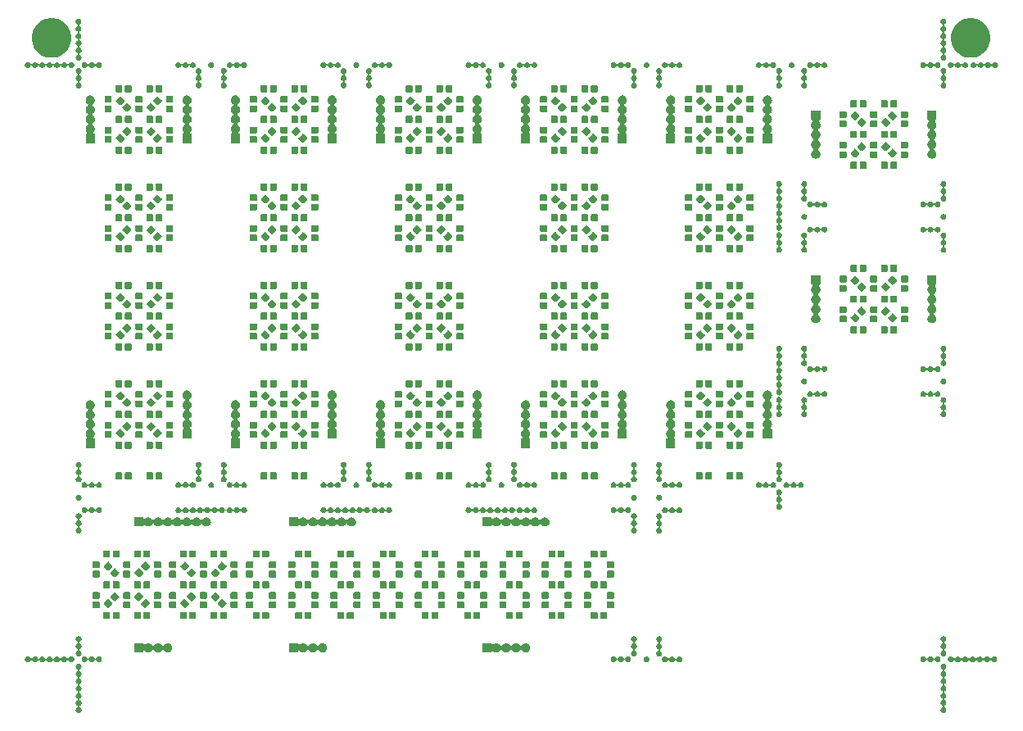
<source format=gbr>
G04 #@! TF.GenerationSoftware,KiCad,Pcbnew,(5.1.4)-1*
G04 #@! TF.CreationDate,2020-11-25T12:07:16-08:00*
G04 #@! TF.ProjectId,ufc_v4_displays_panel,7566635f-7634-45f6-9469-73706c617973,rev?*
G04 #@! TF.SameCoordinates,Original*
G04 #@! TF.FileFunction,Soldermask,Top*
G04 #@! TF.FilePolarity,Negative*
%FSLAX46Y46*%
G04 Gerber Fmt 4.6, Leading zero omitted, Abs format (unit mm)*
G04 Created by KiCad (PCBNEW (5.1.4)-1) date 2020-11-25 12:07:16*
%MOMM*%
%LPD*%
G04 APERTURE LIST*
%ADD10C,0.100000*%
G04 APERTURE END LIST*
D10*
G36*
X58525297Y-97702567D02*
G01*
X58580075Y-97725257D01*
X58580077Y-97725258D01*
X58629376Y-97758198D01*
X58671302Y-97800124D01*
X58704242Y-97849423D01*
X58704243Y-97849425D01*
X58726933Y-97904203D01*
X58738500Y-97962353D01*
X58738500Y-98021647D01*
X58726933Y-98079797D01*
X58704243Y-98134575D01*
X58704242Y-98134577D01*
X58671302Y-98183876D01*
X58629376Y-98225802D01*
X58580077Y-98258742D01*
X58573604Y-98263067D01*
X58554662Y-98278612D01*
X58539117Y-98297554D01*
X58527566Y-98319165D01*
X58520453Y-98342614D01*
X58518051Y-98367000D01*
X58520453Y-98391386D01*
X58527566Y-98414835D01*
X58539117Y-98436446D01*
X58554662Y-98455388D01*
X58573604Y-98470933D01*
X58580077Y-98475258D01*
X58629376Y-98508198D01*
X58671302Y-98550124D01*
X58704242Y-98599423D01*
X58704243Y-98599425D01*
X58726933Y-98654203D01*
X58738500Y-98712353D01*
X58738500Y-98771647D01*
X58726933Y-98829797D01*
X58704243Y-98884575D01*
X58704242Y-98884577D01*
X58671302Y-98933876D01*
X58629376Y-98975802D01*
X58580077Y-99008742D01*
X58573604Y-99013067D01*
X58554662Y-99028612D01*
X58539117Y-99047554D01*
X58527566Y-99069165D01*
X58520453Y-99092614D01*
X58518051Y-99117000D01*
X58520453Y-99141386D01*
X58527566Y-99164835D01*
X58539117Y-99186446D01*
X58554662Y-99205388D01*
X58573604Y-99220933D01*
X58580077Y-99225258D01*
X58629376Y-99258198D01*
X58671302Y-99300124D01*
X58704242Y-99349423D01*
X58704243Y-99349425D01*
X58726933Y-99404203D01*
X58738500Y-99462353D01*
X58738500Y-99521647D01*
X58726933Y-99579797D01*
X58704243Y-99634575D01*
X58704242Y-99634577D01*
X58671302Y-99683876D01*
X58629376Y-99725802D01*
X58580256Y-99758622D01*
X58575237Y-99761976D01*
X58563839Y-99768068D01*
X58544898Y-99783614D01*
X58529353Y-99802556D01*
X58517802Y-99824167D01*
X58510689Y-99847616D01*
X58508288Y-99872002D01*
X58510690Y-99896388D01*
X58517804Y-99919837D01*
X58529355Y-99941448D01*
X58544901Y-99960389D01*
X58563843Y-99975934D01*
X58575237Y-99982024D01*
X58580077Y-99985258D01*
X58629376Y-100018198D01*
X58671302Y-100060124D01*
X58704242Y-100109423D01*
X58704243Y-100109425D01*
X58726933Y-100164203D01*
X58738500Y-100222353D01*
X58738500Y-100281647D01*
X58726933Y-100339797D01*
X58708385Y-100384575D01*
X58704242Y-100394577D01*
X58671302Y-100443876D01*
X58629376Y-100485802D01*
X58595043Y-100508742D01*
X58573604Y-100523067D01*
X58554662Y-100538612D01*
X58539117Y-100557554D01*
X58527566Y-100579165D01*
X58520453Y-100602614D01*
X58518051Y-100627000D01*
X58520453Y-100651386D01*
X58527566Y-100674835D01*
X58539117Y-100696446D01*
X58554662Y-100715388D01*
X58573604Y-100730933D01*
X58580077Y-100735258D01*
X58629376Y-100768198D01*
X58671302Y-100810124D01*
X58704242Y-100859423D01*
X58704243Y-100859425D01*
X58726933Y-100914203D01*
X58738500Y-100972353D01*
X58738500Y-101031647D01*
X58726933Y-101089797D01*
X58708385Y-101134575D01*
X58704242Y-101144577D01*
X58671302Y-101193876D01*
X58629376Y-101235802D01*
X58595043Y-101258742D01*
X58573604Y-101273067D01*
X58554662Y-101288612D01*
X58539117Y-101307554D01*
X58527566Y-101329165D01*
X58520453Y-101352614D01*
X58518051Y-101377000D01*
X58520453Y-101401386D01*
X58527566Y-101424835D01*
X58539117Y-101446446D01*
X58554662Y-101465388D01*
X58573604Y-101480933D01*
X58580077Y-101485258D01*
X58629376Y-101518198D01*
X58671302Y-101560124D01*
X58704242Y-101609423D01*
X58704243Y-101609425D01*
X58726933Y-101664203D01*
X58738500Y-101722353D01*
X58738500Y-101781647D01*
X58726933Y-101839797D01*
X58708385Y-101884575D01*
X58704242Y-101894577D01*
X58671302Y-101943876D01*
X58629376Y-101985802D01*
X58595043Y-102008742D01*
X58573604Y-102023067D01*
X58554662Y-102038612D01*
X58539117Y-102057554D01*
X58527566Y-102079165D01*
X58520453Y-102102614D01*
X58518051Y-102127000D01*
X58520453Y-102151386D01*
X58527566Y-102174835D01*
X58539117Y-102196446D01*
X58554662Y-102215388D01*
X58573604Y-102230933D01*
X58580077Y-102235258D01*
X58629376Y-102268198D01*
X58671302Y-102310124D01*
X58704242Y-102359423D01*
X58704243Y-102359425D01*
X58726933Y-102414203D01*
X58738500Y-102472353D01*
X58738500Y-102531647D01*
X58726933Y-102589797D01*
X58708385Y-102634575D01*
X58704242Y-102644577D01*
X58671302Y-102693876D01*
X58629376Y-102735802D01*
X58580077Y-102768742D01*
X58580076Y-102768743D01*
X58580075Y-102768743D01*
X58525297Y-102791433D01*
X58467147Y-102803000D01*
X58407853Y-102803000D01*
X58349703Y-102791433D01*
X58294925Y-102768743D01*
X58294924Y-102768743D01*
X58294923Y-102768742D01*
X58245624Y-102735802D01*
X58203698Y-102693876D01*
X58170758Y-102644577D01*
X58166615Y-102634575D01*
X58148067Y-102589797D01*
X58136500Y-102531647D01*
X58136500Y-102472353D01*
X58148067Y-102414203D01*
X58170757Y-102359425D01*
X58170758Y-102359423D01*
X58203698Y-102310124D01*
X58245624Y-102268198D01*
X58294923Y-102235258D01*
X58301396Y-102230933D01*
X58320338Y-102215388D01*
X58335883Y-102196446D01*
X58347434Y-102174835D01*
X58354547Y-102151386D01*
X58356949Y-102127000D01*
X58354547Y-102102614D01*
X58347434Y-102079165D01*
X58335883Y-102057554D01*
X58320338Y-102038612D01*
X58301396Y-102023067D01*
X58279957Y-102008742D01*
X58245624Y-101985802D01*
X58203698Y-101943876D01*
X58170758Y-101894577D01*
X58166615Y-101884575D01*
X58148067Y-101839797D01*
X58136500Y-101781647D01*
X58136500Y-101722353D01*
X58148067Y-101664203D01*
X58170757Y-101609425D01*
X58170758Y-101609423D01*
X58203698Y-101560124D01*
X58245624Y-101518198D01*
X58294923Y-101485258D01*
X58301396Y-101480933D01*
X58320338Y-101465388D01*
X58335883Y-101446446D01*
X58347434Y-101424835D01*
X58354547Y-101401386D01*
X58356949Y-101377000D01*
X58354547Y-101352614D01*
X58347434Y-101329165D01*
X58335883Y-101307554D01*
X58320338Y-101288612D01*
X58301396Y-101273067D01*
X58279957Y-101258742D01*
X58245624Y-101235802D01*
X58203698Y-101193876D01*
X58170758Y-101144577D01*
X58166615Y-101134575D01*
X58148067Y-101089797D01*
X58136500Y-101031647D01*
X58136500Y-100972353D01*
X58148067Y-100914203D01*
X58170757Y-100859425D01*
X58170758Y-100859423D01*
X58203698Y-100810124D01*
X58245624Y-100768198D01*
X58294923Y-100735258D01*
X58301396Y-100730933D01*
X58320338Y-100715388D01*
X58335883Y-100696446D01*
X58347434Y-100674835D01*
X58354547Y-100651386D01*
X58356949Y-100627000D01*
X58354547Y-100602614D01*
X58347434Y-100579165D01*
X58335883Y-100557554D01*
X58320338Y-100538612D01*
X58301396Y-100523067D01*
X58279957Y-100508742D01*
X58245624Y-100485802D01*
X58203698Y-100443876D01*
X58170758Y-100394577D01*
X58166615Y-100384575D01*
X58148067Y-100339797D01*
X58136500Y-100281647D01*
X58136500Y-100222353D01*
X58148067Y-100164203D01*
X58170757Y-100109425D01*
X58170758Y-100109423D01*
X58203698Y-100060124D01*
X58245624Y-100018198D01*
X58294923Y-99985258D01*
X58299763Y-99982024D01*
X58311161Y-99975932D01*
X58330102Y-99960386D01*
X58345647Y-99941444D01*
X58357198Y-99919833D01*
X58364311Y-99896384D01*
X58366712Y-99871998D01*
X58364310Y-99847612D01*
X58357196Y-99824163D01*
X58345645Y-99802552D01*
X58330099Y-99783611D01*
X58311157Y-99768066D01*
X58299763Y-99761976D01*
X58294744Y-99758622D01*
X58245624Y-99725802D01*
X58203698Y-99683876D01*
X58170758Y-99634577D01*
X58170757Y-99634575D01*
X58148067Y-99579797D01*
X58136500Y-99521647D01*
X58136500Y-99462353D01*
X58148067Y-99404203D01*
X58170757Y-99349425D01*
X58170758Y-99349423D01*
X58203698Y-99300124D01*
X58245624Y-99258198D01*
X58294923Y-99225258D01*
X58301396Y-99220933D01*
X58320338Y-99205388D01*
X58335883Y-99186446D01*
X58347434Y-99164835D01*
X58354547Y-99141386D01*
X58356949Y-99117000D01*
X58354547Y-99092614D01*
X58347434Y-99069165D01*
X58335883Y-99047554D01*
X58320338Y-99028612D01*
X58301396Y-99013067D01*
X58294923Y-99008742D01*
X58245624Y-98975802D01*
X58203698Y-98933876D01*
X58170758Y-98884577D01*
X58170757Y-98884575D01*
X58148067Y-98829797D01*
X58136500Y-98771647D01*
X58136500Y-98712353D01*
X58148067Y-98654203D01*
X58170757Y-98599425D01*
X58170758Y-98599423D01*
X58203698Y-98550124D01*
X58245624Y-98508198D01*
X58294923Y-98475258D01*
X58301396Y-98470933D01*
X58320338Y-98455388D01*
X58335883Y-98436446D01*
X58347434Y-98414835D01*
X58354547Y-98391386D01*
X58356949Y-98367000D01*
X58354547Y-98342614D01*
X58347434Y-98319165D01*
X58335883Y-98297554D01*
X58320338Y-98278612D01*
X58301396Y-98263067D01*
X58294923Y-98258742D01*
X58245624Y-98225802D01*
X58203698Y-98183876D01*
X58170758Y-98134577D01*
X58170757Y-98134575D01*
X58148067Y-98079797D01*
X58136500Y-98021647D01*
X58136500Y-97962353D01*
X58148067Y-97904203D01*
X58170757Y-97849425D01*
X58170758Y-97849423D01*
X58203698Y-97800124D01*
X58245624Y-97758198D01*
X58294923Y-97725258D01*
X58294925Y-97725257D01*
X58349703Y-97702567D01*
X58407853Y-97691000D01*
X58467147Y-97691000D01*
X58525297Y-97702567D01*
X58525297Y-97702567D01*
G37*
G36*
X147925297Y-97702567D02*
G01*
X147980075Y-97725257D01*
X147980077Y-97725258D01*
X148029376Y-97758198D01*
X148071302Y-97800124D01*
X148104242Y-97849423D01*
X148104243Y-97849425D01*
X148126933Y-97904203D01*
X148138500Y-97962353D01*
X148138500Y-98021647D01*
X148126933Y-98079797D01*
X148104243Y-98134575D01*
X148104242Y-98134577D01*
X148071302Y-98183876D01*
X148029376Y-98225802D01*
X147980077Y-98258742D01*
X147973604Y-98263067D01*
X147954662Y-98278612D01*
X147939117Y-98297554D01*
X147927566Y-98319165D01*
X147920453Y-98342614D01*
X147918051Y-98367000D01*
X147920453Y-98391386D01*
X147927566Y-98414835D01*
X147939117Y-98436446D01*
X147954662Y-98455388D01*
X147973604Y-98470933D01*
X147980077Y-98475258D01*
X148029376Y-98508198D01*
X148071302Y-98550124D01*
X148104242Y-98599423D01*
X148104243Y-98599425D01*
X148126933Y-98654203D01*
X148138500Y-98712353D01*
X148138500Y-98771647D01*
X148126933Y-98829797D01*
X148104243Y-98884575D01*
X148104242Y-98884577D01*
X148071302Y-98933876D01*
X148029376Y-98975802D01*
X147980077Y-99008742D01*
X147973604Y-99013067D01*
X147954662Y-99028612D01*
X147939117Y-99047554D01*
X147927566Y-99069165D01*
X147920453Y-99092614D01*
X147918051Y-99117000D01*
X147920453Y-99141386D01*
X147927566Y-99164835D01*
X147939117Y-99186446D01*
X147954662Y-99205388D01*
X147973604Y-99220933D01*
X147980077Y-99225258D01*
X148029376Y-99258198D01*
X148071302Y-99300124D01*
X148104242Y-99349423D01*
X148104243Y-99349425D01*
X148126933Y-99404203D01*
X148138500Y-99462353D01*
X148138500Y-99521647D01*
X148126933Y-99579797D01*
X148104243Y-99634575D01*
X148104242Y-99634577D01*
X148071302Y-99683876D01*
X148029376Y-99725802D01*
X147980077Y-99758742D01*
X147973604Y-99763067D01*
X147954662Y-99778612D01*
X147939117Y-99797554D01*
X147927566Y-99819165D01*
X147920453Y-99842614D01*
X147918051Y-99867000D01*
X147920453Y-99891386D01*
X147927566Y-99914835D01*
X147939117Y-99936446D01*
X147954662Y-99955388D01*
X147973604Y-99970933D01*
X147980077Y-99975258D01*
X148029376Y-100008198D01*
X148071302Y-100050124D01*
X148077984Y-100060125D01*
X148104243Y-100099425D01*
X148126933Y-100154203D01*
X148138500Y-100212353D01*
X148138500Y-100271647D01*
X148126933Y-100329797D01*
X148122790Y-100339798D01*
X148104242Y-100384577D01*
X148071302Y-100433876D01*
X148029376Y-100475802D01*
X147980077Y-100508742D01*
X147973604Y-100513067D01*
X147954662Y-100528612D01*
X147939117Y-100547554D01*
X147927566Y-100569165D01*
X147920453Y-100592614D01*
X147918051Y-100617000D01*
X147920453Y-100641386D01*
X147927566Y-100664835D01*
X147939117Y-100686446D01*
X147954662Y-100705388D01*
X147973604Y-100720933D01*
X147980077Y-100725258D01*
X148029376Y-100758198D01*
X148071302Y-100800124D01*
X148077984Y-100810125D01*
X148104243Y-100849425D01*
X148126933Y-100904203D01*
X148138500Y-100962353D01*
X148138500Y-101021647D01*
X148126933Y-101079797D01*
X148122790Y-101089798D01*
X148104242Y-101134577D01*
X148071302Y-101183876D01*
X148029376Y-101225802D01*
X147980077Y-101258742D01*
X147973604Y-101263067D01*
X147954662Y-101278612D01*
X147939117Y-101297554D01*
X147927566Y-101319165D01*
X147920453Y-101342614D01*
X147918051Y-101367000D01*
X147920453Y-101391386D01*
X147927566Y-101414835D01*
X147939117Y-101436446D01*
X147954662Y-101455388D01*
X147973604Y-101470933D01*
X147980077Y-101475258D01*
X148029376Y-101508198D01*
X148071302Y-101550124D01*
X148077984Y-101560125D01*
X148104243Y-101599425D01*
X148126933Y-101654203D01*
X148138500Y-101712353D01*
X148138500Y-101771647D01*
X148126933Y-101829797D01*
X148122790Y-101839798D01*
X148104242Y-101884577D01*
X148071302Y-101933876D01*
X148029376Y-101975802D01*
X147980077Y-102008742D01*
X147973604Y-102013067D01*
X147954662Y-102028612D01*
X147939117Y-102047554D01*
X147927566Y-102069165D01*
X147920453Y-102092614D01*
X147918051Y-102117000D01*
X147920453Y-102141386D01*
X147927566Y-102164835D01*
X147939117Y-102186446D01*
X147954662Y-102205388D01*
X147973604Y-102220933D01*
X147980077Y-102225258D01*
X148029376Y-102258198D01*
X148071302Y-102300124D01*
X148077984Y-102310125D01*
X148104243Y-102349425D01*
X148126933Y-102404203D01*
X148138500Y-102462353D01*
X148138500Y-102521647D01*
X148126933Y-102579797D01*
X148122790Y-102589798D01*
X148104242Y-102634577D01*
X148071302Y-102683876D01*
X148029376Y-102725802D01*
X147980077Y-102758742D01*
X147980076Y-102758743D01*
X147980075Y-102758743D01*
X147925297Y-102781433D01*
X147867147Y-102793000D01*
X147807853Y-102793000D01*
X147749703Y-102781433D01*
X147694925Y-102758743D01*
X147694924Y-102758743D01*
X147694923Y-102758742D01*
X147645624Y-102725802D01*
X147603698Y-102683876D01*
X147570758Y-102634577D01*
X147552210Y-102589798D01*
X147548067Y-102579797D01*
X147536500Y-102521647D01*
X147536500Y-102462353D01*
X147548067Y-102404203D01*
X147570757Y-102349425D01*
X147597016Y-102310125D01*
X147603698Y-102300124D01*
X147645624Y-102258198D01*
X147694923Y-102225258D01*
X147701396Y-102220933D01*
X147720338Y-102205388D01*
X147735883Y-102186446D01*
X147747434Y-102164835D01*
X147754547Y-102141386D01*
X147756949Y-102117000D01*
X147754547Y-102092614D01*
X147747434Y-102069165D01*
X147735883Y-102047554D01*
X147720338Y-102028612D01*
X147701396Y-102013067D01*
X147694923Y-102008742D01*
X147645624Y-101975802D01*
X147603698Y-101933876D01*
X147570758Y-101884577D01*
X147552210Y-101839798D01*
X147548067Y-101829797D01*
X147536500Y-101771647D01*
X147536500Y-101712353D01*
X147548067Y-101654203D01*
X147570757Y-101599425D01*
X147597016Y-101560125D01*
X147603698Y-101550124D01*
X147645624Y-101508198D01*
X147694923Y-101475258D01*
X147701396Y-101470933D01*
X147720338Y-101455388D01*
X147735883Y-101436446D01*
X147747434Y-101414835D01*
X147754547Y-101391386D01*
X147756949Y-101367000D01*
X147754547Y-101342614D01*
X147747434Y-101319165D01*
X147735883Y-101297554D01*
X147720338Y-101278612D01*
X147701396Y-101263067D01*
X147694923Y-101258742D01*
X147645624Y-101225802D01*
X147603698Y-101183876D01*
X147570758Y-101134577D01*
X147552210Y-101089798D01*
X147548067Y-101079797D01*
X147536500Y-101021647D01*
X147536500Y-100962353D01*
X147548067Y-100904203D01*
X147570757Y-100849425D01*
X147597016Y-100810125D01*
X147603698Y-100800124D01*
X147645624Y-100758198D01*
X147694923Y-100725258D01*
X147701396Y-100720933D01*
X147720338Y-100705388D01*
X147735883Y-100686446D01*
X147747434Y-100664835D01*
X147754547Y-100641386D01*
X147756949Y-100617000D01*
X147754547Y-100592614D01*
X147747434Y-100569165D01*
X147735883Y-100547554D01*
X147720338Y-100528612D01*
X147701396Y-100513067D01*
X147694923Y-100508742D01*
X147645624Y-100475802D01*
X147603698Y-100433876D01*
X147570758Y-100384577D01*
X147552210Y-100339798D01*
X147548067Y-100329797D01*
X147536500Y-100271647D01*
X147536500Y-100212353D01*
X147548067Y-100154203D01*
X147570757Y-100099425D01*
X147597016Y-100060125D01*
X147603698Y-100050124D01*
X147645624Y-100008198D01*
X147694923Y-99975258D01*
X147701396Y-99970933D01*
X147720338Y-99955388D01*
X147735883Y-99936446D01*
X147747434Y-99914835D01*
X147754547Y-99891386D01*
X147756949Y-99867000D01*
X147754547Y-99842614D01*
X147747434Y-99819165D01*
X147735883Y-99797554D01*
X147720338Y-99778612D01*
X147701396Y-99763067D01*
X147694923Y-99758742D01*
X147645624Y-99725802D01*
X147603698Y-99683876D01*
X147570758Y-99634577D01*
X147570757Y-99634575D01*
X147548067Y-99579797D01*
X147536500Y-99521647D01*
X147536500Y-99462353D01*
X147548067Y-99404203D01*
X147570757Y-99349425D01*
X147570758Y-99349423D01*
X147603698Y-99300124D01*
X147645624Y-99258198D01*
X147694923Y-99225258D01*
X147701396Y-99220933D01*
X147720338Y-99205388D01*
X147735883Y-99186446D01*
X147747434Y-99164835D01*
X147754547Y-99141386D01*
X147756949Y-99117000D01*
X147754547Y-99092614D01*
X147747434Y-99069165D01*
X147735883Y-99047554D01*
X147720338Y-99028612D01*
X147701396Y-99013067D01*
X147694923Y-99008742D01*
X147645624Y-98975802D01*
X147603698Y-98933876D01*
X147570758Y-98884577D01*
X147570757Y-98884575D01*
X147548067Y-98829797D01*
X147536500Y-98771647D01*
X147536500Y-98712353D01*
X147548067Y-98654203D01*
X147570757Y-98599425D01*
X147570758Y-98599423D01*
X147603698Y-98550124D01*
X147645624Y-98508198D01*
X147694923Y-98475258D01*
X147701396Y-98470933D01*
X147720338Y-98455388D01*
X147735883Y-98436446D01*
X147747434Y-98414835D01*
X147754547Y-98391386D01*
X147756949Y-98367000D01*
X147754547Y-98342614D01*
X147747434Y-98319165D01*
X147735883Y-98297554D01*
X147720338Y-98278612D01*
X147701396Y-98263067D01*
X147694923Y-98258742D01*
X147645624Y-98225802D01*
X147603698Y-98183876D01*
X147570758Y-98134577D01*
X147570757Y-98134575D01*
X147548067Y-98079797D01*
X147536500Y-98021647D01*
X147536500Y-97962353D01*
X147548067Y-97904203D01*
X147570757Y-97849425D01*
X147570758Y-97849423D01*
X147603698Y-97800124D01*
X147645624Y-97758198D01*
X147694923Y-97725258D01*
X147694925Y-97725257D01*
X147749703Y-97702567D01*
X147807853Y-97691000D01*
X147867147Y-97691000D01*
X147925297Y-97702567D01*
X147925297Y-97702567D01*
G37*
G36*
X56275297Y-96952567D02*
G01*
X56330075Y-96975257D01*
X56330077Y-96975258D01*
X56379376Y-97008198D01*
X56421302Y-97050124D01*
X56427984Y-97060125D01*
X56458567Y-97105896D01*
X56474112Y-97124838D01*
X56493054Y-97140383D01*
X56514665Y-97151934D01*
X56538114Y-97159047D01*
X56562500Y-97161449D01*
X56586886Y-97159047D01*
X56610335Y-97151934D01*
X56631946Y-97140383D01*
X56650888Y-97124838D01*
X56666433Y-97105896D01*
X56697016Y-97060125D01*
X56703698Y-97050124D01*
X56745624Y-97008198D01*
X56794923Y-96975258D01*
X56794925Y-96975257D01*
X56849703Y-96952567D01*
X56907853Y-96941000D01*
X56967147Y-96941000D01*
X57025297Y-96952567D01*
X57080075Y-96975257D01*
X57080077Y-96975258D01*
X57129376Y-97008198D01*
X57171302Y-97050124D01*
X57177984Y-97060125D01*
X57208567Y-97105896D01*
X57224112Y-97124838D01*
X57243054Y-97140383D01*
X57264665Y-97151934D01*
X57288114Y-97159047D01*
X57312500Y-97161449D01*
X57336886Y-97159047D01*
X57360335Y-97151934D01*
X57381946Y-97140383D01*
X57400888Y-97124838D01*
X57416433Y-97105896D01*
X57447016Y-97060125D01*
X57453698Y-97050124D01*
X57495624Y-97008198D01*
X57544923Y-96975258D01*
X57544925Y-96975257D01*
X57599703Y-96952567D01*
X57657853Y-96941000D01*
X57717147Y-96941000D01*
X57775297Y-96952567D01*
X57830075Y-96975257D01*
X57830077Y-96975258D01*
X57879376Y-97008198D01*
X57921302Y-97050124D01*
X57927984Y-97060125D01*
X57954243Y-97099425D01*
X57976933Y-97154203D01*
X57988500Y-97212353D01*
X57988500Y-97271647D01*
X57976933Y-97329797D01*
X57960627Y-97369162D01*
X57954242Y-97384577D01*
X57921302Y-97433876D01*
X57879376Y-97475802D01*
X57830077Y-97508742D01*
X57830076Y-97508743D01*
X57830075Y-97508743D01*
X57775297Y-97531433D01*
X57717147Y-97543000D01*
X57657853Y-97543000D01*
X57599703Y-97531433D01*
X57544925Y-97508743D01*
X57544924Y-97508743D01*
X57544923Y-97508742D01*
X57495624Y-97475802D01*
X57453698Y-97433876D01*
X57420758Y-97384577D01*
X57420757Y-97384575D01*
X57416433Y-97378104D01*
X57400888Y-97359162D01*
X57381946Y-97343617D01*
X57360335Y-97332066D01*
X57336886Y-97324953D01*
X57312500Y-97322551D01*
X57288114Y-97324953D01*
X57264665Y-97332066D01*
X57243054Y-97343617D01*
X57224112Y-97359162D01*
X57208567Y-97378104D01*
X57204243Y-97384575D01*
X57204242Y-97384577D01*
X57171302Y-97433876D01*
X57129376Y-97475802D01*
X57080077Y-97508742D01*
X57080076Y-97508743D01*
X57080075Y-97508743D01*
X57025297Y-97531433D01*
X56967147Y-97543000D01*
X56907853Y-97543000D01*
X56849703Y-97531433D01*
X56794925Y-97508743D01*
X56794924Y-97508743D01*
X56794923Y-97508742D01*
X56745624Y-97475802D01*
X56703698Y-97433876D01*
X56670758Y-97384577D01*
X56670757Y-97384575D01*
X56666433Y-97378104D01*
X56650888Y-97359162D01*
X56631946Y-97343617D01*
X56610335Y-97332066D01*
X56586886Y-97324953D01*
X56562500Y-97322551D01*
X56538114Y-97324953D01*
X56514665Y-97332066D01*
X56493054Y-97343617D01*
X56474112Y-97359162D01*
X56458567Y-97378104D01*
X56454243Y-97384575D01*
X56454242Y-97384577D01*
X56421302Y-97433876D01*
X56379376Y-97475802D01*
X56330077Y-97508742D01*
X56330076Y-97508743D01*
X56330075Y-97508743D01*
X56275297Y-97531433D01*
X56217147Y-97543000D01*
X56157853Y-97543000D01*
X56099703Y-97531433D01*
X56044925Y-97508743D01*
X56044924Y-97508743D01*
X56044923Y-97508742D01*
X55995624Y-97475802D01*
X55953698Y-97433876D01*
X55920758Y-97384577D01*
X55920757Y-97384575D01*
X55919580Y-97382814D01*
X55904035Y-97363872D01*
X55885093Y-97348327D01*
X55863482Y-97336776D01*
X55840033Y-97329663D01*
X55815647Y-97327261D01*
X55791261Y-97329663D01*
X55767812Y-97336776D01*
X55746201Y-97348327D01*
X55727259Y-97363872D01*
X55711714Y-97382814D01*
X55710165Y-97385713D01*
X55704242Y-97394577D01*
X55671302Y-97443876D01*
X55629376Y-97485802D01*
X55580077Y-97518742D01*
X55580076Y-97518743D01*
X55580075Y-97518743D01*
X55525297Y-97541433D01*
X55467147Y-97553000D01*
X55407853Y-97553000D01*
X55349703Y-97541433D01*
X55294925Y-97518743D01*
X55294924Y-97518743D01*
X55294923Y-97518742D01*
X55245624Y-97485802D01*
X55203698Y-97443876D01*
X55170758Y-97394577D01*
X55170757Y-97394575D01*
X55166433Y-97388104D01*
X55150888Y-97369162D01*
X55131946Y-97353617D01*
X55110335Y-97342066D01*
X55086886Y-97334953D01*
X55062500Y-97332551D01*
X55038114Y-97334953D01*
X55014665Y-97342066D01*
X54993054Y-97353617D01*
X54974112Y-97369162D01*
X54958567Y-97388104D01*
X54954243Y-97394575D01*
X54954242Y-97394577D01*
X54921302Y-97443876D01*
X54879376Y-97485802D01*
X54830077Y-97518742D01*
X54830076Y-97518743D01*
X54830075Y-97518743D01*
X54775297Y-97541433D01*
X54717147Y-97553000D01*
X54657853Y-97553000D01*
X54599703Y-97541433D01*
X54544925Y-97518743D01*
X54544924Y-97518743D01*
X54544923Y-97518742D01*
X54495624Y-97485802D01*
X54453698Y-97443876D01*
X54420758Y-97394577D01*
X54420757Y-97394575D01*
X54416433Y-97388104D01*
X54400888Y-97369162D01*
X54381946Y-97353617D01*
X54360335Y-97342066D01*
X54336886Y-97334953D01*
X54312500Y-97332551D01*
X54288114Y-97334953D01*
X54264665Y-97342066D01*
X54243054Y-97353617D01*
X54224112Y-97369162D01*
X54208567Y-97388104D01*
X54204243Y-97394575D01*
X54204242Y-97394577D01*
X54171302Y-97443876D01*
X54129376Y-97485802D01*
X54080077Y-97518742D01*
X54080076Y-97518743D01*
X54080075Y-97518743D01*
X54025297Y-97541433D01*
X53967147Y-97553000D01*
X53907853Y-97553000D01*
X53849703Y-97541433D01*
X53794925Y-97518743D01*
X53794924Y-97518743D01*
X53794923Y-97518742D01*
X53745624Y-97485802D01*
X53703698Y-97443876D01*
X53670758Y-97394577D01*
X53670757Y-97394575D01*
X53666433Y-97388104D01*
X53650888Y-97369162D01*
X53631946Y-97353617D01*
X53610335Y-97342066D01*
X53586886Y-97334953D01*
X53562500Y-97332551D01*
X53538114Y-97334953D01*
X53514665Y-97342066D01*
X53493054Y-97353617D01*
X53474112Y-97369162D01*
X53458567Y-97388104D01*
X53454243Y-97394575D01*
X53454242Y-97394577D01*
X53421302Y-97443876D01*
X53379376Y-97485802D01*
X53330077Y-97518742D01*
X53330076Y-97518743D01*
X53330075Y-97518743D01*
X53275297Y-97541433D01*
X53217147Y-97553000D01*
X53157853Y-97553000D01*
X53099703Y-97541433D01*
X53044925Y-97518743D01*
X53044924Y-97518743D01*
X53044923Y-97518742D01*
X52995624Y-97485802D01*
X52953698Y-97443876D01*
X52920758Y-97394577D01*
X52916615Y-97384575D01*
X52898067Y-97339797D01*
X52886500Y-97281647D01*
X52886500Y-97222353D01*
X52898067Y-97164203D01*
X52920757Y-97109425D01*
X52923115Y-97105896D01*
X52953698Y-97060124D01*
X52995624Y-97018198D01*
X53044923Y-96985258D01*
X53044925Y-96985257D01*
X53099703Y-96962567D01*
X53157853Y-96951000D01*
X53217147Y-96951000D01*
X53275297Y-96962567D01*
X53330075Y-96985257D01*
X53330077Y-96985258D01*
X53379376Y-97018198D01*
X53421302Y-97060124D01*
X53451885Y-97105896D01*
X53458567Y-97115896D01*
X53474112Y-97134838D01*
X53493054Y-97150383D01*
X53514665Y-97161934D01*
X53538114Y-97169047D01*
X53562500Y-97171449D01*
X53586886Y-97169047D01*
X53610335Y-97161934D01*
X53631946Y-97150383D01*
X53650888Y-97134838D01*
X53666433Y-97115896D01*
X53673115Y-97105896D01*
X53703698Y-97060124D01*
X53745624Y-97018198D01*
X53794923Y-96985258D01*
X53794925Y-96985257D01*
X53849703Y-96962567D01*
X53907853Y-96951000D01*
X53967147Y-96951000D01*
X54025297Y-96962567D01*
X54080075Y-96985257D01*
X54080077Y-96985258D01*
X54129376Y-97018198D01*
X54171302Y-97060124D01*
X54201885Y-97105896D01*
X54208567Y-97115896D01*
X54224112Y-97134838D01*
X54243054Y-97150383D01*
X54264665Y-97161934D01*
X54288114Y-97169047D01*
X54312500Y-97171449D01*
X54336886Y-97169047D01*
X54360335Y-97161934D01*
X54381946Y-97150383D01*
X54400888Y-97134838D01*
X54416433Y-97115896D01*
X54423115Y-97105896D01*
X54453698Y-97060124D01*
X54495624Y-97018198D01*
X54544923Y-96985258D01*
X54544925Y-96985257D01*
X54599703Y-96962567D01*
X54657853Y-96951000D01*
X54717147Y-96951000D01*
X54775297Y-96962567D01*
X54830075Y-96985257D01*
X54830077Y-96985258D01*
X54879376Y-97018198D01*
X54921302Y-97060124D01*
X54951885Y-97105896D01*
X54958567Y-97115896D01*
X54974112Y-97134838D01*
X54993054Y-97150383D01*
X55014665Y-97161934D01*
X55038114Y-97169047D01*
X55062500Y-97171449D01*
X55086886Y-97169047D01*
X55110335Y-97161934D01*
X55131946Y-97150383D01*
X55150888Y-97134838D01*
X55166433Y-97115896D01*
X55173115Y-97105896D01*
X55203698Y-97060124D01*
X55245624Y-97018198D01*
X55294923Y-96985258D01*
X55294925Y-96985257D01*
X55349703Y-96962567D01*
X55407853Y-96951000D01*
X55467147Y-96951000D01*
X55525297Y-96962567D01*
X55580075Y-96985257D01*
X55580077Y-96985258D01*
X55629376Y-97018198D01*
X55671302Y-97060124D01*
X55697560Y-97099423D01*
X55705420Y-97111186D01*
X55720965Y-97130128D01*
X55739907Y-97145673D01*
X55761518Y-97157224D01*
X55784967Y-97164337D01*
X55809353Y-97166739D01*
X55833739Y-97164337D01*
X55857188Y-97157224D01*
X55878799Y-97145673D01*
X55897741Y-97130128D01*
X55913286Y-97111186D01*
X55914835Y-97108287D01*
X55947016Y-97060125D01*
X55953698Y-97050124D01*
X55995624Y-97008198D01*
X56044923Y-96975258D01*
X56044925Y-96975257D01*
X56099703Y-96952567D01*
X56157853Y-96941000D01*
X56217147Y-96941000D01*
X56275297Y-96952567D01*
X56275297Y-96952567D01*
G37*
G36*
X59125297Y-96952567D02*
G01*
X59180075Y-96975257D01*
X59180077Y-96975258D01*
X59229376Y-97008198D01*
X59271302Y-97050124D01*
X59277984Y-97060125D01*
X59308567Y-97105896D01*
X59324112Y-97124838D01*
X59343054Y-97140383D01*
X59364665Y-97151934D01*
X59388114Y-97159047D01*
X59412500Y-97161449D01*
X59436886Y-97159047D01*
X59460335Y-97151934D01*
X59481946Y-97140383D01*
X59500888Y-97124838D01*
X59516433Y-97105896D01*
X59547016Y-97060125D01*
X59553698Y-97050124D01*
X59595624Y-97008198D01*
X59644923Y-96975258D01*
X59644925Y-96975257D01*
X59699703Y-96952567D01*
X59757853Y-96941000D01*
X59817147Y-96941000D01*
X59875297Y-96952567D01*
X59930075Y-96975257D01*
X59930077Y-96975258D01*
X59979376Y-97008198D01*
X60021302Y-97050124D01*
X60027984Y-97060125D01*
X60058567Y-97105896D01*
X60074112Y-97124838D01*
X60093054Y-97140383D01*
X60114665Y-97151934D01*
X60138114Y-97159047D01*
X60162500Y-97161449D01*
X60186886Y-97159047D01*
X60210335Y-97151934D01*
X60231946Y-97140383D01*
X60250888Y-97124838D01*
X60266433Y-97105896D01*
X60297016Y-97060125D01*
X60303698Y-97050124D01*
X60345624Y-97008198D01*
X60394923Y-96975258D01*
X60394925Y-96975257D01*
X60449703Y-96952567D01*
X60507853Y-96941000D01*
X60567147Y-96941000D01*
X60625297Y-96952567D01*
X60680075Y-96975257D01*
X60680077Y-96975258D01*
X60729376Y-97008198D01*
X60771302Y-97050124D01*
X60777984Y-97060125D01*
X60804243Y-97099425D01*
X60826933Y-97154203D01*
X60838500Y-97212353D01*
X60838500Y-97271647D01*
X60826933Y-97329797D01*
X60810627Y-97369162D01*
X60804242Y-97384577D01*
X60771302Y-97433876D01*
X60729376Y-97475802D01*
X60680077Y-97508742D01*
X60680076Y-97508743D01*
X60680075Y-97508743D01*
X60625297Y-97531433D01*
X60567147Y-97543000D01*
X60507853Y-97543000D01*
X60449703Y-97531433D01*
X60394925Y-97508743D01*
X60394924Y-97508743D01*
X60394923Y-97508742D01*
X60345624Y-97475802D01*
X60303698Y-97433876D01*
X60270758Y-97384577D01*
X60270757Y-97384575D01*
X60266433Y-97378104D01*
X60250888Y-97359162D01*
X60231946Y-97343617D01*
X60210335Y-97332066D01*
X60186886Y-97324953D01*
X60162500Y-97322551D01*
X60138114Y-97324953D01*
X60114665Y-97332066D01*
X60093054Y-97343617D01*
X60074112Y-97359162D01*
X60058567Y-97378104D01*
X60054243Y-97384575D01*
X60054242Y-97384577D01*
X60021302Y-97433876D01*
X59979376Y-97475802D01*
X59930077Y-97508742D01*
X59930076Y-97508743D01*
X59930075Y-97508743D01*
X59875297Y-97531433D01*
X59817147Y-97543000D01*
X59757853Y-97543000D01*
X59699703Y-97531433D01*
X59644925Y-97508743D01*
X59644924Y-97508743D01*
X59644923Y-97508742D01*
X59595624Y-97475802D01*
X59553698Y-97433876D01*
X59520758Y-97384577D01*
X59520757Y-97384575D01*
X59516433Y-97378104D01*
X59500888Y-97359162D01*
X59481946Y-97343617D01*
X59460335Y-97332066D01*
X59436886Y-97324953D01*
X59412500Y-97322551D01*
X59388114Y-97324953D01*
X59364665Y-97332066D01*
X59343054Y-97343617D01*
X59324112Y-97359162D01*
X59308567Y-97378104D01*
X59304243Y-97384575D01*
X59304242Y-97384577D01*
X59271302Y-97433876D01*
X59229376Y-97475802D01*
X59180077Y-97508742D01*
X59180076Y-97508743D01*
X59180075Y-97508743D01*
X59125297Y-97531433D01*
X59067147Y-97543000D01*
X59007853Y-97543000D01*
X58949703Y-97531433D01*
X58894925Y-97508743D01*
X58894924Y-97508743D01*
X58894923Y-97508742D01*
X58845624Y-97475802D01*
X58803698Y-97433876D01*
X58770758Y-97384577D01*
X58764373Y-97369162D01*
X58748067Y-97329797D01*
X58736500Y-97271647D01*
X58736500Y-97212353D01*
X58748067Y-97154203D01*
X58770757Y-97099425D01*
X58797016Y-97060125D01*
X58803698Y-97050124D01*
X58803700Y-97050122D01*
X58805599Y-97047280D01*
X58817150Y-97025669D01*
X58818085Y-97022585D01*
X58821169Y-97021650D01*
X58842780Y-97010099D01*
X58845622Y-97008200D01*
X58845624Y-97008198D01*
X58894923Y-96975258D01*
X58894925Y-96975257D01*
X58949703Y-96952567D01*
X59007853Y-96941000D01*
X59067147Y-96941000D01*
X59125297Y-96952567D01*
X59125297Y-96952567D01*
G37*
G36*
X148675297Y-96952567D02*
G01*
X148730075Y-96975257D01*
X148730077Y-96975258D01*
X148779376Y-97008198D01*
X148821302Y-97050124D01*
X148827984Y-97060125D01*
X148858567Y-97105896D01*
X148874112Y-97124838D01*
X148893054Y-97140383D01*
X148914665Y-97151934D01*
X148938114Y-97159047D01*
X148962500Y-97161449D01*
X148986886Y-97159047D01*
X149010335Y-97151934D01*
X149031946Y-97140383D01*
X149050888Y-97124838D01*
X149066433Y-97105896D01*
X149097016Y-97060125D01*
X149103698Y-97050124D01*
X149145624Y-97008198D01*
X149194923Y-96975258D01*
X149194925Y-96975257D01*
X149249703Y-96952567D01*
X149307853Y-96941000D01*
X149367147Y-96941000D01*
X149425297Y-96952567D01*
X149480075Y-96975257D01*
X149480077Y-96975258D01*
X149529376Y-97008198D01*
X149571302Y-97050124D01*
X149577984Y-97060125D01*
X149608567Y-97105896D01*
X149624112Y-97124838D01*
X149643054Y-97140383D01*
X149664665Y-97151934D01*
X149688114Y-97159047D01*
X149712500Y-97161449D01*
X149736886Y-97159047D01*
X149760335Y-97151934D01*
X149781946Y-97140383D01*
X149800888Y-97124838D01*
X149816433Y-97105896D01*
X149847016Y-97060125D01*
X149853698Y-97050124D01*
X149895624Y-97008198D01*
X149944923Y-96975258D01*
X149944925Y-96975257D01*
X149999703Y-96952567D01*
X150057853Y-96941000D01*
X150117147Y-96941000D01*
X150175297Y-96952567D01*
X150230075Y-96975257D01*
X150230077Y-96975258D01*
X150279376Y-97008198D01*
X150321302Y-97050124D01*
X150327984Y-97060125D01*
X150358567Y-97105896D01*
X150374112Y-97124838D01*
X150393054Y-97140383D01*
X150414665Y-97151934D01*
X150438114Y-97159047D01*
X150462500Y-97161449D01*
X150486886Y-97159047D01*
X150510335Y-97151934D01*
X150531946Y-97140383D01*
X150550888Y-97124838D01*
X150566433Y-97105896D01*
X150597016Y-97060125D01*
X150603698Y-97050124D01*
X150645624Y-97008198D01*
X150694923Y-96975258D01*
X150694925Y-96975257D01*
X150749703Y-96952567D01*
X150807853Y-96941000D01*
X150867147Y-96941000D01*
X150925297Y-96952567D01*
X150980075Y-96975257D01*
X150980077Y-96975258D01*
X151029376Y-97008198D01*
X151071302Y-97050124D01*
X151077984Y-97060125D01*
X151108567Y-97105896D01*
X151124112Y-97124838D01*
X151143054Y-97140383D01*
X151164665Y-97151934D01*
X151188114Y-97159047D01*
X151212500Y-97161449D01*
X151236886Y-97159047D01*
X151260335Y-97151934D01*
X151281946Y-97140383D01*
X151300888Y-97124838D01*
X151316433Y-97105896D01*
X151347016Y-97060125D01*
X151353698Y-97050124D01*
X151395624Y-97008198D01*
X151444923Y-96975258D01*
X151444925Y-96975257D01*
X151499703Y-96952567D01*
X151557853Y-96941000D01*
X151617147Y-96941000D01*
X151675297Y-96952567D01*
X151730075Y-96975257D01*
X151730077Y-96975258D01*
X151779376Y-97008198D01*
X151821302Y-97050124D01*
X151827984Y-97060125D01*
X151858567Y-97105896D01*
X151874112Y-97124838D01*
X151893054Y-97140383D01*
X151914665Y-97151934D01*
X151938114Y-97159047D01*
X151962500Y-97161449D01*
X151986886Y-97159047D01*
X152010335Y-97151934D01*
X152031946Y-97140383D01*
X152050888Y-97124838D01*
X152066433Y-97105896D01*
X152097016Y-97060125D01*
X152103698Y-97050124D01*
X152145624Y-97008198D01*
X152194923Y-96975258D01*
X152194925Y-96975257D01*
X152249703Y-96952567D01*
X152307853Y-96941000D01*
X152367147Y-96941000D01*
X152425297Y-96952567D01*
X152480075Y-96975257D01*
X152480077Y-96975258D01*
X152529376Y-97008198D01*
X152571302Y-97050124D01*
X152577984Y-97060125D01*
X152608567Y-97105896D01*
X152624112Y-97124838D01*
X152643054Y-97140383D01*
X152664665Y-97151934D01*
X152688114Y-97159047D01*
X152712500Y-97161449D01*
X152736886Y-97159047D01*
X152760335Y-97151934D01*
X152781946Y-97140383D01*
X152800888Y-97124838D01*
X152816433Y-97105896D01*
X152847016Y-97060125D01*
X152853698Y-97050124D01*
X152895624Y-97008198D01*
X152944923Y-96975258D01*
X152944925Y-96975257D01*
X152999703Y-96952567D01*
X153057853Y-96941000D01*
X153117147Y-96941000D01*
X153175297Y-96952567D01*
X153230075Y-96975257D01*
X153230077Y-96975258D01*
X153279376Y-97008198D01*
X153321302Y-97050124D01*
X153327984Y-97060125D01*
X153354243Y-97099425D01*
X153376933Y-97154203D01*
X153388500Y-97212353D01*
X153388500Y-97271647D01*
X153376933Y-97329797D01*
X153360627Y-97369162D01*
X153354242Y-97384577D01*
X153321302Y-97433876D01*
X153279376Y-97475802D01*
X153230077Y-97508742D01*
X153230076Y-97508743D01*
X153230075Y-97508743D01*
X153175297Y-97531433D01*
X153117147Y-97543000D01*
X153057853Y-97543000D01*
X152999703Y-97531433D01*
X152944925Y-97508743D01*
X152944924Y-97508743D01*
X152944923Y-97508742D01*
X152895624Y-97475802D01*
X152853698Y-97433876D01*
X152820758Y-97384577D01*
X152820757Y-97384575D01*
X152816433Y-97378104D01*
X152800888Y-97359162D01*
X152781946Y-97343617D01*
X152760335Y-97332066D01*
X152736886Y-97324953D01*
X152712500Y-97322551D01*
X152688114Y-97324953D01*
X152664665Y-97332066D01*
X152643054Y-97343617D01*
X152624112Y-97359162D01*
X152608567Y-97378104D01*
X152604243Y-97384575D01*
X152604242Y-97384577D01*
X152571302Y-97433876D01*
X152529376Y-97475802D01*
X152480077Y-97508742D01*
X152480076Y-97508743D01*
X152480075Y-97508743D01*
X152425297Y-97531433D01*
X152367147Y-97543000D01*
X152307853Y-97543000D01*
X152249703Y-97531433D01*
X152194925Y-97508743D01*
X152194924Y-97508743D01*
X152194923Y-97508742D01*
X152145624Y-97475802D01*
X152103698Y-97433876D01*
X152070758Y-97384577D01*
X152070757Y-97384575D01*
X152066433Y-97378104D01*
X152050888Y-97359162D01*
X152031946Y-97343617D01*
X152010335Y-97332066D01*
X151986886Y-97324953D01*
X151962500Y-97322551D01*
X151938114Y-97324953D01*
X151914665Y-97332066D01*
X151893054Y-97343617D01*
X151874112Y-97359162D01*
X151858567Y-97378104D01*
X151854243Y-97384575D01*
X151854242Y-97384577D01*
X151821302Y-97433876D01*
X151779376Y-97475802D01*
X151730077Y-97508742D01*
X151730076Y-97508743D01*
X151730075Y-97508743D01*
X151675297Y-97531433D01*
X151617147Y-97543000D01*
X151557853Y-97543000D01*
X151499703Y-97531433D01*
X151444925Y-97508743D01*
X151444924Y-97508743D01*
X151444923Y-97508742D01*
X151395624Y-97475802D01*
X151353698Y-97433876D01*
X151320758Y-97384577D01*
X151320757Y-97384575D01*
X151316433Y-97378104D01*
X151300888Y-97359162D01*
X151281946Y-97343617D01*
X151260335Y-97332066D01*
X151236886Y-97324953D01*
X151212500Y-97322551D01*
X151188114Y-97324953D01*
X151164665Y-97332066D01*
X151143054Y-97343617D01*
X151124112Y-97359162D01*
X151108567Y-97378104D01*
X151104243Y-97384575D01*
X151104242Y-97384577D01*
X151071302Y-97433876D01*
X151029376Y-97475802D01*
X150980077Y-97508742D01*
X150980076Y-97508743D01*
X150980075Y-97508743D01*
X150925297Y-97531433D01*
X150867147Y-97543000D01*
X150807853Y-97543000D01*
X150749703Y-97531433D01*
X150694925Y-97508743D01*
X150694924Y-97508743D01*
X150694923Y-97508742D01*
X150645624Y-97475802D01*
X150603698Y-97433876D01*
X150570758Y-97384577D01*
X150570757Y-97384575D01*
X150566433Y-97378104D01*
X150550888Y-97359162D01*
X150531946Y-97343617D01*
X150510335Y-97332066D01*
X150486886Y-97324953D01*
X150462500Y-97322551D01*
X150438114Y-97324953D01*
X150414665Y-97332066D01*
X150393054Y-97343617D01*
X150374112Y-97359162D01*
X150358567Y-97378104D01*
X150354243Y-97384575D01*
X150354242Y-97384577D01*
X150321302Y-97433876D01*
X150279376Y-97475802D01*
X150230077Y-97508742D01*
X150230076Y-97508743D01*
X150230075Y-97508743D01*
X150175297Y-97531433D01*
X150117147Y-97543000D01*
X150057853Y-97543000D01*
X149999703Y-97531433D01*
X149944925Y-97508743D01*
X149944924Y-97508743D01*
X149944923Y-97508742D01*
X149895624Y-97475802D01*
X149853698Y-97433876D01*
X149820758Y-97384577D01*
X149820757Y-97384575D01*
X149816433Y-97378104D01*
X149800888Y-97359162D01*
X149781946Y-97343617D01*
X149760335Y-97332066D01*
X149736886Y-97324953D01*
X149712500Y-97322551D01*
X149688114Y-97324953D01*
X149664665Y-97332066D01*
X149643054Y-97343617D01*
X149624112Y-97359162D01*
X149608567Y-97378104D01*
X149604243Y-97384575D01*
X149604242Y-97384577D01*
X149571302Y-97433876D01*
X149529376Y-97475802D01*
X149480077Y-97508742D01*
X149480076Y-97508743D01*
X149480075Y-97508743D01*
X149425297Y-97531433D01*
X149367147Y-97543000D01*
X149307853Y-97543000D01*
X149249703Y-97531433D01*
X149194925Y-97508743D01*
X149194924Y-97508743D01*
X149194923Y-97508742D01*
X149145624Y-97475802D01*
X149103698Y-97433876D01*
X149070758Y-97384577D01*
X149070757Y-97384575D01*
X149066433Y-97378104D01*
X149050888Y-97359162D01*
X149031946Y-97343617D01*
X149010335Y-97332066D01*
X148986886Y-97324953D01*
X148962500Y-97322551D01*
X148938114Y-97324953D01*
X148914665Y-97332066D01*
X148893054Y-97343617D01*
X148874112Y-97359162D01*
X148858567Y-97378104D01*
X148854243Y-97384575D01*
X148854242Y-97384577D01*
X148821302Y-97433876D01*
X148779376Y-97475802D01*
X148730077Y-97508742D01*
X148730076Y-97508743D01*
X148730075Y-97508743D01*
X148675297Y-97531433D01*
X148617147Y-97543000D01*
X148557853Y-97543000D01*
X148499703Y-97531433D01*
X148444925Y-97508743D01*
X148444924Y-97508743D01*
X148444923Y-97508742D01*
X148395624Y-97475802D01*
X148353698Y-97433876D01*
X148320758Y-97384577D01*
X148314373Y-97369162D01*
X148298067Y-97329797D01*
X148286500Y-97271647D01*
X148286500Y-97212353D01*
X148298067Y-97154203D01*
X148320757Y-97099425D01*
X148347016Y-97060125D01*
X148353698Y-97050124D01*
X148395624Y-97008198D01*
X148444923Y-96975258D01*
X148444925Y-96975257D01*
X148499703Y-96952567D01*
X148557853Y-96941000D01*
X148617147Y-96941000D01*
X148675297Y-96952567D01*
X148675297Y-96952567D01*
G37*
G36*
X117225297Y-96952567D02*
G01*
X117280075Y-96975257D01*
X117280077Y-96975258D01*
X117329376Y-97008198D01*
X117371302Y-97050124D01*
X117377984Y-97060125D01*
X117404243Y-97099425D01*
X117426933Y-97154203D01*
X117438500Y-97212353D01*
X117438500Y-97271647D01*
X117426933Y-97329797D01*
X117410627Y-97369162D01*
X117404242Y-97384577D01*
X117371302Y-97433876D01*
X117329376Y-97475802D01*
X117280077Y-97508742D01*
X117280076Y-97508743D01*
X117280075Y-97508743D01*
X117225297Y-97531433D01*
X117167147Y-97543000D01*
X117107853Y-97543000D01*
X117049703Y-97531433D01*
X116994925Y-97508743D01*
X116994924Y-97508743D01*
X116994923Y-97508742D01*
X116945624Y-97475802D01*
X116903698Y-97433876D01*
X116870758Y-97384577D01*
X116864373Y-97369162D01*
X116848067Y-97329797D01*
X116836500Y-97271647D01*
X116836500Y-97212353D01*
X116848067Y-97154203D01*
X116870757Y-97099425D01*
X116897016Y-97060125D01*
X116903698Y-97050124D01*
X116945624Y-97008198D01*
X116994923Y-96975258D01*
X116994925Y-96975257D01*
X117049703Y-96952567D01*
X117107853Y-96941000D01*
X117167147Y-96941000D01*
X117225297Y-96952567D01*
X117225297Y-96952567D01*
G37*
G36*
X119125297Y-96952567D02*
G01*
X119180075Y-96975257D01*
X119180077Y-96975258D01*
X119229376Y-97008198D01*
X119271302Y-97050124D01*
X119277984Y-97060125D01*
X119308567Y-97105896D01*
X119324112Y-97124838D01*
X119343054Y-97140383D01*
X119364665Y-97151934D01*
X119388114Y-97159047D01*
X119412500Y-97161449D01*
X119436886Y-97159047D01*
X119460335Y-97151934D01*
X119481946Y-97140383D01*
X119500888Y-97124838D01*
X119516433Y-97105896D01*
X119547016Y-97060125D01*
X119553698Y-97050124D01*
X119595624Y-97008198D01*
X119644923Y-96975258D01*
X119644925Y-96975257D01*
X119699703Y-96952567D01*
X119757853Y-96941000D01*
X119817147Y-96941000D01*
X119875297Y-96952567D01*
X119930075Y-96975257D01*
X119930077Y-96975258D01*
X119979376Y-97008198D01*
X120021302Y-97050124D01*
X120027984Y-97060125D01*
X120058567Y-97105896D01*
X120074112Y-97124838D01*
X120093054Y-97140383D01*
X120114665Y-97151934D01*
X120138114Y-97159047D01*
X120162500Y-97161449D01*
X120186886Y-97159047D01*
X120210335Y-97151934D01*
X120231946Y-97140383D01*
X120250888Y-97124838D01*
X120266433Y-97105896D01*
X120297016Y-97060125D01*
X120303698Y-97050124D01*
X120345624Y-97008198D01*
X120394923Y-96975258D01*
X120394925Y-96975257D01*
X120449703Y-96952567D01*
X120507853Y-96941000D01*
X120567147Y-96941000D01*
X120625297Y-96952567D01*
X120680075Y-96975257D01*
X120680077Y-96975258D01*
X120729376Y-97008198D01*
X120771302Y-97050124D01*
X120777984Y-97060125D01*
X120804243Y-97099425D01*
X120826933Y-97154203D01*
X120838500Y-97212353D01*
X120838500Y-97271647D01*
X120826933Y-97329797D01*
X120810627Y-97369162D01*
X120804242Y-97384577D01*
X120771302Y-97433876D01*
X120729376Y-97475802D01*
X120680077Y-97508742D01*
X120680076Y-97508743D01*
X120680075Y-97508743D01*
X120625297Y-97531433D01*
X120567147Y-97543000D01*
X120507853Y-97543000D01*
X120449703Y-97531433D01*
X120394925Y-97508743D01*
X120394924Y-97508743D01*
X120394923Y-97508742D01*
X120345624Y-97475802D01*
X120303698Y-97433876D01*
X120270758Y-97384577D01*
X120270757Y-97384575D01*
X120266433Y-97378104D01*
X120250888Y-97359162D01*
X120231946Y-97343617D01*
X120210335Y-97332066D01*
X120186886Y-97324953D01*
X120162500Y-97322551D01*
X120138114Y-97324953D01*
X120114665Y-97332066D01*
X120093054Y-97343617D01*
X120074112Y-97359162D01*
X120058567Y-97378104D01*
X120054243Y-97384575D01*
X120054242Y-97384577D01*
X120021302Y-97433876D01*
X119979376Y-97475802D01*
X119930077Y-97508742D01*
X119930076Y-97508743D01*
X119930075Y-97508743D01*
X119875297Y-97531433D01*
X119817147Y-97543000D01*
X119757853Y-97543000D01*
X119699703Y-97531433D01*
X119644925Y-97508743D01*
X119644924Y-97508743D01*
X119644923Y-97508742D01*
X119595624Y-97475802D01*
X119553698Y-97433876D01*
X119520758Y-97384577D01*
X119520757Y-97384575D01*
X119516433Y-97378104D01*
X119500888Y-97359162D01*
X119481946Y-97343617D01*
X119460335Y-97332066D01*
X119436886Y-97324953D01*
X119412500Y-97322551D01*
X119388114Y-97324953D01*
X119364665Y-97332066D01*
X119343054Y-97343617D01*
X119324112Y-97359162D01*
X119308567Y-97378104D01*
X119304243Y-97384575D01*
X119304242Y-97384577D01*
X119271302Y-97433876D01*
X119229376Y-97475802D01*
X119180077Y-97508742D01*
X119180076Y-97508743D01*
X119180075Y-97508743D01*
X119125297Y-97531433D01*
X119067147Y-97543000D01*
X119007853Y-97543000D01*
X118949703Y-97531433D01*
X118894925Y-97508743D01*
X118894924Y-97508743D01*
X118894923Y-97508742D01*
X118845624Y-97475802D01*
X118803698Y-97433876D01*
X118770758Y-97384577D01*
X118764373Y-97369162D01*
X118748067Y-97329797D01*
X118736500Y-97271647D01*
X118736500Y-97212353D01*
X118748067Y-97154203D01*
X118770757Y-97099425D01*
X118797016Y-97060125D01*
X118803698Y-97050124D01*
X118803700Y-97050122D01*
X118805599Y-97047280D01*
X118817150Y-97025669D01*
X118818085Y-97022585D01*
X118821169Y-97021650D01*
X118842780Y-97010099D01*
X118845622Y-97008200D01*
X118845624Y-97008198D01*
X118894923Y-96975258D01*
X118894925Y-96975257D01*
X118949703Y-96952567D01*
X119007853Y-96941000D01*
X119067147Y-96941000D01*
X119125297Y-96952567D01*
X119125297Y-96952567D01*
G37*
G36*
X113825297Y-96952567D02*
G01*
X113880075Y-96975257D01*
X113880077Y-96975258D01*
X113929376Y-97008198D01*
X113971302Y-97050124D01*
X113977984Y-97060125D01*
X114008567Y-97105896D01*
X114024112Y-97124838D01*
X114043054Y-97140383D01*
X114064665Y-97151934D01*
X114088114Y-97159047D01*
X114112500Y-97161449D01*
X114136886Y-97159047D01*
X114160335Y-97151934D01*
X114181946Y-97140383D01*
X114200888Y-97124838D01*
X114216433Y-97105896D01*
X114247016Y-97060125D01*
X114253698Y-97050124D01*
X114295624Y-97008198D01*
X114344923Y-96975258D01*
X114344925Y-96975257D01*
X114399703Y-96952567D01*
X114457853Y-96941000D01*
X114517147Y-96941000D01*
X114575297Y-96952567D01*
X114630075Y-96975257D01*
X114630077Y-96975258D01*
X114679376Y-97008198D01*
X114721302Y-97050124D01*
X114727984Y-97060125D01*
X114758567Y-97105896D01*
X114774112Y-97124838D01*
X114793054Y-97140383D01*
X114814665Y-97151934D01*
X114838114Y-97159047D01*
X114862500Y-97161449D01*
X114886886Y-97159047D01*
X114910335Y-97151934D01*
X114931946Y-97140383D01*
X114950888Y-97124838D01*
X114966433Y-97105896D01*
X114997016Y-97060125D01*
X115003698Y-97050124D01*
X115045624Y-97008198D01*
X115094923Y-96975258D01*
X115094925Y-96975257D01*
X115149703Y-96952567D01*
X115207853Y-96941000D01*
X115267147Y-96941000D01*
X115325297Y-96952567D01*
X115380075Y-96975257D01*
X115380077Y-96975258D01*
X115429376Y-97008198D01*
X115429378Y-97008200D01*
X115432220Y-97010099D01*
X115453831Y-97021650D01*
X115456915Y-97022585D01*
X115457850Y-97025669D01*
X115469401Y-97047280D01*
X115471300Y-97050122D01*
X115471302Y-97050124D01*
X115477984Y-97060125D01*
X115504243Y-97099425D01*
X115526933Y-97154203D01*
X115538500Y-97212353D01*
X115538500Y-97271647D01*
X115526933Y-97329797D01*
X115510627Y-97369162D01*
X115504242Y-97384577D01*
X115471302Y-97433876D01*
X115429376Y-97475802D01*
X115380077Y-97508742D01*
X115380076Y-97508743D01*
X115380075Y-97508743D01*
X115325297Y-97531433D01*
X115267147Y-97543000D01*
X115207853Y-97543000D01*
X115149703Y-97531433D01*
X115094925Y-97508743D01*
X115094924Y-97508743D01*
X115094923Y-97508742D01*
X115045624Y-97475802D01*
X115003698Y-97433876D01*
X114970758Y-97384577D01*
X114970757Y-97384575D01*
X114966433Y-97378104D01*
X114950888Y-97359162D01*
X114931946Y-97343617D01*
X114910335Y-97332066D01*
X114886886Y-97324953D01*
X114862500Y-97322551D01*
X114838114Y-97324953D01*
X114814665Y-97332066D01*
X114793054Y-97343617D01*
X114774112Y-97359162D01*
X114758567Y-97378104D01*
X114754243Y-97384575D01*
X114754242Y-97384577D01*
X114721302Y-97433876D01*
X114679376Y-97475802D01*
X114630077Y-97508742D01*
X114630076Y-97508743D01*
X114630075Y-97508743D01*
X114575297Y-97531433D01*
X114517147Y-97543000D01*
X114457853Y-97543000D01*
X114399703Y-97531433D01*
X114344925Y-97508743D01*
X114344924Y-97508743D01*
X114344923Y-97508742D01*
X114295624Y-97475802D01*
X114253698Y-97433876D01*
X114220758Y-97384577D01*
X114220757Y-97384575D01*
X114216433Y-97378104D01*
X114200888Y-97359162D01*
X114181946Y-97343617D01*
X114160335Y-97332066D01*
X114136886Y-97324953D01*
X114112500Y-97322551D01*
X114088114Y-97324953D01*
X114064665Y-97332066D01*
X114043054Y-97343617D01*
X114024112Y-97359162D01*
X114008567Y-97378104D01*
X114004243Y-97384575D01*
X114004242Y-97384577D01*
X113971302Y-97433876D01*
X113929376Y-97475802D01*
X113880077Y-97508742D01*
X113880076Y-97508743D01*
X113880075Y-97508743D01*
X113825297Y-97531433D01*
X113767147Y-97543000D01*
X113707853Y-97543000D01*
X113649703Y-97531433D01*
X113594925Y-97508743D01*
X113594924Y-97508743D01*
X113594923Y-97508742D01*
X113545624Y-97475802D01*
X113503698Y-97433876D01*
X113470758Y-97384577D01*
X113464373Y-97369162D01*
X113448067Y-97329797D01*
X113436500Y-97271647D01*
X113436500Y-97212353D01*
X113448067Y-97154203D01*
X113470757Y-97099425D01*
X113497016Y-97060125D01*
X113503698Y-97050124D01*
X113545624Y-97008198D01*
X113594923Y-96975258D01*
X113594925Y-96975257D01*
X113649703Y-96952567D01*
X113707853Y-96941000D01*
X113767147Y-96941000D01*
X113825297Y-96952567D01*
X113825297Y-96952567D01*
G37*
G36*
X145825297Y-96952567D02*
G01*
X145880075Y-96975257D01*
X145880077Y-96975258D01*
X145929376Y-97008198D01*
X145971302Y-97050124D01*
X145977984Y-97060125D01*
X146008567Y-97105896D01*
X146024112Y-97124838D01*
X146043054Y-97140383D01*
X146064665Y-97151934D01*
X146088114Y-97159047D01*
X146112500Y-97161449D01*
X146136886Y-97159047D01*
X146160335Y-97151934D01*
X146181946Y-97140383D01*
X146200888Y-97124838D01*
X146216433Y-97105896D01*
X146247016Y-97060125D01*
X146253698Y-97050124D01*
X146295624Y-97008198D01*
X146344923Y-96975258D01*
X146344925Y-96975257D01*
X146399703Y-96952567D01*
X146457853Y-96941000D01*
X146517147Y-96941000D01*
X146575297Y-96952567D01*
X146630075Y-96975257D01*
X146630077Y-96975258D01*
X146679376Y-97008198D01*
X146721302Y-97050124D01*
X146727984Y-97060125D01*
X146758567Y-97105896D01*
X146774112Y-97124838D01*
X146793054Y-97140383D01*
X146814665Y-97151934D01*
X146838114Y-97159047D01*
X146862500Y-97161449D01*
X146886886Y-97159047D01*
X146910335Y-97151934D01*
X146931946Y-97140383D01*
X146950888Y-97124838D01*
X146966433Y-97105896D01*
X146997016Y-97060125D01*
X147003698Y-97050124D01*
X147045624Y-97008198D01*
X147094923Y-96975258D01*
X147094925Y-96975257D01*
X147149703Y-96952567D01*
X147207853Y-96941000D01*
X147267147Y-96941000D01*
X147325297Y-96952567D01*
X147380075Y-96975257D01*
X147380077Y-96975258D01*
X147429376Y-97008198D01*
X147429378Y-97008200D01*
X147432220Y-97010099D01*
X147453831Y-97021650D01*
X147456915Y-97022585D01*
X147457850Y-97025669D01*
X147469401Y-97047280D01*
X147471300Y-97050122D01*
X147471302Y-97050124D01*
X147477984Y-97060125D01*
X147504243Y-97099425D01*
X147526933Y-97154203D01*
X147538500Y-97212353D01*
X147538500Y-97271647D01*
X147526933Y-97329797D01*
X147510627Y-97369162D01*
X147504242Y-97384577D01*
X147471302Y-97433876D01*
X147429376Y-97475802D01*
X147380077Y-97508742D01*
X147380076Y-97508743D01*
X147380075Y-97508743D01*
X147325297Y-97531433D01*
X147267147Y-97543000D01*
X147207853Y-97543000D01*
X147149703Y-97531433D01*
X147094925Y-97508743D01*
X147094924Y-97508743D01*
X147094923Y-97508742D01*
X147045624Y-97475802D01*
X147003698Y-97433876D01*
X146970758Y-97384577D01*
X146970757Y-97384575D01*
X146966433Y-97378104D01*
X146950888Y-97359162D01*
X146931946Y-97343617D01*
X146910335Y-97332066D01*
X146886886Y-97324953D01*
X146862500Y-97322551D01*
X146838114Y-97324953D01*
X146814665Y-97332066D01*
X146793054Y-97343617D01*
X146774112Y-97359162D01*
X146758567Y-97378104D01*
X146754243Y-97384575D01*
X146754242Y-97384577D01*
X146721302Y-97433876D01*
X146679376Y-97475802D01*
X146630077Y-97508742D01*
X146630076Y-97508743D01*
X146630075Y-97508743D01*
X146575297Y-97531433D01*
X146517147Y-97543000D01*
X146457853Y-97543000D01*
X146399703Y-97531433D01*
X146344925Y-97508743D01*
X146344924Y-97508743D01*
X146344923Y-97508742D01*
X146295624Y-97475802D01*
X146253698Y-97433876D01*
X146220758Y-97384577D01*
X146220757Y-97384575D01*
X146216433Y-97378104D01*
X146200888Y-97359162D01*
X146181946Y-97343617D01*
X146160335Y-97332066D01*
X146136886Y-97324953D01*
X146112500Y-97322551D01*
X146088114Y-97324953D01*
X146064665Y-97332066D01*
X146043054Y-97343617D01*
X146024112Y-97359162D01*
X146008567Y-97378104D01*
X146004243Y-97384575D01*
X146004242Y-97384577D01*
X145971302Y-97433876D01*
X145929376Y-97475802D01*
X145880077Y-97508742D01*
X145880076Y-97508743D01*
X145880075Y-97508743D01*
X145825297Y-97531433D01*
X145767147Y-97543000D01*
X145707853Y-97543000D01*
X145649703Y-97531433D01*
X145594925Y-97508743D01*
X145594924Y-97508743D01*
X145594923Y-97508742D01*
X145545624Y-97475802D01*
X145503698Y-97433876D01*
X145470758Y-97384577D01*
X145464373Y-97369162D01*
X145448067Y-97329797D01*
X145436500Y-97271647D01*
X145436500Y-97212353D01*
X145448067Y-97154203D01*
X145470757Y-97099425D01*
X145497016Y-97060125D01*
X145503698Y-97050124D01*
X145545624Y-97008198D01*
X145594923Y-96975258D01*
X145594925Y-96975257D01*
X145649703Y-96952567D01*
X145707853Y-96941000D01*
X145767147Y-96941000D01*
X145825297Y-96952567D01*
X145825297Y-96952567D01*
G37*
G36*
X147925297Y-94852567D02*
G01*
X147980075Y-94875257D01*
X147980077Y-94875258D01*
X148029376Y-94908198D01*
X148071302Y-94950124D01*
X148104242Y-94999423D01*
X148104243Y-94999425D01*
X148126933Y-95054203D01*
X148138500Y-95112353D01*
X148138500Y-95171647D01*
X148126933Y-95229797D01*
X148104243Y-95284575D01*
X148104242Y-95284577D01*
X148071302Y-95333876D01*
X148029376Y-95375802D01*
X147980077Y-95408742D01*
X147973604Y-95413067D01*
X147954662Y-95428612D01*
X147939117Y-95447554D01*
X147927566Y-95469165D01*
X147920453Y-95492614D01*
X147918051Y-95517000D01*
X147920453Y-95541386D01*
X147927566Y-95564835D01*
X147939117Y-95586446D01*
X147954662Y-95605388D01*
X147973604Y-95620933D01*
X147980077Y-95625258D01*
X148029376Y-95658198D01*
X148071302Y-95700124D01*
X148104242Y-95749423D01*
X148104243Y-95749425D01*
X148126933Y-95804203D01*
X148138500Y-95862353D01*
X148138500Y-95921647D01*
X148126933Y-95979797D01*
X148104243Y-96034575D01*
X148104242Y-96034577D01*
X148071302Y-96083876D01*
X148029376Y-96125802D01*
X147980077Y-96158742D01*
X147973604Y-96163067D01*
X147954662Y-96178612D01*
X147939117Y-96197554D01*
X147927566Y-96219165D01*
X147920453Y-96242614D01*
X147918051Y-96267000D01*
X147920453Y-96291386D01*
X147927566Y-96314835D01*
X147939117Y-96336446D01*
X147954662Y-96355388D01*
X147973604Y-96370933D01*
X147980077Y-96375258D01*
X148029376Y-96408198D01*
X148071302Y-96450124D01*
X148093866Y-96483894D01*
X148104243Y-96499425D01*
X148126933Y-96554203D01*
X148138500Y-96612353D01*
X148138500Y-96671647D01*
X148126933Y-96729797D01*
X148104243Y-96784575D01*
X148104242Y-96784577D01*
X148071302Y-96833876D01*
X148029376Y-96875802D01*
X147980077Y-96908742D01*
X147980076Y-96908743D01*
X147980075Y-96908743D01*
X147925297Y-96931433D01*
X147867147Y-96943000D01*
X147807853Y-96943000D01*
X147749703Y-96931433D01*
X147694925Y-96908743D01*
X147694924Y-96908743D01*
X147694923Y-96908742D01*
X147645624Y-96875802D01*
X147645622Y-96875800D01*
X147642780Y-96873901D01*
X147621169Y-96862350D01*
X147618085Y-96861415D01*
X147617150Y-96858331D01*
X147605599Y-96836720D01*
X147603700Y-96833878D01*
X147603698Y-96833876D01*
X147570758Y-96784577D01*
X147570757Y-96784575D01*
X147548067Y-96729797D01*
X147536500Y-96671647D01*
X147536500Y-96612353D01*
X147548067Y-96554203D01*
X147570757Y-96499425D01*
X147581134Y-96483894D01*
X147603698Y-96450124D01*
X147645624Y-96408198D01*
X147694923Y-96375258D01*
X147701396Y-96370933D01*
X147720338Y-96355388D01*
X147735883Y-96336446D01*
X147747434Y-96314835D01*
X147754547Y-96291386D01*
X147756949Y-96267000D01*
X147754547Y-96242614D01*
X147747434Y-96219165D01*
X147735883Y-96197554D01*
X147720338Y-96178612D01*
X147701396Y-96163067D01*
X147694923Y-96158742D01*
X147645624Y-96125802D01*
X147603698Y-96083876D01*
X147570758Y-96034577D01*
X147570757Y-96034575D01*
X147548067Y-95979797D01*
X147536500Y-95921647D01*
X147536500Y-95862353D01*
X147548067Y-95804203D01*
X147570757Y-95749425D01*
X147570758Y-95749423D01*
X147603698Y-95700124D01*
X147645624Y-95658198D01*
X147694923Y-95625258D01*
X147701396Y-95620933D01*
X147720338Y-95605388D01*
X147735883Y-95586446D01*
X147747434Y-95564835D01*
X147754547Y-95541386D01*
X147756949Y-95517000D01*
X147754547Y-95492614D01*
X147747434Y-95469165D01*
X147735883Y-95447554D01*
X147720338Y-95428612D01*
X147701396Y-95413067D01*
X147694923Y-95408742D01*
X147645624Y-95375802D01*
X147603698Y-95333876D01*
X147570758Y-95284577D01*
X147570757Y-95284575D01*
X147548067Y-95229797D01*
X147536500Y-95171647D01*
X147536500Y-95112353D01*
X147548067Y-95054203D01*
X147570757Y-94999425D01*
X147570758Y-94999423D01*
X147603698Y-94950124D01*
X147645624Y-94908198D01*
X147694923Y-94875258D01*
X147694925Y-94875257D01*
X147749703Y-94852567D01*
X147807853Y-94841000D01*
X147867147Y-94841000D01*
X147925297Y-94852567D01*
X147925297Y-94852567D01*
G37*
G36*
X58525297Y-94852567D02*
G01*
X58580075Y-94875257D01*
X58580077Y-94875258D01*
X58629376Y-94908198D01*
X58671302Y-94950124D01*
X58704242Y-94999423D01*
X58704243Y-94999425D01*
X58726933Y-95054203D01*
X58738500Y-95112353D01*
X58738500Y-95171647D01*
X58726933Y-95229797D01*
X58704243Y-95284575D01*
X58704242Y-95284577D01*
X58671302Y-95333876D01*
X58629376Y-95375802D01*
X58580077Y-95408742D01*
X58573604Y-95413067D01*
X58554662Y-95428612D01*
X58539117Y-95447554D01*
X58527566Y-95469165D01*
X58520453Y-95492614D01*
X58518051Y-95517000D01*
X58520453Y-95541386D01*
X58527566Y-95564835D01*
X58539117Y-95586446D01*
X58554662Y-95605388D01*
X58573604Y-95620933D01*
X58580077Y-95625258D01*
X58629376Y-95658198D01*
X58671302Y-95700124D01*
X58704242Y-95749423D01*
X58704243Y-95749425D01*
X58726933Y-95804203D01*
X58738500Y-95862353D01*
X58738500Y-95921647D01*
X58726933Y-95979797D01*
X58704243Y-96034575D01*
X58704242Y-96034577D01*
X58671302Y-96083876D01*
X58629376Y-96125802D01*
X58580077Y-96158742D01*
X58573604Y-96163067D01*
X58554662Y-96178612D01*
X58539117Y-96197554D01*
X58527566Y-96219165D01*
X58520453Y-96242614D01*
X58518051Y-96267000D01*
X58520453Y-96291386D01*
X58527566Y-96314835D01*
X58539117Y-96336446D01*
X58554662Y-96355388D01*
X58573604Y-96370933D01*
X58580077Y-96375258D01*
X58629376Y-96408198D01*
X58671302Y-96450124D01*
X58693866Y-96483894D01*
X58704243Y-96499425D01*
X58726933Y-96554203D01*
X58738500Y-96612353D01*
X58738500Y-96671647D01*
X58726933Y-96729797D01*
X58704243Y-96784575D01*
X58704242Y-96784577D01*
X58671302Y-96833876D01*
X58671300Y-96833878D01*
X58669401Y-96836720D01*
X58657850Y-96858331D01*
X58656915Y-96861415D01*
X58653831Y-96862350D01*
X58632220Y-96873901D01*
X58629378Y-96875800D01*
X58629376Y-96875802D01*
X58580077Y-96908742D01*
X58580076Y-96908743D01*
X58580075Y-96908743D01*
X58525297Y-96931433D01*
X58467147Y-96943000D01*
X58407853Y-96943000D01*
X58349703Y-96931433D01*
X58294925Y-96908743D01*
X58294924Y-96908743D01*
X58294923Y-96908742D01*
X58245624Y-96875802D01*
X58203698Y-96833876D01*
X58170758Y-96784577D01*
X58170757Y-96784575D01*
X58148067Y-96729797D01*
X58136500Y-96671647D01*
X58136500Y-96612353D01*
X58148067Y-96554203D01*
X58170757Y-96499425D01*
X58181134Y-96483894D01*
X58203698Y-96450124D01*
X58245624Y-96408198D01*
X58294923Y-96375258D01*
X58301396Y-96370933D01*
X58320338Y-96355388D01*
X58335883Y-96336446D01*
X58347434Y-96314835D01*
X58354547Y-96291386D01*
X58356949Y-96267000D01*
X58354547Y-96242614D01*
X58347434Y-96219165D01*
X58335883Y-96197554D01*
X58320338Y-96178612D01*
X58301396Y-96163067D01*
X58294923Y-96158742D01*
X58245624Y-96125802D01*
X58203698Y-96083876D01*
X58170758Y-96034577D01*
X58170757Y-96034575D01*
X58148067Y-95979797D01*
X58136500Y-95921647D01*
X58136500Y-95862353D01*
X58148067Y-95804203D01*
X58170757Y-95749425D01*
X58170758Y-95749423D01*
X58203698Y-95700124D01*
X58245624Y-95658198D01*
X58294923Y-95625258D01*
X58301396Y-95620933D01*
X58320338Y-95605388D01*
X58335883Y-95586446D01*
X58347434Y-95564835D01*
X58354547Y-95541386D01*
X58356949Y-95517000D01*
X58354547Y-95492614D01*
X58347434Y-95469165D01*
X58335883Y-95447554D01*
X58320338Y-95428612D01*
X58301396Y-95413067D01*
X58294923Y-95408742D01*
X58245624Y-95375802D01*
X58203698Y-95333876D01*
X58170758Y-95284577D01*
X58170757Y-95284575D01*
X58148067Y-95229797D01*
X58136500Y-95171647D01*
X58136500Y-95112353D01*
X58148067Y-95054203D01*
X58170757Y-94999425D01*
X58170758Y-94999423D01*
X58203698Y-94950124D01*
X58245624Y-94908198D01*
X58294923Y-94875258D01*
X58294925Y-94875257D01*
X58349703Y-94852567D01*
X58407853Y-94841000D01*
X58467147Y-94841000D01*
X58525297Y-94852567D01*
X58525297Y-94852567D01*
G37*
G36*
X115925297Y-94852567D02*
G01*
X115980075Y-94875257D01*
X115980077Y-94875258D01*
X116029376Y-94908198D01*
X116071302Y-94950124D01*
X116104242Y-94999423D01*
X116104243Y-94999425D01*
X116126933Y-95054203D01*
X116138500Y-95112353D01*
X116138500Y-95171647D01*
X116126933Y-95229797D01*
X116104243Y-95284575D01*
X116104242Y-95284577D01*
X116071302Y-95333876D01*
X116029376Y-95375802D01*
X115980077Y-95408742D01*
X115973604Y-95413067D01*
X115954662Y-95428612D01*
X115939117Y-95447554D01*
X115927566Y-95469165D01*
X115920453Y-95492614D01*
X115918051Y-95517000D01*
X115920453Y-95541386D01*
X115927566Y-95564835D01*
X115939117Y-95586446D01*
X115954662Y-95605388D01*
X115973604Y-95620933D01*
X115980077Y-95625258D01*
X116029376Y-95658198D01*
X116071302Y-95700124D01*
X116104242Y-95749423D01*
X116104243Y-95749425D01*
X116126933Y-95804203D01*
X116138500Y-95862353D01*
X116138500Y-95921647D01*
X116126933Y-95979797D01*
X116104243Y-96034575D01*
X116104242Y-96034577D01*
X116071302Y-96083876D01*
X116029376Y-96125802D01*
X115980077Y-96158742D01*
X115973604Y-96163067D01*
X115954662Y-96178612D01*
X115939117Y-96197554D01*
X115927566Y-96219165D01*
X115920453Y-96242614D01*
X115918051Y-96267000D01*
X115920453Y-96291386D01*
X115927566Y-96314835D01*
X115939117Y-96336446D01*
X115954662Y-96355388D01*
X115973604Y-96370933D01*
X115980077Y-96375258D01*
X116029376Y-96408198D01*
X116071302Y-96450124D01*
X116093866Y-96483894D01*
X116104243Y-96499425D01*
X116126933Y-96554203D01*
X116138500Y-96612353D01*
X116138500Y-96671647D01*
X116126933Y-96729797D01*
X116104243Y-96784575D01*
X116104242Y-96784577D01*
X116071302Y-96833876D01*
X116029376Y-96875802D01*
X115980077Y-96908742D01*
X115980076Y-96908743D01*
X115980075Y-96908743D01*
X115925297Y-96931433D01*
X115867147Y-96943000D01*
X115807853Y-96943000D01*
X115749703Y-96931433D01*
X115694925Y-96908743D01*
X115694924Y-96908743D01*
X115694923Y-96908742D01*
X115645624Y-96875802D01*
X115645622Y-96875800D01*
X115642780Y-96873901D01*
X115621169Y-96862350D01*
X115618085Y-96861415D01*
X115617150Y-96858331D01*
X115605599Y-96836720D01*
X115603700Y-96833878D01*
X115603698Y-96833876D01*
X115570758Y-96784577D01*
X115570757Y-96784575D01*
X115548067Y-96729797D01*
X115536500Y-96671647D01*
X115536500Y-96612353D01*
X115548067Y-96554203D01*
X115570757Y-96499425D01*
X115581134Y-96483894D01*
X115603698Y-96450124D01*
X115645624Y-96408198D01*
X115694923Y-96375258D01*
X115701396Y-96370933D01*
X115720338Y-96355388D01*
X115735883Y-96336446D01*
X115747434Y-96314835D01*
X115754547Y-96291386D01*
X115756949Y-96267000D01*
X115754547Y-96242614D01*
X115747434Y-96219165D01*
X115735883Y-96197554D01*
X115720338Y-96178612D01*
X115701396Y-96163067D01*
X115694923Y-96158742D01*
X115645624Y-96125802D01*
X115603698Y-96083876D01*
X115570758Y-96034577D01*
X115570757Y-96034575D01*
X115548067Y-95979797D01*
X115536500Y-95921647D01*
X115536500Y-95862353D01*
X115548067Y-95804203D01*
X115570757Y-95749425D01*
X115570758Y-95749423D01*
X115603698Y-95700124D01*
X115645624Y-95658198D01*
X115694923Y-95625258D01*
X115701396Y-95620933D01*
X115720338Y-95605388D01*
X115735883Y-95586446D01*
X115747434Y-95564835D01*
X115754547Y-95541386D01*
X115756949Y-95517000D01*
X115754547Y-95492614D01*
X115747434Y-95469165D01*
X115735883Y-95447554D01*
X115720338Y-95428612D01*
X115701396Y-95413067D01*
X115694923Y-95408742D01*
X115645624Y-95375802D01*
X115603698Y-95333876D01*
X115570758Y-95284577D01*
X115570757Y-95284575D01*
X115548067Y-95229797D01*
X115536500Y-95171647D01*
X115536500Y-95112353D01*
X115548067Y-95054203D01*
X115570757Y-94999425D01*
X115570758Y-94999423D01*
X115603698Y-94950124D01*
X115645624Y-94908198D01*
X115694923Y-94875258D01*
X115694925Y-94875257D01*
X115749703Y-94852567D01*
X115807853Y-94841000D01*
X115867147Y-94841000D01*
X115925297Y-94852567D01*
X115925297Y-94852567D01*
G37*
G36*
X118525297Y-94852567D02*
G01*
X118580075Y-94875257D01*
X118580077Y-94875258D01*
X118629376Y-94908198D01*
X118671302Y-94950124D01*
X118704242Y-94999423D01*
X118704243Y-94999425D01*
X118726933Y-95054203D01*
X118738500Y-95112353D01*
X118738500Y-95171647D01*
X118726933Y-95229797D01*
X118704243Y-95284575D01*
X118704242Y-95284577D01*
X118671302Y-95333876D01*
X118629376Y-95375802D01*
X118580077Y-95408742D01*
X118573604Y-95413067D01*
X118554662Y-95428612D01*
X118539117Y-95447554D01*
X118527566Y-95469165D01*
X118520453Y-95492614D01*
X118518051Y-95517000D01*
X118520453Y-95541386D01*
X118527566Y-95564835D01*
X118539117Y-95586446D01*
X118554662Y-95605388D01*
X118573604Y-95620933D01*
X118580077Y-95625258D01*
X118629376Y-95658198D01*
X118671302Y-95700124D01*
X118704242Y-95749423D01*
X118704243Y-95749425D01*
X118726933Y-95804203D01*
X118738500Y-95862353D01*
X118738500Y-95921647D01*
X118726933Y-95979797D01*
X118704243Y-96034575D01*
X118704242Y-96034577D01*
X118671302Y-96083876D01*
X118629376Y-96125802D01*
X118580077Y-96158742D01*
X118573604Y-96163067D01*
X118554662Y-96178612D01*
X118539117Y-96197554D01*
X118527566Y-96219165D01*
X118520453Y-96242614D01*
X118518051Y-96267000D01*
X118520453Y-96291386D01*
X118527566Y-96314835D01*
X118539117Y-96336446D01*
X118554662Y-96355388D01*
X118573604Y-96370933D01*
X118580077Y-96375258D01*
X118629376Y-96408198D01*
X118671302Y-96450124D01*
X118693866Y-96483894D01*
X118704243Y-96499425D01*
X118726933Y-96554203D01*
X118738500Y-96612353D01*
X118738500Y-96671647D01*
X118726933Y-96729797D01*
X118704243Y-96784575D01*
X118704242Y-96784577D01*
X118671302Y-96833876D01*
X118671300Y-96833878D01*
X118669401Y-96836720D01*
X118657850Y-96858331D01*
X118656915Y-96861415D01*
X118653831Y-96862350D01*
X118632220Y-96873901D01*
X118629378Y-96875800D01*
X118629376Y-96875802D01*
X118580077Y-96908742D01*
X118580076Y-96908743D01*
X118580075Y-96908743D01*
X118525297Y-96931433D01*
X118467147Y-96943000D01*
X118407853Y-96943000D01*
X118349703Y-96931433D01*
X118294925Y-96908743D01*
X118294924Y-96908743D01*
X118294923Y-96908742D01*
X118245624Y-96875802D01*
X118203698Y-96833876D01*
X118170758Y-96784577D01*
X118170757Y-96784575D01*
X118148067Y-96729797D01*
X118136500Y-96671647D01*
X118136500Y-96612353D01*
X118148067Y-96554203D01*
X118170757Y-96499425D01*
X118181134Y-96483894D01*
X118203698Y-96450124D01*
X118245624Y-96408198D01*
X118294923Y-96375258D01*
X118301396Y-96370933D01*
X118320338Y-96355388D01*
X118335883Y-96336446D01*
X118347434Y-96314835D01*
X118354547Y-96291386D01*
X118356949Y-96267000D01*
X118354547Y-96242614D01*
X118347434Y-96219165D01*
X118335883Y-96197554D01*
X118320338Y-96178612D01*
X118301396Y-96163067D01*
X118294923Y-96158742D01*
X118245624Y-96125802D01*
X118203698Y-96083876D01*
X118170758Y-96034577D01*
X118170757Y-96034575D01*
X118148067Y-95979797D01*
X118136500Y-95921647D01*
X118136500Y-95862353D01*
X118148067Y-95804203D01*
X118170757Y-95749425D01*
X118170758Y-95749423D01*
X118203698Y-95700124D01*
X118245624Y-95658198D01*
X118294923Y-95625258D01*
X118301396Y-95620933D01*
X118320338Y-95605388D01*
X118335883Y-95586446D01*
X118347434Y-95564835D01*
X118354547Y-95541386D01*
X118356949Y-95517000D01*
X118354547Y-95492614D01*
X118347434Y-95469165D01*
X118335883Y-95447554D01*
X118320338Y-95428612D01*
X118301396Y-95413067D01*
X118294923Y-95408742D01*
X118245624Y-95375802D01*
X118203698Y-95333876D01*
X118170758Y-95284577D01*
X118170757Y-95284575D01*
X118148067Y-95229797D01*
X118136500Y-95171647D01*
X118136500Y-95112353D01*
X118148067Y-95054203D01*
X118170757Y-94999425D01*
X118170758Y-94999423D01*
X118203698Y-94950124D01*
X118245624Y-94908198D01*
X118294923Y-94875258D01*
X118294925Y-94875257D01*
X118349703Y-94852567D01*
X118407853Y-94841000D01*
X118467147Y-94841000D01*
X118525297Y-94852567D01*
X118525297Y-94852567D01*
G37*
G36*
X65113500Y-95591975D02*
G01*
X65115902Y-95616361D01*
X65123015Y-95639810D01*
X65134566Y-95661421D01*
X65150111Y-95680363D01*
X65169053Y-95695908D01*
X65190664Y-95707459D01*
X65214113Y-95714572D01*
X65238499Y-95716974D01*
X65262885Y-95714572D01*
X65286334Y-95707459D01*
X65317792Y-95688604D01*
X65371769Y-95644306D01*
X65454461Y-95600106D01*
X65544188Y-95572887D01*
X65614116Y-95566000D01*
X65660884Y-95566000D01*
X65730812Y-95572887D01*
X65820539Y-95600106D01*
X65903231Y-95644306D01*
X65975711Y-95703789D01*
X66035194Y-95776269D01*
X66035197Y-95776274D01*
X66040874Y-95783192D01*
X66058201Y-95800519D01*
X66078575Y-95814133D01*
X66101214Y-95823510D01*
X66125247Y-95828291D01*
X66149751Y-95828291D01*
X66173785Y-95823511D01*
X66196424Y-95814134D01*
X66216798Y-95800520D01*
X66234126Y-95783192D01*
X66239803Y-95776274D01*
X66239806Y-95776269D01*
X66299289Y-95703789D01*
X66371769Y-95644306D01*
X66454461Y-95600106D01*
X66544188Y-95572887D01*
X66614116Y-95566000D01*
X66660884Y-95566000D01*
X66730812Y-95572887D01*
X66820539Y-95600106D01*
X66903231Y-95644306D01*
X66975711Y-95703789D01*
X67035194Y-95776269D01*
X67035197Y-95776274D01*
X67040874Y-95783192D01*
X67058201Y-95800519D01*
X67078575Y-95814133D01*
X67101214Y-95823510D01*
X67125247Y-95828291D01*
X67149751Y-95828291D01*
X67173785Y-95823511D01*
X67196424Y-95814134D01*
X67216798Y-95800520D01*
X67234126Y-95783192D01*
X67239803Y-95776274D01*
X67239806Y-95776269D01*
X67299289Y-95703789D01*
X67371769Y-95644306D01*
X67454461Y-95600106D01*
X67544188Y-95572887D01*
X67614116Y-95566000D01*
X67660884Y-95566000D01*
X67730812Y-95572887D01*
X67820539Y-95600106D01*
X67903231Y-95644306D01*
X67975711Y-95703789D01*
X68035194Y-95776269D01*
X68079394Y-95858961D01*
X68106613Y-95948688D01*
X68115803Y-96042000D01*
X68106613Y-96135312D01*
X68079394Y-96225039D01*
X68035194Y-96307731D01*
X67975711Y-96380211D01*
X67903231Y-96439694D01*
X67820539Y-96483894D01*
X67730812Y-96511113D01*
X67660884Y-96518000D01*
X67614116Y-96518000D01*
X67544188Y-96511113D01*
X67454461Y-96483894D01*
X67371769Y-96439694D01*
X67299289Y-96380211D01*
X67239806Y-96307731D01*
X67239803Y-96307726D01*
X67234126Y-96300808D01*
X67216799Y-96283481D01*
X67196425Y-96269867D01*
X67173786Y-96260490D01*
X67149753Y-96255709D01*
X67125249Y-96255709D01*
X67101215Y-96260489D01*
X67078576Y-96269866D01*
X67058202Y-96283480D01*
X67040874Y-96300808D01*
X67035197Y-96307726D01*
X67035194Y-96307731D01*
X66975711Y-96380211D01*
X66903231Y-96439694D01*
X66820539Y-96483894D01*
X66730812Y-96511113D01*
X66660884Y-96518000D01*
X66614116Y-96518000D01*
X66544188Y-96511113D01*
X66454461Y-96483894D01*
X66371769Y-96439694D01*
X66299289Y-96380211D01*
X66239806Y-96307731D01*
X66239803Y-96307726D01*
X66234126Y-96300808D01*
X66216799Y-96283481D01*
X66196425Y-96269867D01*
X66173786Y-96260490D01*
X66149753Y-96255709D01*
X66125249Y-96255709D01*
X66101215Y-96260489D01*
X66078576Y-96269866D01*
X66058202Y-96283480D01*
X66040874Y-96300808D01*
X66035197Y-96307726D01*
X66035194Y-96307731D01*
X65975711Y-96380211D01*
X65903231Y-96439694D01*
X65820539Y-96483894D01*
X65730812Y-96511113D01*
X65660884Y-96518000D01*
X65614116Y-96518000D01*
X65544188Y-96511113D01*
X65454461Y-96483894D01*
X65371769Y-96439694D01*
X65317789Y-96395394D01*
X65297423Y-96381786D01*
X65274784Y-96372408D01*
X65250751Y-96367628D01*
X65226247Y-96367628D01*
X65202214Y-96372408D01*
X65179575Y-96381786D01*
X65159200Y-96395400D01*
X65141873Y-96412727D01*
X65128260Y-96433101D01*
X65118882Y-96455740D01*
X65113500Y-96492025D01*
X65113500Y-96518000D01*
X64161500Y-96518000D01*
X64161500Y-95566000D01*
X65113500Y-95566000D01*
X65113500Y-95591975D01*
X65113500Y-95591975D01*
G37*
G36*
X81113500Y-95591975D02*
G01*
X81115902Y-95616361D01*
X81123015Y-95639810D01*
X81134566Y-95661421D01*
X81150111Y-95680363D01*
X81169053Y-95695908D01*
X81190664Y-95707459D01*
X81214113Y-95714572D01*
X81238499Y-95716974D01*
X81262885Y-95714572D01*
X81286334Y-95707459D01*
X81317792Y-95688604D01*
X81371769Y-95644306D01*
X81454461Y-95600106D01*
X81544188Y-95572887D01*
X81614116Y-95566000D01*
X81660884Y-95566000D01*
X81730812Y-95572887D01*
X81820539Y-95600106D01*
X81903231Y-95644306D01*
X81975711Y-95703789D01*
X82035194Y-95776269D01*
X82035197Y-95776274D01*
X82040874Y-95783192D01*
X82058201Y-95800519D01*
X82078575Y-95814133D01*
X82101214Y-95823510D01*
X82125247Y-95828291D01*
X82149751Y-95828291D01*
X82173785Y-95823511D01*
X82196424Y-95814134D01*
X82216798Y-95800520D01*
X82234126Y-95783192D01*
X82239803Y-95776274D01*
X82239806Y-95776269D01*
X82299289Y-95703789D01*
X82371769Y-95644306D01*
X82454461Y-95600106D01*
X82544188Y-95572887D01*
X82614116Y-95566000D01*
X82660884Y-95566000D01*
X82730812Y-95572887D01*
X82820539Y-95600106D01*
X82903231Y-95644306D01*
X82975711Y-95703789D01*
X83035194Y-95776269D01*
X83035197Y-95776274D01*
X83040874Y-95783192D01*
X83058201Y-95800519D01*
X83078575Y-95814133D01*
X83101214Y-95823510D01*
X83125247Y-95828291D01*
X83149751Y-95828291D01*
X83173785Y-95823511D01*
X83196424Y-95814134D01*
X83216798Y-95800520D01*
X83234126Y-95783192D01*
X83239803Y-95776274D01*
X83239806Y-95776269D01*
X83299289Y-95703789D01*
X83371769Y-95644306D01*
X83454461Y-95600106D01*
X83544188Y-95572887D01*
X83614116Y-95566000D01*
X83660884Y-95566000D01*
X83730812Y-95572887D01*
X83820539Y-95600106D01*
X83903231Y-95644306D01*
X83975711Y-95703789D01*
X84035194Y-95776269D01*
X84079394Y-95858961D01*
X84106613Y-95948688D01*
X84115803Y-96042000D01*
X84106613Y-96135312D01*
X84079394Y-96225039D01*
X84035194Y-96307731D01*
X83975711Y-96380211D01*
X83903231Y-96439694D01*
X83820539Y-96483894D01*
X83730812Y-96511113D01*
X83660884Y-96518000D01*
X83614116Y-96518000D01*
X83544188Y-96511113D01*
X83454461Y-96483894D01*
X83371769Y-96439694D01*
X83299289Y-96380211D01*
X83239806Y-96307731D01*
X83239803Y-96307726D01*
X83234126Y-96300808D01*
X83216799Y-96283481D01*
X83196425Y-96269867D01*
X83173786Y-96260490D01*
X83149753Y-96255709D01*
X83125249Y-96255709D01*
X83101215Y-96260489D01*
X83078576Y-96269866D01*
X83058202Y-96283480D01*
X83040874Y-96300808D01*
X83035197Y-96307726D01*
X83035194Y-96307731D01*
X82975711Y-96380211D01*
X82903231Y-96439694D01*
X82820539Y-96483894D01*
X82730812Y-96511113D01*
X82660884Y-96518000D01*
X82614116Y-96518000D01*
X82544188Y-96511113D01*
X82454461Y-96483894D01*
X82371769Y-96439694D01*
X82299289Y-96380211D01*
X82239806Y-96307731D01*
X82239803Y-96307726D01*
X82234126Y-96300808D01*
X82216799Y-96283481D01*
X82196425Y-96269867D01*
X82173786Y-96260490D01*
X82149753Y-96255709D01*
X82125249Y-96255709D01*
X82101215Y-96260489D01*
X82078576Y-96269866D01*
X82058202Y-96283480D01*
X82040874Y-96300808D01*
X82035197Y-96307726D01*
X82035194Y-96307731D01*
X81975711Y-96380211D01*
X81903231Y-96439694D01*
X81820539Y-96483894D01*
X81730812Y-96511113D01*
X81660884Y-96518000D01*
X81614116Y-96518000D01*
X81544188Y-96511113D01*
X81454461Y-96483894D01*
X81371769Y-96439694D01*
X81317789Y-96395394D01*
X81297423Y-96381786D01*
X81274784Y-96372408D01*
X81250751Y-96367628D01*
X81226247Y-96367628D01*
X81202214Y-96372408D01*
X81179575Y-96381786D01*
X81159200Y-96395400D01*
X81141873Y-96412727D01*
X81128260Y-96433101D01*
X81118882Y-96455740D01*
X81113500Y-96492025D01*
X81113500Y-96518000D01*
X80161500Y-96518000D01*
X80161500Y-95566000D01*
X81113500Y-95566000D01*
X81113500Y-95591975D01*
X81113500Y-95591975D01*
G37*
G36*
X101113500Y-95591975D02*
G01*
X101115902Y-95616361D01*
X101123015Y-95639810D01*
X101134566Y-95661421D01*
X101150111Y-95680363D01*
X101169053Y-95695908D01*
X101190664Y-95707459D01*
X101214113Y-95714572D01*
X101238499Y-95716974D01*
X101262885Y-95714572D01*
X101286334Y-95707459D01*
X101317792Y-95688604D01*
X101371769Y-95644306D01*
X101454461Y-95600106D01*
X101544188Y-95572887D01*
X101614116Y-95566000D01*
X101660884Y-95566000D01*
X101730812Y-95572887D01*
X101820539Y-95600106D01*
X101903231Y-95644306D01*
X101975711Y-95703789D01*
X102035194Y-95776269D01*
X102035197Y-95776274D01*
X102040874Y-95783192D01*
X102058201Y-95800519D01*
X102078575Y-95814133D01*
X102101214Y-95823510D01*
X102125247Y-95828291D01*
X102149751Y-95828291D01*
X102173785Y-95823511D01*
X102196424Y-95814134D01*
X102216798Y-95800520D01*
X102234126Y-95783192D01*
X102239803Y-95776274D01*
X102239806Y-95776269D01*
X102299289Y-95703789D01*
X102371769Y-95644306D01*
X102454461Y-95600106D01*
X102544188Y-95572887D01*
X102614116Y-95566000D01*
X102660884Y-95566000D01*
X102730812Y-95572887D01*
X102820539Y-95600106D01*
X102903231Y-95644306D01*
X102975711Y-95703789D01*
X103035194Y-95776269D01*
X103035197Y-95776274D01*
X103040874Y-95783192D01*
X103058201Y-95800519D01*
X103078575Y-95814133D01*
X103101214Y-95823510D01*
X103125247Y-95828291D01*
X103149751Y-95828291D01*
X103173785Y-95823511D01*
X103196424Y-95814134D01*
X103216798Y-95800520D01*
X103234126Y-95783192D01*
X103239803Y-95776274D01*
X103239806Y-95776269D01*
X103299289Y-95703789D01*
X103371769Y-95644306D01*
X103454461Y-95600106D01*
X103544188Y-95572887D01*
X103614116Y-95566000D01*
X103660884Y-95566000D01*
X103730812Y-95572887D01*
X103820539Y-95600106D01*
X103903231Y-95644306D01*
X103975711Y-95703789D01*
X104035194Y-95776269D01*
X104035197Y-95776274D01*
X104040874Y-95783192D01*
X104058201Y-95800519D01*
X104078575Y-95814133D01*
X104101214Y-95823510D01*
X104125247Y-95828291D01*
X104149751Y-95828291D01*
X104173785Y-95823511D01*
X104196424Y-95814134D01*
X104216798Y-95800520D01*
X104234126Y-95783192D01*
X104239803Y-95776274D01*
X104239806Y-95776269D01*
X104299289Y-95703789D01*
X104371769Y-95644306D01*
X104454461Y-95600106D01*
X104544188Y-95572887D01*
X104614116Y-95566000D01*
X104660884Y-95566000D01*
X104730812Y-95572887D01*
X104820539Y-95600106D01*
X104903231Y-95644306D01*
X104975711Y-95703789D01*
X105035194Y-95776269D01*
X105079394Y-95858961D01*
X105106613Y-95948688D01*
X105115803Y-96042000D01*
X105106613Y-96135312D01*
X105079394Y-96225039D01*
X105035194Y-96307731D01*
X104975711Y-96380211D01*
X104903231Y-96439694D01*
X104820539Y-96483894D01*
X104730812Y-96511113D01*
X104660884Y-96518000D01*
X104614116Y-96518000D01*
X104544188Y-96511113D01*
X104454461Y-96483894D01*
X104371769Y-96439694D01*
X104299289Y-96380211D01*
X104239806Y-96307731D01*
X104239803Y-96307726D01*
X104234126Y-96300808D01*
X104216799Y-96283481D01*
X104196425Y-96269867D01*
X104173786Y-96260490D01*
X104149753Y-96255709D01*
X104125249Y-96255709D01*
X104101215Y-96260489D01*
X104078576Y-96269866D01*
X104058202Y-96283480D01*
X104040874Y-96300808D01*
X104035197Y-96307726D01*
X104035194Y-96307731D01*
X103975711Y-96380211D01*
X103903231Y-96439694D01*
X103820539Y-96483894D01*
X103730812Y-96511113D01*
X103660884Y-96518000D01*
X103614116Y-96518000D01*
X103544188Y-96511113D01*
X103454461Y-96483894D01*
X103371769Y-96439694D01*
X103299289Y-96380211D01*
X103239806Y-96307731D01*
X103239803Y-96307726D01*
X103234126Y-96300808D01*
X103216799Y-96283481D01*
X103196425Y-96269867D01*
X103173786Y-96260490D01*
X103149753Y-96255709D01*
X103125249Y-96255709D01*
X103101215Y-96260489D01*
X103078576Y-96269866D01*
X103058202Y-96283480D01*
X103040874Y-96300808D01*
X103035197Y-96307726D01*
X103035194Y-96307731D01*
X102975711Y-96380211D01*
X102903231Y-96439694D01*
X102820539Y-96483894D01*
X102730812Y-96511113D01*
X102660884Y-96518000D01*
X102614116Y-96518000D01*
X102544188Y-96511113D01*
X102454461Y-96483894D01*
X102371769Y-96439694D01*
X102299289Y-96380211D01*
X102239806Y-96307731D01*
X102239803Y-96307726D01*
X102234126Y-96300808D01*
X102216799Y-96283481D01*
X102196425Y-96269867D01*
X102173786Y-96260490D01*
X102149753Y-96255709D01*
X102125249Y-96255709D01*
X102101215Y-96260489D01*
X102078576Y-96269866D01*
X102058202Y-96283480D01*
X102040874Y-96300808D01*
X102035197Y-96307726D01*
X102035194Y-96307731D01*
X101975711Y-96380211D01*
X101903231Y-96439694D01*
X101820539Y-96483894D01*
X101730812Y-96511113D01*
X101660884Y-96518000D01*
X101614116Y-96518000D01*
X101544188Y-96511113D01*
X101454461Y-96483894D01*
X101371769Y-96439694D01*
X101317789Y-96395394D01*
X101297423Y-96381786D01*
X101274784Y-96372408D01*
X101250751Y-96367628D01*
X101226247Y-96367628D01*
X101202214Y-96372408D01*
X101179575Y-96381786D01*
X101159200Y-96395400D01*
X101141873Y-96412727D01*
X101128260Y-96433101D01*
X101118882Y-96455740D01*
X101113500Y-96492025D01*
X101113500Y-96518000D01*
X100161500Y-96518000D01*
X100161500Y-95566000D01*
X101113500Y-95566000D01*
X101113500Y-95591975D01*
X101113500Y-95591975D01*
G37*
G36*
X112957563Y-92348716D02*
G01*
X112978182Y-92354971D01*
X112997178Y-92365124D01*
X113013833Y-92378792D01*
X113027501Y-92395447D01*
X113037654Y-92414443D01*
X113043909Y-92435062D01*
X113046625Y-92462640D01*
X113046625Y-92971360D01*
X113043909Y-92998938D01*
X113037654Y-93019557D01*
X113027501Y-93038553D01*
X113013833Y-93055208D01*
X112997178Y-93068876D01*
X112978182Y-93079029D01*
X112957563Y-93085284D01*
X112929985Y-93088000D01*
X112471265Y-93088000D01*
X112443687Y-93085284D01*
X112423068Y-93079029D01*
X112404072Y-93068876D01*
X112387417Y-93055208D01*
X112373749Y-93038553D01*
X112363596Y-93019557D01*
X112357341Y-92998938D01*
X112354625Y-92971360D01*
X112354625Y-92462640D01*
X112357341Y-92435062D01*
X112363596Y-92414443D01*
X112373749Y-92395447D01*
X112387417Y-92378792D01*
X112404072Y-92365124D01*
X112423068Y-92354971D01*
X112443687Y-92348716D01*
X112471265Y-92346000D01*
X112929985Y-92346000D01*
X112957563Y-92348716D01*
X112957563Y-92348716D01*
G37*
G36*
X111987563Y-92348716D02*
G01*
X112008182Y-92354971D01*
X112027178Y-92365124D01*
X112043833Y-92378792D01*
X112057501Y-92395447D01*
X112067654Y-92414443D01*
X112073909Y-92435062D01*
X112076625Y-92462640D01*
X112076625Y-92971360D01*
X112073909Y-92998938D01*
X112067654Y-93019557D01*
X112057501Y-93038553D01*
X112043833Y-93055208D01*
X112027178Y-93068876D01*
X112008182Y-93079029D01*
X111987563Y-93085284D01*
X111959985Y-93088000D01*
X111501265Y-93088000D01*
X111473687Y-93085284D01*
X111453068Y-93079029D01*
X111434072Y-93068876D01*
X111417417Y-93055208D01*
X111403749Y-93038553D01*
X111393596Y-93019557D01*
X111387341Y-92998938D01*
X111384625Y-92971360D01*
X111384625Y-92462640D01*
X111387341Y-92435062D01*
X111393596Y-92414443D01*
X111403749Y-92395447D01*
X111417417Y-92378792D01*
X111434072Y-92365124D01*
X111453068Y-92354971D01*
X111473687Y-92348716D01*
X111501265Y-92346000D01*
X111959985Y-92346000D01*
X111987563Y-92348716D01*
X111987563Y-92348716D01*
G37*
G36*
X82398188Y-92348716D02*
G01*
X82418807Y-92354971D01*
X82437803Y-92365124D01*
X82454458Y-92378792D01*
X82468126Y-92395447D01*
X82478279Y-92414443D01*
X82484534Y-92435062D01*
X82487250Y-92462640D01*
X82487250Y-92971360D01*
X82484534Y-92998938D01*
X82478279Y-93019557D01*
X82468126Y-93038553D01*
X82454458Y-93055208D01*
X82437803Y-93068876D01*
X82418807Y-93079029D01*
X82398188Y-93085284D01*
X82370610Y-93088000D01*
X81911890Y-93088000D01*
X81884312Y-93085284D01*
X81863693Y-93079029D01*
X81844697Y-93068876D01*
X81828042Y-93055208D01*
X81814374Y-93038553D01*
X81804221Y-93019557D01*
X81797966Y-92998938D01*
X81795250Y-92971360D01*
X81795250Y-92462640D01*
X81797966Y-92435062D01*
X81804221Y-92414443D01*
X81814374Y-92395447D01*
X81828042Y-92378792D01*
X81844697Y-92365124D01*
X81863693Y-92354971D01*
X81884312Y-92348716D01*
X81911890Y-92346000D01*
X82370610Y-92346000D01*
X82398188Y-92348716D01*
X82398188Y-92348716D01*
G37*
G36*
X81428188Y-92348716D02*
G01*
X81448807Y-92354971D01*
X81467803Y-92365124D01*
X81484458Y-92378792D01*
X81498126Y-92395447D01*
X81508279Y-92414443D01*
X81514534Y-92435062D01*
X81517250Y-92462640D01*
X81517250Y-92971360D01*
X81514534Y-92998938D01*
X81508279Y-93019557D01*
X81498126Y-93038553D01*
X81484458Y-93055208D01*
X81467803Y-93068876D01*
X81448807Y-93079029D01*
X81428188Y-93085284D01*
X81400610Y-93088000D01*
X80941890Y-93088000D01*
X80914312Y-93085284D01*
X80893693Y-93079029D01*
X80874697Y-93068876D01*
X80858042Y-93055208D01*
X80844374Y-93038553D01*
X80834221Y-93019557D01*
X80827966Y-92998938D01*
X80825250Y-92971360D01*
X80825250Y-92462640D01*
X80827966Y-92435062D01*
X80834221Y-92414443D01*
X80844374Y-92395447D01*
X80858042Y-92378792D01*
X80874697Y-92365124D01*
X80893693Y-92354971D01*
X80914312Y-92348716D01*
X80941890Y-92346000D01*
X81400610Y-92346000D01*
X81428188Y-92348716D01*
X81428188Y-92348716D01*
G37*
G36*
X78032563Y-92348716D02*
G01*
X78053182Y-92354971D01*
X78072178Y-92365124D01*
X78088833Y-92378792D01*
X78102501Y-92395447D01*
X78112654Y-92414443D01*
X78118909Y-92435062D01*
X78121625Y-92462640D01*
X78121625Y-92971360D01*
X78118909Y-92998938D01*
X78112654Y-93019557D01*
X78102501Y-93038553D01*
X78088833Y-93055208D01*
X78072178Y-93068876D01*
X78053182Y-93079029D01*
X78032563Y-93085284D01*
X78004985Y-93088000D01*
X77546265Y-93088000D01*
X77518687Y-93085284D01*
X77498068Y-93079029D01*
X77479072Y-93068876D01*
X77462417Y-93055208D01*
X77448749Y-93038553D01*
X77438596Y-93019557D01*
X77432341Y-92998938D01*
X77429625Y-92971360D01*
X77429625Y-92462640D01*
X77432341Y-92435062D01*
X77438596Y-92414443D01*
X77448749Y-92395447D01*
X77462417Y-92378792D01*
X77479072Y-92365124D01*
X77498068Y-92354971D01*
X77518687Y-92348716D01*
X77546265Y-92346000D01*
X78004985Y-92346000D01*
X78032563Y-92348716D01*
X78032563Y-92348716D01*
G37*
G36*
X73666938Y-92348716D02*
G01*
X73687557Y-92354971D01*
X73706553Y-92365124D01*
X73723208Y-92378792D01*
X73736876Y-92395447D01*
X73747029Y-92414443D01*
X73753284Y-92435062D01*
X73756000Y-92462640D01*
X73756000Y-92971360D01*
X73753284Y-92998938D01*
X73747029Y-93019557D01*
X73736876Y-93038553D01*
X73723208Y-93055208D01*
X73706553Y-93068876D01*
X73687557Y-93079029D01*
X73666938Y-93085284D01*
X73639360Y-93088000D01*
X73180640Y-93088000D01*
X73153062Y-93085284D01*
X73132443Y-93079029D01*
X73113447Y-93068876D01*
X73096792Y-93055208D01*
X73083124Y-93038553D01*
X73072971Y-93019557D01*
X73066716Y-92998938D01*
X73064000Y-92971360D01*
X73064000Y-92462640D01*
X73066716Y-92435062D01*
X73072971Y-92414443D01*
X73083124Y-92395447D01*
X73096792Y-92378792D01*
X73113447Y-92365124D01*
X73132443Y-92354971D01*
X73153062Y-92348716D01*
X73180640Y-92346000D01*
X73639360Y-92346000D01*
X73666938Y-92348716D01*
X73666938Y-92348716D01*
G37*
G36*
X72696938Y-92348716D02*
G01*
X72717557Y-92354971D01*
X72736553Y-92365124D01*
X72753208Y-92378792D01*
X72766876Y-92395447D01*
X72777029Y-92414443D01*
X72783284Y-92435062D01*
X72786000Y-92462640D01*
X72786000Y-92971360D01*
X72783284Y-92998938D01*
X72777029Y-93019557D01*
X72766876Y-93038553D01*
X72753208Y-93055208D01*
X72736553Y-93068876D01*
X72717557Y-93079029D01*
X72696938Y-93085284D01*
X72669360Y-93088000D01*
X72210640Y-93088000D01*
X72183062Y-93085284D01*
X72162443Y-93079029D01*
X72143447Y-93068876D01*
X72126792Y-93055208D01*
X72113124Y-93038553D01*
X72102971Y-93019557D01*
X72096716Y-92998938D01*
X72094000Y-92971360D01*
X72094000Y-92462640D01*
X72096716Y-92435062D01*
X72102971Y-92414443D01*
X72113124Y-92395447D01*
X72126792Y-92378792D01*
X72143447Y-92365124D01*
X72162443Y-92354971D01*
X72183062Y-92348716D01*
X72210640Y-92346000D01*
X72669360Y-92346000D01*
X72696938Y-92348716D01*
X72696938Y-92348716D01*
G37*
G36*
X70491938Y-92348716D02*
G01*
X70512557Y-92354971D01*
X70531553Y-92365124D01*
X70548208Y-92378792D01*
X70561876Y-92395447D01*
X70572029Y-92414443D01*
X70578284Y-92435062D01*
X70581000Y-92462640D01*
X70581000Y-92971360D01*
X70578284Y-92998938D01*
X70572029Y-93019557D01*
X70561876Y-93038553D01*
X70548208Y-93055208D01*
X70531553Y-93068876D01*
X70512557Y-93079029D01*
X70491938Y-93085284D01*
X70464360Y-93088000D01*
X70005640Y-93088000D01*
X69978062Y-93085284D01*
X69957443Y-93079029D01*
X69938447Y-93068876D01*
X69921792Y-93055208D01*
X69908124Y-93038553D01*
X69897971Y-93019557D01*
X69891716Y-92998938D01*
X69889000Y-92971360D01*
X69889000Y-92462640D01*
X69891716Y-92435062D01*
X69897971Y-92414443D01*
X69908124Y-92395447D01*
X69921792Y-92378792D01*
X69938447Y-92365124D01*
X69957443Y-92354971D01*
X69978062Y-92348716D01*
X70005640Y-92346000D01*
X70464360Y-92346000D01*
X70491938Y-92348716D01*
X70491938Y-92348716D01*
G37*
G36*
X69521938Y-92348716D02*
G01*
X69542557Y-92354971D01*
X69561553Y-92365124D01*
X69578208Y-92378792D01*
X69591876Y-92395447D01*
X69602029Y-92414443D01*
X69608284Y-92435062D01*
X69611000Y-92462640D01*
X69611000Y-92971360D01*
X69608284Y-92998938D01*
X69602029Y-93019557D01*
X69591876Y-93038553D01*
X69578208Y-93055208D01*
X69561553Y-93068876D01*
X69542557Y-93079029D01*
X69521938Y-93085284D01*
X69494360Y-93088000D01*
X69035640Y-93088000D01*
X69008062Y-93085284D01*
X68987443Y-93079029D01*
X68968447Y-93068876D01*
X68951792Y-93055208D01*
X68938124Y-93038553D01*
X68927971Y-93019557D01*
X68921716Y-92998938D01*
X68919000Y-92971360D01*
X68919000Y-92462640D01*
X68921716Y-92435062D01*
X68927971Y-92414443D01*
X68938124Y-92395447D01*
X68951792Y-92378792D01*
X68968447Y-92365124D01*
X68987443Y-92354971D01*
X69008062Y-92348716D01*
X69035640Y-92346000D01*
X69494360Y-92346000D01*
X69521938Y-92348716D01*
X69521938Y-92348716D01*
G37*
G36*
X104226313Y-92348716D02*
G01*
X104246932Y-92354971D01*
X104265928Y-92365124D01*
X104282583Y-92378792D01*
X104296251Y-92395447D01*
X104306404Y-92414443D01*
X104312659Y-92435062D01*
X104315375Y-92462640D01*
X104315375Y-92971360D01*
X104312659Y-92998938D01*
X104306404Y-93019557D01*
X104296251Y-93038553D01*
X104282583Y-93055208D01*
X104265928Y-93068876D01*
X104246932Y-93079029D01*
X104226313Y-93085284D01*
X104198735Y-93088000D01*
X103740015Y-93088000D01*
X103712437Y-93085284D01*
X103691818Y-93079029D01*
X103672822Y-93068876D01*
X103656167Y-93055208D01*
X103642499Y-93038553D01*
X103632346Y-93019557D01*
X103626091Y-92998938D01*
X103623375Y-92971360D01*
X103623375Y-92462640D01*
X103626091Y-92435062D01*
X103632346Y-92414443D01*
X103642499Y-92395447D01*
X103656167Y-92378792D01*
X103672822Y-92365124D01*
X103691818Y-92354971D01*
X103712437Y-92348716D01*
X103740015Y-92346000D01*
X104198735Y-92346000D01*
X104226313Y-92348716D01*
X104226313Y-92348716D01*
G37*
G36*
X77062563Y-92348716D02*
G01*
X77083182Y-92354971D01*
X77102178Y-92365124D01*
X77118833Y-92378792D01*
X77132501Y-92395447D01*
X77142654Y-92414443D01*
X77148909Y-92435062D01*
X77151625Y-92462640D01*
X77151625Y-92971360D01*
X77148909Y-92998938D01*
X77142654Y-93019557D01*
X77132501Y-93038553D01*
X77118833Y-93055208D01*
X77102178Y-93068876D01*
X77083182Y-93079029D01*
X77062563Y-93085284D01*
X77034985Y-93088000D01*
X76576265Y-93088000D01*
X76548687Y-93085284D01*
X76528068Y-93079029D01*
X76509072Y-93068876D01*
X76492417Y-93055208D01*
X76478749Y-93038553D01*
X76468596Y-93019557D01*
X76462341Y-92998938D01*
X76459625Y-92971360D01*
X76459625Y-92462640D01*
X76462341Y-92435062D01*
X76468596Y-92414443D01*
X76478749Y-92395447D01*
X76492417Y-92378792D01*
X76509072Y-92365124D01*
X76528068Y-92354971D01*
X76548687Y-92348716D01*
X76576265Y-92346000D01*
X77034985Y-92346000D01*
X77062563Y-92348716D01*
X77062563Y-92348716D01*
G37*
G36*
X90159438Y-92348716D02*
G01*
X90180057Y-92354971D01*
X90199053Y-92365124D01*
X90215708Y-92378792D01*
X90229376Y-92395447D01*
X90239529Y-92414443D01*
X90245784Y-92435062D01*
X90248500Y-92462640D01*
X90248500Y-92971360D01*
X90245784Y-92998938D01*
X90239529Y-93019557D01*
X90229376Y-93038553D01*
X90215708Y-93055208D01*
X90199053Y-93068876D01*
X90180057Y-93079029D01*
X90159438Y-93085284D01*
X90131860Y-93088000D01*
X89673140Y-93088000D01*
X89645562Y-93085284D01*
X89624943Y-93079029D01*
X89605947Y-93068876D01*
X89589292Y-93055208D01*
X89575624Y-93038553D01*
X89565471Y-93019557D01*
X89559216Y-92998938D01*
X89556500Y-92971360D01*
X89556500Y-92462640D01*
X89559216Y-92435062D01*
X89565471Y-92414443D01*
X89575624Y-92395447D01*
X89589292Y-92378792D01*
X89605947Y-92365124D01*
X89624943Y-92354971D01*
X89645562Y-92348716D01*
X89673140Y-92346000D01*
X90131860Y-92346000D01*
X90159438Y-92348716D01*
X90159438Y-92348716D01*
G37*
G36*
X108591938Y-92348716D02*
G01*
X108612557Y-92354971D01*
X108631553Y-92365124D01*
X108648208Y-92378792D01*
X108661876Y-92395447D01*
X108672029Y-92414443D01*
X108678284Y-92435062D01*
X108681000Y-92462640D01*
X108681000Y-92971360D01*
X108678284Y-92998938D01*
X108672029Y-93019557D01*
X108661876Y-93038553D01*
X108648208Y-93055208D01*
X108631553Y-93068876D01*
X108612557Y-93079029D01*
X108591938Y-93085284D01*
X108564360Y-93088000D01*
X108105640Y-93088000D01*
X108078062Y-93085284D01*
X108057443Y-93079029D01*
X108038447Y-93068876D01*
X108021792Y-93055208D01*
X108008124Y-93038553D01*
X107997971Y-93019557D01*
X107991716Y-92998938D01*
X107989000Y-92971360D01*
X107989000Y-92462640D01*
X107991716Y-92435062D01*
X107997971Y-92414443D01*
X108008124Y-92395447D01*
X108021792Y-92378792D01*
X108038447Y-92365124D01*
X108057443Y-92354971D01*
X108078062Y-92348716D01*
X108105640Y-92346000D01*
X108564360Y-92346000D01*
X108591938Y-92348716D01*
X108591938Y-92348716D01*
G37*
G36*
X107621938Y-92348716D02*
G01*
X107642557Y-92354971D01*
X107661553Y-92365124D01*
X107678208Y-92378792D01*
X107691876Y-92395447D01*
X107702029Y-92414443D01*
X107708284Y-92435062D01*
X107711000Y-92462640D01*
X107711000Y-92971360D01*
X107708284Y-92998938D01*
X107702029Y-93019557D01*
X107691876Y-93038553D01*
X107678208Y-93055208D01*
X107661553Y-93068876D01*
X107642557Y-93079029D01*
X107621938Y-93085284D01*
X107594360Y-93088000D01*
X107135640Y-93088000D01*
X107108062Y-93085284D01*
X107087443Y-93079029D01*
X107068447Y-93068876D01*
X107051792Y-93055208D01*
X107038124Y-93038553D01*
X107027971Y-93019557D01*
X107021716Y-92998938D01*
X107019000Y-92971360D01*
X107019000Y-92462640D01*
X107021716Y-92435062D01*
X107027971Y-92414443D01*
X107038124Y-92395447D01*
X107051792Y-92378792D01*
X107068447Y-92365124D01*
X107087443Y-92354971D01*
X107108062Y-92348716D01*
X107135640Y-92346000D01*
X107594360Y-92346000D01*
X107621938Y-92348716D01*
X107621938Y-92348716D01*
G37*
G36*
X85793813Y-92348716D02*
G01*
X85814432Y-92354971D01*
X85833428Y-92365124D01*
X85850083Y-92378792D01*
X85863751Y-92395447D01*
X85873904Y-92414443D01*
X85880159Y-92435062D01*
X85882875Y-92462640D01*
X85882875Y-92971360D01*
X85880159Y-92998938D01*
X85873904Y-93019557D01*
X85863751Y-93038553D01*
X85850083Y-93055208D01*
X85833428Y-93068876D01*
X85814432Y-93079029D01*
X85793813Y-93085284D01*
X85766235Y-93088000D01*
X85307515Y-93088000D01*
X85279937Y-93085284D01*
X85259318Y-93079029D01*
X85240322Y-93068876D01*
X85223667Y-93055208D01*
X85209999Y-93038553D01*
X85199846Y-93019557D01*
X85193591Y-92998938D01*
X85190875Y-92971360D01*
X85190875Y-92462640D01*
X85193591Y-92435062D01*
X85199846Y-92414443D01*
X85209999Y-92395447D01*
X85223667Y-92378792D01*
X85240322Y-92365124D01*
X85259318Y-92354971D01*
X85279937Y-92348716D01*
X85307515Y-92346000D01*
X85766235Y-92346000D01*
X85793813Y-92348716D01*
X85793813Y-92348716D01*
G37*
G36*
X94525063Y-92348716D02*
G01*
X94545682Y-92354971D01*
X94564678Y-92365124D01*
X94581333Y-92378792D01*
X94595001Y-92395447D01*
X94605154Y-92414443D01*
X94611409Y-92435062D01*
X94614125Y-92462640D01*
X94614125Y-92971360D01*
X94611409Y-92998938D01*
X94605154Y-93019557D01*
X94595001Y-93038553D01*
X94581333Y-93055208D01*
X94564678Y-93068876D01*
X94545682Y-93079029D01*
X94525063Y-93085284D01*
X94497485Y-93088000D01*
X94038765Y-93088000D01*
X94011187Y-93085284D01*
X93990568Y-93079029D01*
X93971572Y-93068876D01*
X93954917Y-93055208D01*
X93941249Y-93038553D01*
X93931096Y-93019557D01*
X93924841Y-92998938D01*
X93922125Y-92971360D01*
X93922125Y-92462640D01*
X93924841Y-92435062D01*
X93931096Y-92414443D01*
X93941249Y-92395447D01*
X93954917Y-92378792D01*
X93971572Y-92365124D01*
X93990568Y-92354971D01*
X94011187Y-92348716D01*
X94038765Y-92346000D01*
X94497485Y-92346000D01*
X94525063Y-92348716D01*
X94525063Y-92348716D01*
G37*
G36*
X103256313Y-92348716D02*
G01*
X103276932Y-92354971D01*
X103295928Y-92365124D01*
X103312583Y-92378792D01*
X103326251Y-92395447D01*
X103336404Y-92414443D01*
X103342659Y-92435062D01*
X103345375Y-92462640D01*
X103345375Y-92971360D01*
X103342659Y-92998938D01*
X103336404Y-93019557D01*
X103326251Y-93038553D01*
X103312583Y-93055208D01*
X103295928Y-93068876D01*
X103276932Y-93079029D01*
X103256313Y-93085284D01*
X103228735Y-93088000D01*
X102770015Y-93088000D01*
X102742437Y-93085284D01*
X102721818Y-93079029D01*
X102702822Y-93068876D01*
X102686167Y-93055208D01*
X102672499Y-93038553D01*
X102662346Y-93019557D01*
X102656091Y-92998938D01*
X102653375Y-92971360D01*
X102653375Y-92462640D01*
X102656091Y-92435062D01*
X102662346Y-92414443D01*
X102672499Y-92395447D01*
X102686167Y-92378792D01*
X102702822Y-92365124D01*
X102721818Y-92354971D01*
X102742437Y-92348716D01*
X102770015Y-92346000D01*
X103228735Y-92346000D01*
X103256313Y-92348716D01*
X103256313Y-92348716D01*
G37*
G36*
X99860688Y-92348716D02*
G01*
X99881307Y-92354971D01*
X99900303Y-92365124D01*
X99916958Y-92378792D01*
X99930626Y-92395447D01*
X99940779Y-92414443D01*
X99947034Y-92435062D01*
X99949750Y-92462640D01*
X99949750Y-92971360D01*
X99947034Y-92998938D01*
X99940779Y-93019557D01*
X99930626Y-93038553D01*
X99916958Y-93055208D01*
X99900303Y-93068876D01*
X99881307Y-93079029D01*
X99860688Y-93085284D01*
X99833110Y-93088000D01*
X99374390Y-93088000D01*
X99346812Y-93085284D01*
X99326193Y-93079029D01*
X99307197Y-93068876D01*
X99290542Y-93055208D01*
X99276874Y-93038553D01*
X99266721Y-93019557D01*
X99260466Y-92998938D01*
X99257750Y-92971360D01*
X99257750Y-92462640D01*
X99260466Y-92435062D01*
X99266721Y-92414443D01*
X99276874Y-92395447D01*
X99290542Y-92378792D01*
X99307197Y-92365124D01*
X99326193Y-92354971D01*
X99346812Y-92348716D01*
X99374390Y-92346000D01*
X99833110Y-92346000D01*
X99860688Y-92348716D01*
X99860688Y-92348716D01*
G37*
G36*
X98890688Y-92348716D02*
G01*
X98911307Y-92354971D01*
X98930303Y-92365124D01*
X98946958Y-92378792D01*
X98960626Y-92395447D01*
X98970779Y-92414443D01*
X98977034Y-92435062D01*
X98979750Y-92462640D01*
X98979750Y-92971360D01*
X98977034Y-92998938D01*
X98970779Y-93019557D01*
X98960626Y-93038553D01*
X98946958Y-93055208D01*
X98930303Y-93068876D01*
X98911307Y-93079029D01*
X98890688Y-93085284D01*
X98863110Y-93088000D01*
X98404390Y-93088000D01*
X98376812Y-93085284D01*
X98356193Y-93079029D01*
X98337197Y-93068876D01*
X98320542Y-93055208D01*
X98306874Y-93038553D01*
X98296721Y-93019557D01*
X98290466Y-92998938D01*
X98287750Y-92971360D01*
X98287750Y-92462640D01*
X98290466Y-92435062D01*
X98296721Y-92414443D01*
X98306874Y-92395447D01*
X98320542Y-92378792D01*
X98337197Y-92365124D01*
X98356193Y-92354971D01*
X98376812Y-92348716D01*
X98404390Y-92346000D01*
X98863110Y-92346000D01*
X98890688Y-92348716D01*
X98890688Y-92348716D01*
G37*
G36*
X95495063Y-92348716D02*
G01*
X95515682Y-92354971D01*
X95534678Y-92365124D01*
X95551333Y-92378792D01*
X95565001Y-92395447D01*
X95575154Y-92414443D01*
X95581409Y-92435062D01*
X95584125Y-92462640D01*
X95584125Y-92971360D01*
X95581409Y-92998938D01*
X95575154Y-93019557D01*
X95565001Y-93038553D01*
X95551333Y-93055208D01*
X95534678Y-93068876D01*
X95515682Y-93079029D01*
X95495063Y-93085284D01*
X95467485Y-93088000D01*
X95008765Y-93088000D01*
X94981187Y-93085284D01*
X94960568Y-93079029D01*
X94941572Y-93068876D01*
X94924917Y-93055208D01*
X94911249Y-93038553D01*
X94901096Y-93019557D01*
X94894841Y-92998938D01*
X94892125Y-92971360D01*
X94892125Y-92462640D01*
X94894841Y-92435062D01*
X94901096Y-92414443D01*
X94911249Y-92395447D01*
X94924917Y-92378792D01*
X94941572Y-92365124D01*
X94960568Y-92354971D01*
X94981187Y-92348716D01*
X95008765Y-92346000D01*
X95467485Y-92346000D01*
X95495063Y-92348716D01*
X95495063Y-92348716D01*
G37*
G36*
X91129438Y-92348716D02*
G01*
X91150057Y-92354971D01*
X91169053Y-92365124D01*
X91185708Y-92378792D01*
X91199376Y-92395447D01*
X91209529Y-92414443D01*
X91215784Y-92435062D01*
X91218500Y-92462640D01*
X91218500Y-92971360D01*
X91215784Y-92998938D01*
X91209529Y-93019557D01*
X91199376Y-93038553D01*
X91185708Y-93055208D01*
X91169053Y-93068876D01*
X91150057Y-93079029D01*
X91129438Y-93085284D01*
X91101860Y-93088000D01*
X90643140Y-93088000D01*
X90615562Y-93085284D01*
X90594943Y-93079029D01*
X90575947Y-93068876D01*
X90559292Y-93055208D01*
X90545624Y-93038553D01*
X90535471Y-93019557D01*
X90529216Y-92998938D01*
X90526500Y-92971360D01*
X90526500Y-92462640D01*
X90529216Y-92435062D01*
X90535471Y-92414443D01*
X90545624Y-92395447D01*
X90559292Y-92378792D01*
X90575947Y-92365124D01*
X90594943Y-92354971D01*
X90615562Y-92348716D01*
X90643140Y-92346000D01*
X91101860Y-92346000D01*
X91129438Y-92348716D01*
X91129438Y-92348716D01*
G37*
G36*
X86763813Y-92348716D02*
G01*
X86784432Y-92354971D01*
X86803428Y-92365124D01*
X86820083Y-92378792D01*
X86833751Y-92395447D01*
X86843904Y-92414443D01*
X86850159Y-92435062D01*
X86852875Y-92462640D01*
X86852875Y-92971360D01*
X86850159Y-92998938D01*
X86843904Y-93019557D01*
X86833751Y-93038553D01*
X86820083Y-93055208D01*
X86803428Y-93068876D01*
X86784432Y-93079029D01*
X86763813Y-93085284D01*
X86736235Y-93088000D01*
X86277515Y-93088000D01*
X86249937Y-93085284D01*
X86229318Y-93079029D01*
X86210322Y-93068876D01*
X86193667Y-93055208D01*
X86179999Y-93038553D01*
X86169846Y-93019557D01*
X86163591Y-92998938D01*
X86160875Y-92971360D01*
X86160875Y-92462640D01*
X86163591Y-92435062D01*
X86169846Y-92414443D01*
X86179999Y-92395447D01*
X86193667Y-92378792D01*
X86210322Y-92365124D01*
X86229318Y-92354971D01*
X86249937Y-92348716D01*
X86277515Y-92346000D01*
X86736235Y-92346000D01*
X86763813Y-92348716D01*
X86763813Y-92348716D01*
G37*
G36*
X62568438Y-92348216D02*
G01*
X62589057Y-92354471D01*
X62608053Y-92364624D01*
X62624708Y-92378292D01*
X62638376Y-92394947D01*
X62648529Y-92413943D01*
X62654784Y-92434562D01*
X62657500Y-92462140D01*
X62657500Y-92970860D01*
X62654784Y-92998438D01*
X62648529Y-93019057D01*
X62638376Y-93038053D01*
X62624708Y-93054708D01*
X62608053Y-93068376D01*
X62589057Y-93078529D01*
X62568438Y-93084784D01*
X62540860Y-93087500D01*
X62082140Y-93087500D01*
X62054562Y-93084784D01*
X62033943Y-93078529D01*
X62014947Y-93068376D01*
X61998292Y-93054708D01*
X61984624Y-93038053D01*
X61974471Y-93019057D01*
X61968216Y-92998438D01*
X61965500Y-92970860D01*
X61965500Y-92462140D01*
X61968216Y-92434562D01*
X61974471Y-92413943D01*
X61984624Y-92394947D01*
X61998292Y-92378292D01*
X62014947Y-92364624D01*
X62033943Y-92354471D01*
X62054562Y-92348216D01*
X62082140Y-92345500D01*
X62540860Y-92345500D01*
X62568438Y-92348216D01*
X62568438Y-92348216D01*
G37*
G36*
X64773438Y-92348216D02*
G01*
X64794057Y-92354471D01*
X64813053Y-92364624D01*
X64829708Y-92378292D01*
X64843376Y-92394947D01*
X64853529Y-92413943D01*
X64859784Y-92434562D01*
X64862500Y-92462140D01*
X64862500Y-92970860D01*
X64859784Y-92998438D01*
X64853529Y-93019057D01*
X64843376Y-93038053D01*
X64829708Y-93054708D01*
X64813053Y-93068376D01*
X64794057Y-93078529D01*
X64773438Y-93084784D01*
X64745860Y-93087500D01*
X64287140Y-93087500D01*
X64259562Y-93084784D01*
X64238943Y-93078529D01*
X64219947Y-93068376D01*
X64203292Y-93054708D01*
X64189624Y-93038053D01*
X64179471Y-93019057D01*
X64173216Y-92998438D01*
X64170500Y-92970860D01*
X64170500Y-92462140D01*
X64173216Y-92434562D01*
X64179471Y-92413943D01*
X64189624Y-92394947D01*
X64203292Y-92378292D01*
X64219947Y-92364624D01*
X64238943Y-92354471D01*
X64259562Y-92348216D01*
X64287140Y-92345500D01*
X64745860Y-92345500D01*
X64773438Y-92348216D01*
X64773438Y-92348216D01*
G37*
G36*
X61598438Y-92348216D02*
G01*
X61619057Y-92354471D01*
X61638053Y-92364624D01*
X61654708Y-92378292D01*
X61668376Y-92394947D01*
X61678529Y-92413943D01*
X61684784Y-92434562D01*
X61687500Y-92462140D01*
X61687500Y-92970860D01*
X61684784Y-92998438D01*
X61678529Y-93019057D01*
X61668376Y-93038053D01*
X61654708Y-93054708D01*
X61638053Y-93068376D01*
X61619057Y-93078529D01*
X61598438Y-93084784D01*
X61570860Y-93087500D01*
X61112140Y-93087500D01*
X61084562Y-93084784D01*
X61063943Y-93078529D01*
X61044947Y-93068376D01*
X61028292Y-93054708D01*
X61014624Y-93038053D01*
X61004471Y-93019057D01*
X60998216Y-92998438D01*
X60995500Y-92970860D01*
X60995500Y-92462140D01*
X60998216Y-92434562D01*
X61004471Y-92413943D01*
X61014624Y-92394947D01*
X61028292Y-92378292D01*
X61044947Y-92364624D01*
X61063943Y-92354471D01*
X61084562Y-92348216D01*
X61112140Y-92345500D01*
X61570860Y-92345500D01*
X61598438Y-92348216D01*
X61598438Y-92348216D01*
G37*
G36*
X65743438Y-92348216D02*
G01*
X65764057Y-92354471D01*
X65783053Y-92364624D01*
X65799708Y-92378292D01*
X65813376Y-92394947D01*
X65823529Y-92413943D01*
X65829784Y-92434562D01*
X65832500Y-92462140D01*
X65832500Y-92970860D01*
X65829784Y-92998438D01*
X65823529Y-93019057D01*
X65813376Y-93038053D01*
X65799708Y-93054708D01*
X65783053Y-93068376D01*
X65764057Y-93078529D01*
X65743438Y-93084784D01*
X65715860Y-93087500D01*
X65257140Y-93087500D01*
X65229562Y-93084784D01*
X65208943Y-93078529D01*
X65189947Y-93068376D01*
X65173292Y-93054708D01*
X65159624Y-93038053D01*
X65149471Y-93019057D01*
X65143216Y-92998438D01*
X65140500Y-92970860D01*
X65140500Y-92462140D01*
X65143216Y-92434562D01*
X65149471Y-92413943D01*
X65159624Y-92394947D01*
X65173292Y-92378292D01*
X65189947Y-92364624D01*
X65208943Y-92354471D01*
X65229562Y-92348216D01*
X65257140Y-92345500D01*
X65715860Y-92345500D01*
X65743438Y-92348216D01*
X65743438Y-92348216D01*
G37*
G36*
X93844438Y-91271216D02*
G01*
X93865057Y-91277471D01*
X93884053Y-91287624D01*
X93900708Y-91301292D01*
X93914376Y-91317947D01*
X93924529Y-91336943D01*
X93930784Y-91357562D01*
X93933500Y-91385140D01*
X93933500Y-91843860D01*
X93930784Y-91871438D01*
X93924529Y-91892057D01*
X93914376Y-91911053D01*
X93900708Y-91927708D01*
X93884053Y-91941376D01*
X93865057Y-91951529D01*
X93844438Y-91957784D01*
X93816860Y-91960500D01*
X93308140Y-91960500D01*
X93280562Y-91957784D01*
X93259943Y-91951529D01*
X93240947Y-91941376D01*
X93224292Y-91927708D01*
X93210624Y-91911053D01*
X93200471Y-91892057D01*
X93194216Y-91871438D01*
X93191500Y-91843860D01*
X93191500Y-91385140D01*
X93194216Y-91357562D01*
X93200471Y-91336943D01*
X93210624Y-91317947D01*
X93224292Y-91301292D01*
X93240947Y-91287624D01*
X93259943Y-91277471D01*
X93280562Y-91271216D01*
X93308140Y-91268500D01*
X93816860Y-91268500D01*
X93844438Y-91271216D01*
X93844438Y-91271216D01*
G37*
G36*
X102575688Y-91271216D02*
G01*
X102596307Y-91277471D01*
X102615303Y-91287624D01*
X102631958Y-91301292D01*
X102645626Y-91317947D01*
X102655779Y-91336943D01*
X102662034Y-91357562D01*
X102664750Y-91385140D01*
X102664750Y-91843860D01*
X102662034Y-91871438D01*
X102655779Y-91892057D01*
X102645626Y-91911053D01*
X102631958Y-91927708D01*
X102615303Y-91941376D01*
X102596307Y-91951529D01*
X102575688Y-91957784D01*
X102548110Y-91960500D01*
X102039390Y-91960500D01*
X102011812Y-91957784D01*
X101991193Y-91951529D01*
X101972197Y-91941376D01*
X101955542Y-91927708D01*
X101941874Y-91911053D01*
X101931721Y-91892057D01*
X101925466Y-91871438D01*
X101922750Y-91843860D01*
X101922750Y-91385140D01*
X101925466Y-91357562D01*
X101931721Y-91336943D01*
X101941874Y-91317947D01*
X101955542Y-91301292D01*
X101972197Y-91287624D01*
X101991193Y-91277471D01*
X102011812Y-91271216D01*
X102039390Y-91268500D01*
X102548110Y-91268500D01*
X102575688Y-91271216D01*
X102575688Y-91271216D01*
G37*
G36*
X104956938Y-91271216D02*
G01*
X104977557Y-91277471D01*
X104996553Y-91287624D01*
X105013208Y-91301292D01*
X105026876Y-91317947D01*
X105037029Y-91336943D01*
X105043284Y-91357562D01*
X105046000Y-91385140D01*
X105046000Y-91843860D01*
X105043284Y-91871438D01*
X105037029Y-91892057D01*
X105026876Y-91911053D01*
X105013208Y-91927708D01*
X104996553Y-91941376D01*
X104977557Y-91951529D01*
X104956938Y-91957784D01*
X104929360Y-91960500D01*
X104420640Y-91960500D01*
X104393062Y-91957784D01*
X104372443Y-91951529D01*
X104353447Y-91941376D01*
X104336792Y-91927708D01*
X104323124Y-91911053D01*
X104312971Y-91892057D01*
X104306716Y-91871438D01*
X104304000Y-91843860D01*
X104304000Y-91385140D01*
X104306716Y-91357562D01*
X104312971Y-91336943D01*
X104323124Y-91317947D01*
X104336792Y-91301292D01*
X104353447Y-91287624D01*
X104372443Y-91277471D01*
X104393062Y-91271216D01*
X104420640Y-91268500D01*
X104929360Y-91268500D01*
X104956938Y-91271216D01*
X104956938Y-91271216D01*
G37*
G36*
X71619438Y-91271216D02*
G01*
X71640057Y-91277471D01*
X71659053Y-91287624D01*
X71675708Y-91301292D01*
X71689376Y-91317947D01*
X71699529Y-91336943D01*
X71705784Y-91357562D01*
X71708500Y-91385140D01*
X71708500Y-91843860D01*
X71705784Y-91871438D01*
X71699529Y-91892057D01*
X71689376Y-91911053D01*
X71675708Y-91927708D01*
X71659053Y-91941376D01*
X71640057Y-91951529D01*
X71619438Y-91957784D01*
X71591860Y-91960500D01*
X71083140Y-91960500D01*
X71055562Y-91957784D01*
X71034943Y-91951529D01*
X71015947Y-91941376D01*
X70999292Y-91927708D01*
X70985624Y-91911053D01*
X70975471Y-91892057D01*
X70969216Y-91871438D01*
X70966500Y-91843860D01*
X70966500Y-91385140D01*
X70969216Y-91357562D01*
X70975471Y-91336943D01*
X70985624Y-91317947D01*
X70999292Y-91301292D01*
X71015947Y-91287624D01*
X71034943Y-91277471D01*
X71055562Y-91271216D01*
X71083140Y-91268500D01*
X71591860Y-91268500D01*
X71619438Y-91271216D01*
X71619438Y-91271216D01*
G37*
G36*
X74794438Y-91271216D02*
G01*
X74815057Y-91277471D01*
X74834053Y-91287624D01*
X74850708Y-91301292D01*
X74864376Y-91317947D01*
X74874529Y-91336943D01*
X74880784Y-91357562D01*
X74883500Y-91385140D01*
X74883500Y-91843860D01*
X74880784Y-91871438D01*
X74874529Y-91892057D01*
X74864376Y-91911053D01*
X74850708Y-91927708D01*
X74834053Y-91941376D01*
X74815057Y-91951529D01*
X74794438Y-91957784D01*
X74766860Y-91960500D01*
X74258140Y-91960500D01*
X74230562Y-91957784D01*
X74209943Y-91951529D01*
X74190947Y-91941376D01*
X74174292Y-91927708D01*
X74160624Y-91911053D01*
X74150471Y-91892057D01*
X74144216Y-91871438D01*
X74141500Y-91843860D01*
X74141500Y-91385140D01*
X74144216Y-91357562D01*
X74150471Y-91336943D01*
X74160624Y-91317947D01*
X74174292Y-91301292D01*
X74190947Y-91287624D01*
X74209943Y-91277471D01*
X74230562Y-91271216D01*
X74258140Y-91268500D01*
X74766860Y-91268500D01*
X74794438Y-91271216D01*
X74794438Y-91271216D01*
G37*
G36*
X87494438Y-91271216D02*
G01*
X87515057Y-91277471D01*
X87534053Y-91287624D01*
X87550708Y-91301292D01*
X87564376Y-91317947D01*
X87574529Y-91336943D01*
X87580784Y-91357562D01*
X87583500Y-91385140D01*
X87583500Y-91843860D01*
X87580784Y-91871438D01*
X87574529Y-91892057D01*
X87564376Y-91911053D01*
X87550708Y-91927708D01*
X87534053Y-91941376D01*
X87515057Y-91951529D01*
X87494438Y-91957784D01*
X87466860Y-91960500D01*
X86958140Y-91960500D01*
X86930562Y-91957784D01*
X86909943Y-91951529D01*
X86890947Y-91941376D01*
X86874292Y-91927708D01*
X86860624Y-91911053D01*
X86850471Y-91892057D01*
X86844216Y-91871438D01*
X86841500Y-91843860D01*
X86841500Y-91385140D01*
X86844216Y-91357562D01*
X86850471Y-91336943D01*
X86860624Y-91317947D01*
X86874292Y-91301292D01*
X86890947Y-91287624D01*
X86909943Y-91277471D01*
X86930562Y-91271216D01*
X86958140Y-91268500D01*
X87466860Y-91268500D01*
X87494438Y-91271216D01*
X87494438Y-91271216D01*
G37*
G36*
X68444438Y-91271216D02*
G01*
X68465057Y-91277471D01*
X68484053Y-91287624D01*
X68500708Y-91301292D01*
X68514376Y-91317947D01*
X68524529Y-91336943D01*
X68530784Y-91357562D01*
X68533500Y-91385140D01*
X68533500Y-91843860D01*
X68530784Y-91871438D01*
X68524529Y-91892057D01*
X68514376Y-91911053D01*
X68500708Y-91927708D01*
X68484053Y-91941376D01*
X68465057Y-91951529D01*
X68444438Y-91957784D01*
X68416860Y-91960500D01*
X67908140Y-91960500D01*
X67880562Y-91957784D01*
X67859943Y-91951529D01*
X67840947Y-91941376D01*
X67824292Y-91927708D01*
X67810624Y-91911053D01*
X67800471Y-91892057D01*
X67794216Y-91871438D01*
X67791500Y-91843860D01*
X67791500Y-91385140D01*
X67794216Y-91357562D01*
X67800471Y-91336943D01*
X67810624Y-91317947D01*
X67824292Y-91301292D01*
X67840947Y-91287624D01*
X67859943Y-91277471D01*
X67880562Y-91271216D01*
X67908140Y-91268500D01*
X68416860Y-91268500D01*
X68444438Y-91271216D01*
X68444438Y-91271216D01*
G37*
G36*
X78763188Y-91271216D02*
G01*
X78783807Y-91277471D01*
X78802803Y-91287624D01*
X78819458Y-91301292D01*
X78833126Y-91317947D01*
X78843279Y-91336943D01*
X78849534Y-91357562D01*
X78852250Y-91385140D01*
X78852250Y-91843860D01*
X78849534Y-91871438D01*
X78843279Y-91892057D01*
X78833126Y-91911053D01*
X78819458Y-91927708D01*
X78802803Y-91941376D01*
X78783807Y-91951529D01*
X78763188Y-91957784D01*
X78735610Y-91960500D01*
X78226890Y-91960500D01*
X78199312Y-91957784D01*
X78178693Y-91951529D01*
X78159697Y-91941376D01*
X78143042Y-91927708D01*
X78129374Y-91911053D01*
X78119221Y-91892057D01*
X78112966Y-91871438D01*
X78110250Y-91843860D01*
X78110250Y-91385140D01*
X78112966Y-91357562D01*
X78119221Y-91336943D01*
X78129374Y-91317947D01*
X78143042Y-91301292D01*
X78159697Y-91287624D01*
X78178693Y-91277471D01*
X78199312Y-91271216D01*
X78226890Y-91268500D01*
X78735610Y-91268500D01*
X78763188Y-91271216D01*
X78763188Y-91271216D01*
G37*
G36*
X76381938Y-91271216D02*
G01*
X76402557Y-91277471D01*
X76421553Y-91287624D01*
X76438208Y-91301292D01*
X76451876Y-91317947D01*
X76462029Y-91336943D01*
X76468284Y-91357562D01*
X76471000Y-91385140D01*
X76471000Y-91843860D01*
X76468284Y-91871438D01*
X76462029Y-91892057D01*
X76451876Y-91911053D01*
X76438208Y-91927708D01*
X76421553Y-91941376D01*
X76402557Y-91951529D01*
X76381938Y-91957784D01*
X76354360Y-91960500D01*
X75845640Y-91960500D01*
X75818062Y-91957784D01*
X75797443Y-91951529D01*
X75778447Y-91941376D01*
X75761792Y-91927708D01*
X75748124Y-91911053D01*
X75737971Y-91892057D01*
X75731716Y-91871438D01*
X75729000Y-91843860D01*
X75729000Y-91385140D01*
X75731716Y-91357562D01*
X75737971Y-91336943D01*
X75748124Y-91317947D01*
X75761792Y-91301292D01*
X75778447Y-91287624D01*
X75797443Y-91277471D01*
X75818062Y-91271216D01*
X75845640Y-91268500D01*
X76354360Y-91268500D01*
X76381938Y-91271216D01*
X76381938Y-91271216D01*
G37*
G36*
X83128813Y-91271216D02*
G01*
X83149432Y-91277471D01*
X83168428Y-91287624D01*
X83185083Y-91301292D01*
X83198751Y-91317947D01*
X83208904Y-91336943D01*
X83215159Y-91357562D01*
X83217875Y-91385140D01*
X83217875Y-91843860D01*
X83215159Y-91871438D01*
X83208904Y-91892057D01*
X83198751Y-91911053D01*
X83185083Y-91927708D01*
X83168428Y-91941376D01*
X83149432Y-91951529D01*
X83128813Y-91957784D01*
X83101235Y-91960500D01*
X82592515Y-91960500D01*
X82564937Y-91957784D01*
X82544318Y-91951529D01*
X82525322Y-91941376D01*
X82508667Y-91927708D01*
X82494999Y-91911053D01*
X82484846Y-91892057D01*
X82478591Y-91871438D01*
X82475875Y-91843860D01*
X82475875Y-91385140D01*
X82478591Y-91357562D01*
X82484846Y-91336943D01*
X82494999Y-91317947D01*
X82508667Y-91301292D01*
X82525322Y-91287624D01*
X82544318Y-91277471D01*
X82564937Y-91271216D01*
X82592515Y-91268500D01*
X83101235Y-91268500D01*
X83128813Y-91271216D01*
X83128813Y-91271216D01*
G37*
G36*
X91860063Y-91271216D02*
G01*
X91880682Y-91277471D01*
X91899678Y-91287624D01*
X91916333Y-91301292D01*
X91930001Y-91317947D01*
X91940154Y-91336943D01*
X91946409Y-91357562D01*
X91949125Y-91385140D01*
X91949125Y-91843860D01*
X91946409Y-91871438D01*
X91940154Y-91892057D01*
X91930001Y-91911053D01*
X91916333Y-91927708D01*
X91899678Y-91941376D01*
X91880682Y-91951529D01*
X91860063Y-91957784D01*
X91832485Y-91960500D01*
X91323765Y-91960500D01*
X91296187Y-91957784D01*
X91275568Y-91951529D01*
X91256572Y-91941376D01*
X91239917Y-91927708D01*
X91226249Y-91911053D01*
X91216096Y-91892057D01*
X91209841Y-91871438D01*
X91207125Y-91843860D01*
X91207125Y-91385140D01*
X91209841Y-91357562D01*
X91216096Y-91336943D01*
X91226249Y-91317947D01*
X91239917Y-91301292D01*
X91256572Y-91287624D01*
X91275568Y-91277471D01*
X91296187Y-91271216D01*
X91323765Y-91268500D01*
X91832485Y-91268500D01*
X91860063Y-91271216D01*
X91860063Y-91271216D01*
G37*
G36*
X80747563Y-91271216D02*
G01*
X80768182Y-91277471D01*
X80787178Y-91287624D01*
X80803833Y-91301292D01*
X80817501Y-91317947D01*
X80827654Y-91336943D01*
X80833909Y-91357562D01*
X80836625Y-91385140D01*
X80836625Y-91843860D01*
X80833909Y-91871438D01*
X80827654Y-91892057D01*
X80817501Y-91911053D01*
X80803833Y-91927708D01*
X80787178Y-91941376D01*
X80768182Y-91951529D01*
X80747563Y-91957784D01*
X80719985Y-91960500D01*
X80211265Y-91960500D01*
X80183687Y-91957784D01*
X80163068Y-91951529D01*
X80144072Y-91941376D01*
X80127417Y-91927708D01*
X80113749Y-91911053D01*
X80103596Y-91892057D01*
X80097341Y-91871438D01*
X80094625Y-91843860D01*
X80094625Y-91385140D01*
X80097341Y-91357562D01*
X80103596Y-91336943D01*
X80113749Y-91317947D01*
X80127417Y-91301292D01*
X80144072Y-91287624D01*
X80163068Y-91277471D01*
X80183687Y-91271216D01*
X80211265Y-91268500D01*
X80719985Y-91268500D01*
X80747563Y-91271216D01*
X80747563Y-91271216D01*
G37*
G36*
X109322563Y-91271216D02*
G01*
X109343182Y-91277471D01*
X109362178Y-91287624D01*
X109378833Y-91301292D01*
X109392501Y-91317947D01*
X109402654Y-91336943D01*
X109408909Y-91357562D01*
X109411625Y-91385140D01*
X109411625Y-91843860D01*
X109408909Y-91871438D01*
X109402654Y-91892057D01*
X109392501Y-91911053D01*
X109378833Y-91927708D01*
X109362178Y-91941376D01*
X109343182Y-91951529D01*
X109322563Y-91957784D01*
X109294985Y-91960500D01*
X108786265Y-91960500D01*
X108758687Y-91957784D01*
X108738068Y-91951529D01*
X108719072Y-91941376D01*
X108702417Y-91927708D01*
X108688749Y-91911053D01*
X108678596Y-91892057D01*
X108672341Y-91871438D01*
X108669625Y-91843860D01*
X108669625Y-91385140D01*
X108672341Y-91357562D01*
X108678596Y-91336943D01*
X108688749Y-91317947D01*
X108702417Y-91301292D01*
X108719072Y-91287624D01*
X108738068Y-91277471D01*
X108758687Y-91271216D01*
X108786265Y-91268500D01*
X109294985Y-91268500D01*
X109322563Y-91271216D01*
X109322563Y-91271216D01*
G37*
G36*
X113688188Y-91271216D02*
G01*
X113708807Y-91277471D01*
X113727803Y-91287624D01*
X113744458Y-91301292D01*
X113758126Y-91317947D01*
X113768279Y-91336943D01*
X113774534Y-91357562D01*
X113777250Y-91385140D01*
X113777250Y-91843860D01*
X113774534Y-91871438D01*
X113768279Y-91892057D01*
X113758126Y-91911053D01*
X113744458Y-91927708D01*
X113727803Y-91941376D01*
X113708807Y-91951529D01*
X113688188Y-91957784D01*
X113660610Y-91960500D01*
X113151890Y-91960500D01*
X113124312Y-91957784D01*
X113103693Y-91951529D01*
X113084697Y-91941376D01*
X113068042Y-91927708D01*
X113054374Y-91911053D01*
X113044221Y-91892057D01*
X113037966Y-91871438D01*
X113035250Y-91843860D01*
X113035250Y-91385140D01*
X113037966Y-91357562D01*
X113044221Y-91336943D01*
X113054374Y-91317947D01*
X113068042Y-91301292D01*
X113084697Y-91287624D01*
X113103693Y-91277471D01*
X113124312Y-91271216D01*
X113151890Y-91268500D01*
X113660610Y-91268500D01*
X113688188Y-91271216D01*
X113688188Y-91271216D01*
G37*
G36*
X98210063Y-91271216D02*
G01*
X98230682Y-91277471D01*
X98249678Y-91287624D01*
X98266333Y-91301292D01*
X98280001Y-91317947D01*
X98290154Y-91336943D01*
X98296409Y-91357562D01*
X98299125Y-91385140D01*
X98299125Y-91843860D01*
X98296409Y-91871438D01*
X98290154Y-91892057D01*
X98280001Y-91911053D01*
X98266333Y-91927708D01*
X98249678Y-91941376D01*
X98230682Y-91951529D01*
X98210063Y-91957784D01*
X98182485Y-91960500D01*
X97673765Y-91960500D01*
X97646187Y-91957784D01*
X97625568Y-91951529D01*
X97606572Y-91941376D01*
X97589917Y-91927708D01*
X97576249Y-91911053D01*
X97566096Y-91892057D01*
X97559841Y-91871438D01*
X97557125Y-91843860D01*
X97557125Y-91385140D01*
X97559841Y-91357562D01*
X97566096Y-91336943D01*
X97576249Y-91317947D01*
X97589917Y-91301292D01*
X97606572Y-91287624D01*
X97625568Y-91277471D01*
X97646187Y-91271216D01*
X97673765Y-91268500D01*
X98182485Y-91268500D01*
X98210063Y-91271216D01*
X98210063Y-91271216D01*
G37*
G36*
X106941313Y-91271216D02*
G01*
X106961932Y-91277471D01*
X106980928Y-91287624D01*
X106997583Y-91301292D01*
X107011251Y-91317947D01*
X107021404Y-91336943D01*
X107027659Y-91357562D01*
X107030375Y-91385140D01*
X107030375Y-91843860D01*
X107027659Y-91871438D01*
X107021404Y-91892057D01*
X107011251Y-91911053D01*
X106997583Y-91927708D01*
X106980928Y-91941376D01*
X106961932Y-91951529D01*
X106941313Y-91957784D01*
X106913735Y-91960500D01*
X106405015Y-91960500D01*
X106377437Y-91957784D01*
X106356818Y-91951529D01*
X106337822Y-91941376D01*
X106321167Y-91927708D01*
X106307499Y-91911053D01*
X106297346Y-91892057D01*
X106291091Y-91871438D01*
X106288375Y-91843860D01*
X106288375Y-91385140D01*
X106291091Y-91357562D01*
X106297346Y-91336943D01*
X106307499Y-91317947D01*
X106321167Y-91301292D01*
X106337822Y-91287624D01*
X106356818Y-91277471D01*
X106377437Y-91271216D01*
X106405015Y-91268500D01*
X106913735Y-91268500D01*
X106941313Y-91271216D01*
X106941313Y-91271216D01*
G37*
G36*
X100591313Y-91271216D02*
G01*
X100611932Y-91277471D01*
X100630928Y-91287624D01*
X100647583Y-91301292D01*
X100661251Y-91317947D01*
X100671404Y-91336943D01*
X100677659Y-91357562D01*
X100680375Y-91385140D01*
X100680375Y-91843860D01*
X100677659Y-91871438D01*
X100671404Y-91892057D01*
X100661251Y-91911053D01*
X100647583Y-91927708D01*
X100630928Y-91941376D01*
X100611932Y-91951529D01*
X100591313Y-91957784D01*
X100563735Y-91960500D01*
X100055015Y-91960500D01*
X100027437Y-91957784D01*
X100006818Y-91951529D01*
X99987822Y-91941376D01*
X99971167Y-91927708D01*
X99957499Y-91911053D01*
X99947346Y-91892057D01*
X99941091Y-91871438D01*
X99938375Y-91843860D01*
X99938375Y-91385140D01*
X99941091Y-91357562D01*
X99947346Y-91336943D01*
X99957499Y-91317947D01*
X99971167Y-91301292D01*
X99987822Y-91287624D01*
X100006818Y-91277471D01*
X100027437Y-91271216D01*
X100055015Y-91268500D01*
X100563735Y-91268500D01*
X100591313Y-91271216D01*
X100591313Y-91271216D01*
G37*
G36*
X111306938Y-91271216D02*
G01*
X111327557Y-91277471D01*
X111346553Y-91287624D01*
X111363208Y-91301292D01*
X111376876Y-91317947D01*
X111387029Y-91336943D01*
X111393284Y-91357562D01*
X111396000Y-91385140D01*
X111396000Y-91843860D01*
X111393284Y-91871438D01*
X111387029Y-91892057D01*
X111376876Y-91911053D01*
X111363208Y-91927708D01*
X111346553Y-91941376D01*
X111327557Y-91951529D01*
X111306938Y-91957784D01*
X111279360Y-91960500D01*
X110770640Y-91960500D01*
X110743062Y-91957784D01*
X110722443Y-91951529D01*
X110703447Y-91941376D01*
X110686792Y-91927708D01*
X110673124Y-91911053D01*
X110662971Y-91892057D01*
X110656716Y-91871438D01*
X110654000Y-91843860D01*
X110654000Y-91385140D01*
X110656716Y-91357562D01*
X110662971Y-91336943D01*
X110673124Y-91317947D01*
X110686792Y-91301292D01*
X110703447Y-91287624D01*
X110722443Y-91277471D01*
X110743062Y-91271216D01*
X110770640Y-91268500D01*
X111279360Y-91268500D01*
X111306938Y-91271216D01*
X111306938Y-91271216D01*
G37*
G36*
X96225688Y-91271216D02*
G01*
X96246307Y-91277471D01*
X96265303Y-91287624D01*
X96281958Y-91301292D01*
X96295626Y-91317947D01*
X96305779Y-91336943D01*
X96312034Y-91357562D01*
X96314750Y-91385140D01*
X96314750Y-91843860D01*
X96312034Y-91871438D01*
X96305779Y-91892057D01*
X96295626Y-91911053D01*
X96281958Y-91927708D01*
X96265303Y-91941376D01*
X96246307Y-91951529D01*
X96225688Y-91957784D01*
X96198110Y-91960500D01*
X95689390Y-91960500D01*
X95661812Y-91957784D01*
X95641193Y-91951529D01*
X95622197Y-91941376D01*
X95605542Y-91927708D01*
X95591874Y-91911053D01*
X95581721Y-91892057D01*
X95575466Y-91871438D01*
X95572750Y-91843860D01*
X95572750Y-91385140D01*
X95575466Y-91357562D01*
X95581721Y-91336943D01*
X95591874Y-91317947D01*
X95605542Y-91301292D01*
X95622197Y-91287624D01*
X95641193Y-91277471D01*
X95661812Y-91271216D01*
X95689390Y-91268500D01*
X96198110Y-91268500D01*
X96225688Y-91271216D01*
X96225688Y-91271216D01*
G37*
G36*
X89478813Y-91271216D02*
G01*
X89499432Y-91277471D01*
X89518428Y-91287624D01*
X89535083Y-91301292D01*
X89548751Y-91317947D01*
X89558904Y-91336943D01*
X89565159Y-91357562D01*
X89567875Y-91385140D01*
X89567875Y-91843860D01*
X89565159Y-91871438D01*
X89558904Y-91892057D01*
X89548751Y-91911053D01*
X89535083Y-91927708D01*
X89518428Y-91941376D01*
X89499432Y-91951529D01*
X89478813Y-91957784D01*
X89451235Y-91960500D01*
X88942515Y-91960500D01*
X88914937Y-91957784D01*
X88894318Y-91951529D01*
X88875322Y-91941376D01*
X88858667Y-91927708D01*
X88844999Y-91911053D01*
X88834846Y-91892057D01*
X88828591Y-91871438D01*
X88825875Y-91843860D01*
X88825875Y-91385140D01*
X88828591Y-91357562D01*
X88834846Y-91336943D01*
X88844999Y-91317947D01*
X88858667Y-91301292D01*
X88875322Y-91287624D01*
X88894318Y-91277471D01*
X88914937Y-91271216D01*
X88942515Y-91268500D01*
X89451235Y-91268500D01*
X89478813Y-91271216D01*
X89478813Y-91271216D01*
G37*
G36*
X85113188Y-91271216D02*
G01*
X85133807Y-91277471D01*
X85152803Y-91287624D01*
X85169458Y-91301292D01*
X85183126Y-91317947D01*
X85193279Y-91336943D01*
X85199534Y-91357562D01*
X85202250Y-91385140D01*
X85202250Y-91843860D01*
X85199534Y-91871438D01*
X85193279Y-91892057D01*
X85183126Y-91911053D01*
X85169458Y-91927708D01*
X85152803Y-91941376D01*
X85133807Y-91951529D01*
X85113188Y-91957784D01*
X85085610Y-91960500D01*
X84576890Y-91960500D01*
X84549312Y-91957784D01*
X84528693Y-91951529D01*
X84509697Y-91941376D01*
X84493042Y-91927708D01*
X84479374Y-91911053D01*
X84469221Y-91892057D01*
X84462966Y-91871438D01*
X84460250Y-91843860D01*
X84460250Y-91385140D01*
X84462966Y-91357562D01*
X84469221Y-91336943D01*
X84479374Y-91317947D01*
X84493042Y-91301292D01*
X84509697Y-91287624D01*
X84528693Y-91277471D01*
X84549312Y-91271216D01*
X84576890Y-91268500D01*
X85085610Y-91268500D01*
X85113188Y-91271216D01*
X85113188Y-91271216D01*
G37*
G36*
X66870938Y-91270716D02*
G01*
X66891557Y-91276971D01*
X66910553Y-91287124D01*
X66927208Y-91300792D01*
X66940876Y-91317447D01*
X66951029Y-91336443D01*
X66957284Y-91357062D01*
X66960000Y-91384640D01*
X66960000Y-91843360D01*
X66957284Y-91870938D01*
X66951029Y-91891557D01*
X66940876Y-91910553D01*
X66927208Y-91927208D01*
X66910553Y-91940876D01*
X66891557Y-91951029D01*
X66870938Y-91957284D01*
X66843360Y-91960000D01*
X66334640Y-91960000D01*
X66307062Y-91957284D01*
X66286443Y-91951029D01*
X66267447Y-91940876D01*
X66250792Y-91927208D01*
X66237124Y-91910553D01*
X66226971Y-91891557D01*
X66220716Y-91870938D01*
X66218000Y-91843360D01*
X66218000Y-91384640D01*
X66220716Y-91357062D01*
X66226971Y-91336443D01*
X66237124Y-91317447D01*
X66250792Y-91300792D01*
X66267447Y-91287124D01*
X66286443Y-91276971D01*
X66307062Y-91270716D01*
X66334640Y-91268000D01*
X66843360Y-91268000D01*
X66870938Y-91270716D01*
X66870938Y-91270716D01*
G37*
G36*
X63695938Y-91270716D02*
G01*
X63716557Y-91276971D01*
X63735553Y-91287124D01*
X63752208Y-91300792D01*
X63765876Y-91317447D01*
X63776029Y-91336443D01*
X63782284Y-91357062D01*
X63785000Y-91384640D01*
X63785000Y-91843360D01*
X63782284Y-91870938D01*
X63776029Y-91891557D01*
X63765876Y-91910553D01*
X63752208Y-91927208D01*
X63735553Y-91940876D01*
X63716557Y-91951029D01*
X63695938Y-91957284D01*
X63668360Y-91960000D01*
X63159640Y-91960000D01*
X63132062Y-91957284D01*
X63111443Y-91951029D01*
X63092447Y-91940876D01*
X63075792Y-91927208D01*
X63062124Y-91910553D01*
X63051971Y-91891557D01*
X63045716Y-91870938D01*
X63043000Y-91843360D01*
X63043000Y-91384640D01*
X63045716Y-91357062D01*
X63051971Y-91336443D01*
X63062124Y-91317447D01*
X63075792Y-91300792D01*
X63092447Y-91287124D01*
X63111443Y-91276971D01*
X63132062Y-91270716D01*
X63159640Y-91268000D01*
X63668360Y-91268000D01*
X63695938Y-91270716D01*
X63695938Y-91270716D01*
G37*
G36*
X60520938Y-91270716D02*
G01*
X60541557Y-91276971D01*
X60560553Y-91287124D01*
X60577208Y-91300792D01*
X60590876Y-91317447D01*
X60601029Y-91336443D01*
X60607284Y-91357062D01*
X60610000Y-91384640D01*
X60610000Y-91843360D01*
X60607284Y-91870938D01*
X60601029Y-91891557D01*
X60590876Y-91910553D01*
X60577208Y-91927208D01*
X60560553Y-91940876D01*
X60541557Y-91951029D01*
X60520938Y-91957284D01*
X60493360Y-91960000D01*
X59984640Y-91960000D01*
X59957062Y-91957284D01*
X59936443Y-91951029D01*
X59917447Y-91940876D01*
X59900792Y-91927208D01*
X59887124Y-91910553D01*
X59876971Y-91891557D01*
X59870716Y-91870938D01*
X59868000Y-91843360D01*
X59868000Y-91384640D01*
X59870716Y-91357062D01*
X59876971Y-91336443D01*
X59887124Y-91317447D01*
X59900792Y-91300792D01*
X59917447Y-91287124D01*
X59936443Y-91276971D01*
X59957062Y-91270716D01*
X59984640Y-91268000D01*
X60493360Y-91268000D01*
X60520938Y-91270716D01*
X60520938Y-91270716D01*
G37*
G36*
X69410813Y-91013938D02*
G01*
X69431432Y-91020193D01*
X69450428Y-91030346D01*
X69471849Y-91047926D01*
X69831574Y-91407651D01*
X69849154Y-91429072D01*
X69859307Y-91448068D01*
X69865562Y-91468687D01*
X69867673Y-91490125D01*
X69865562Y-91511563D01*
X69859307Y-91532182D01*
X69849154Y-91551178D01*
X69831574Y-91572599D01*
X69507205Y-91896968D01*
X69485784Y-91914548D01*
X69466788Y-91924701D01*
X69446169Y-91930956D01*
X69424731Y-91933067D01*
X69403293Y-91930956D01*
X69382674Y-91924701D01*
X69363678Y-91914548D01*
X69342257Y-91896968D01*
X68982532Y-91537243D01*
X68964952Y-91515822D01*
X68954799Y-91496826D01*
X68948544Y-91476207D01*
X68946433Y-91454769D01*
X68948544Y-91433331D01*
X68954799Y-91412712D01*
X68964952Y-91393716D01*
X68982532Y-91372295D01*
X69306901Y-91047926D01*
X69328322Y-91030346D01*
X69347318Y-91020193D01*
X69367937Y-91013938D01*
X69389375Y-91011827D01*
X69410813Y-91013938D01*
X69410813Y-91013938D01*
G37*
G36*
X73307063Y-91013938D02*
G01*
X73327682Y-91020193D01*
X73346678Y-91030346D01*
X73368099Y-91047926D01*
X73692468Y-91372295D01*
X73710048Y-91393716D01*
X73720201Y-91412712D01*
X73726456Y-91433331D01*
X73728567Y-91454769D01*
X73726456Y-91476207D01*
X73720201Y-91496826D01*
X73710048Y-91515822D01*
X73692468Y-91537243D01*
X73332743Y-91896968D01*
X73311322Y-91914548D01*
X73292326Y-91924701D01*
X73271707Y-91930956D01*
X73250269Y-91933067D01*
X73228831Y-91930956D01*
X73208212Y-91924701D01*
X73189216Y-91914548D01*
X73167795Y-91896968D01*
X72843426Y-91572599D01*
X72825846Y-91551178D01*
X72815693Y-91532182D01*
X72809438Y-91511563D01*
X72807327Y-91490125D01*
X72809438Y-91468687D01*
X72815693Y-91448068D01*
X72825846Y-91429072D01*
X72843426Y-91407651D01*
X73203151Y-91047926D01*
X73224572Y-91030346D01*
X73243568Y-91020193D01*
X73264187Y-91013938D01*
X73285625Y-91011827D01*
X73307063Y-91013938D01*
X73307063Y-91013938D01*
G37*
G36*
X65383563Y-91013438D02*
G01*
X65404182Y-91019693D01*
X65423178Y-91029846D01*
X65444599Y-91047426D01*
X65768968Y-91371795D01*
X65786548Y-91393216D01*
X65796701Y-91412212D01*
X65802956Y-91432831D01*
X65805067Y-91454269D01*
X65802956Y-91475707D01*
X65796701Y-91496326D01*
X65786548Y-91515322D01*
X65768968Y-91536743D01*
X65409243Y-91896468D01*
X65387822Y-91914048D01*
X65368826Y-91924201D01*
X65348207Y-91930456D01*
X65326769Y-91932567D01*
X65305331Y-91930456D01*
X65284712Y-91924201D01*
X65265716Y-91914048D01*
X65244295Y-91896468D01*
X64919926Y-91572099D01*
X64902346Y-91550678D01*
X64892193Y-91531682D01*
X64885938Y-91511063D01*
X64883827Y-91489625D01*
X64885938Y-91468187D01*
X64892193Y-91447568D01*
X64902346Y-91428572D01*
X64919926Y-91407151D01*
X65279651Y-91047426D01*
X65301072Y-91029846D01*
X65320068Y-91019693D01*
X65340687Y-91013438D01*
X65362125Y-91011327D01*
X65383563Y-91013438D01*
X65383563Y-91013438D01*
G37*
G36*
X61487313Y-91013438D02*
G01*
X61507932Y-91019693D01*
X61526928Y-91029846D01*
X61548349Y-91047426D01*
X61908074Y-91407151D01*
X61925654Y-91428572D01*
X61935807Y-91447568D01*
X61942062Y-91468187D01*
X61944173Y-91489625D01*
X61942062Y-91511063D01*
X61935807Y-91531682D01*
X61925654Y-91550678D01*
X61908074Y-91572099D01*
X61583705Y-91896468D01*
X61562284Y-91914048D01*
X61543288Y-91924201D01*
X61522669Y-91930456D01*
X61501231Y-91932567D01*
X61479793Y-91930456D01*
X61459174Y-91924201D01*
X61440178Y-91914048D01*
X61418757Y-91896468D01*
X61059032Y-91536743D01*
X61041452Y-91515322D01*
X61031299Y-91496326D01*
X61025044Y-91475707D01*
X61022933Y-91454269D01*
X61025044Y-91432831D01*
X61031299Y-91412212D01*
X61041452Y-91393216D01*
X61059032Y-91371795D01*
X61383401Y-91047426D01*
X61404822Y-91029846D01*
X61423818Y-91019693D01*
X61444437Y-91013438D01*
X61465875Y-91011327D01*
X61487313Y-91013438D01*
X61487313Y-91013438D01*
G37*
G36*
X70096707Y-90328044D02*
G01*
X70117326Y-90334299D01*
X70136322Y-90344452D01*
X70157743Y-90362032D01*
X70517468Y-90721757D01*
X70535048Y-90743178D01*
X70545201Y-90762174D01*
X70551456Y-90782793D01*
X70553567Y-90804231D01*
X70551456Y-90825669D01*
X70545201Y-90846288D01*
X70535048Y-90865284D01*
X70517468Y-90886705D01*
X70193099Y-91211074D01*
X70171678Y-91228654D01*
X70152682Y-91238807D01*
X70132063Y-91245062D01*
X70110625Y-91247173D01*
X70089187Y-91245062D01*
X70068568Y-91238807D01*
X70049572Y-91228654D01*
X70028151Y-91211074D01*
X69668426Y-90851349D01*
X69650846Y-90829928D01*
X69640693Y-90810932D01*
X69634438Y-90790313D01*
X69632327Y-90768875D01*
X69634438Y-90747437D01*
X69640693Y-90726818D01*
X69650846Y-90707822D01*
X69668426Y-90686401D01*
X69992795Y-90362032D01*
X70014216Y-90344452D01*
X70033212Y-90334299D01*
X70053831Y-90328044D01*
X70075269Y-90325933D01*
X70096707Y-90328044D01*
X70096707Y-90328044D01*
G37*
G36*
X72621169Y-90328044D02*
G01*
X72641788Y-90334299D01*
X72660784Y-90344452D01*
X72682205Y-90362032D01*
X73006574Y-90686401D01*
X73024154Y-90707822D01*
X73034307Y-90726818D01*
X73040562Y-90747437D01*
X73042673Y-90768875D01*
X73040562Y-90790313D01*
X73034307Y-90810932D01*
X73024154Y-90829928D01*
X73006574Y-90851349D01*
X72646849Y-91211074D01*
X72625428Y-91228654D01*
X72606432Y-91238807D01*
X72585813Y-91245062D01*
X72564375Y-91247173D01*
X72542937Y-91245062D01*
X72522318Y-91238807D01*
X72503322Y-91228654D01*
X72481901Y-91211074D01*
X72157532Y-90886705D01*
X72139952Y-90865284D01*
X72129799Y-90846288D01*
X72123544Y-90825669D01*
X72121433Y-90804231D01*
X72123544Y-90782793D01*
X72129799Y-90762174D01*
X72139952Y-90743178D01*
X72157532Y-90721757D01*
X72517257Y-90362032D01*
X72538678Y-90344452D01*
X72557674Y-90334299D01*
X72578293Y-90328044D01*
X72599731Y-90325933D01*
X72621169Y-90328044D01*
X72621169Y-90328044D01*
G37*
G36*
X62173207Y-90327544D02*
G01*
X62193826Y-90333799D01*
X62212822Y-90343952D01*
X62234243Y-90361532D01*
X62593968Y-90721257D01*
X62611548Y-90742678D01*
X62621701Y-90761674D01*
X62627956Y-90782293D01*
X62630067Y-90803731D01*
X62627956Y-90825169D01*
X62621701Y-90845788D01*
X62611548Y-90864784D01*
X62593968Y-90886205D01*
X62269599Y-91210574D01*
X62248178Y-91228154D01*
X62229182Y-91238307D01*
X62208563Y-91244562D01*
X62187125Y-91246673D01*
X62165687Y-91244562D01*
X62145068Y-91238307D01*
X62126072Y-91228154D01*
X62104651Y-91210574D01*
X61744926Y-90850849D01*
X61727346Y-90829428D01*
X61717193Y-90810432D01*
X61710938Y-90789813D01*
X61708827Y-90768375D01*
X61710938Y-90746937D01*
X61717193Y-90726318D01*
X61727346Y-90707322D01*
X61744926Y-90685901D01*
X62069295Y-90361532D01*
X62090716Y-90343952D01*
X62109712Y-90333799D01*
X62130331Y-90327544D01*
X62151769Y-90325433D01*
X62173207Y-90327544D01*
X62173207Y-90327544D01*
G37*
G36*
X64697669Y-90327544D02*
G01*
X64718288Y-90333799D01*
X64737284Y-90343952D01*
X64758705Y-90361532D01*
X65083074Y-90685901D01*
X65100654Y-90707322D01*
X65110807Y-90726318D01*
X65117062Y-90746937D01*
X65119173Y-90768375D01*
X65117062Y-90789813D01*
X65110807Y-90810432D01*
X65100654Y-90829428D01*
X65083074Y-90850849D01*
X64723349Y-91210574D01*
X64701928Y-91228154D01*
X64682932Y-91238307D01*
X64662313Y-91244562D01*
X64640875Y-91246673D01*
X64619437Y-91244562D01*
X64598818Y-91238307D01*
X64579822Y-91228154D01*
X64558401Y-91210574D01*
X64234032Y-90886205D01*
X64216452Y-90864784D01*
X64206299Y-90845788D01*
X64200044Y-90825169D01*
X64197933Y-90803731D01*
X64200044Y-90782293D01*
X64206299Y-90761674D01*
X64216452Y-90742678D01*
X64234032Y-90721257D01*
X64593757Y-90361532D01*
X64615178Y-90343952D01*
X64634174Y-90333799D01*
X64654793Y-90327544D01*
X64676231Y-90325433D01*
X64697669Y-90327544D01*
X64697669Y-90327544D01*
G37*
G36*
X71619438Y-90301216D02*
G01*
X71640057Y-90307471D01*
X71659053Y-90317624D01*
X71675708Y-90331292D01*
X71689376Y-90347947D01*
X71699529Y-90366943D01*
X71705784Y-90387562D01*
X71708500Y-90415140D01*
X71708500Y-90873860D01*
X71705784Y-90901438D01*
X71699529Y-90922057D01*
X71689376Y-90941053D01*
X71675708Y-90957708D01*
X71659053Y-90971376D01*
X71640057Y-90981529D01*
X71619438Y-90987784D01*
X71591860Y-90990500D01*
X71083140Y-90990500D01*
X71055562Y-90987784D01*
X71034943Y-90981529D01*
X71015947Y-90971376D01*
X70999292Y-90957708D01*
X70985624Y-90941053D01*
X70975471Y-90922057D01*
X70969216Y-90901438D01*
X70966500Y-90873860D01*
X70966500Y-90415140D01*
X70969216Y-90387562D01*
X70975471Y-90366943D01*
X70985624Y-90347947D01*
X70999292Y-90331292D01*
X71015947Y-90317624D01*
X71034943Y-90307471D01*
X71055562Y-90301216D01*
X71083140Y-90298500D01*
X71591860Y-90298500D01*
X71619438Y-90301216D01*
X71619438Y-90301216D01*
G37*
G36*
X85113188Y-90301216D02*
G01*
X85133807Y-90307471D01*
X85152803Y-90317624D01*
X85169458Y-90331292D01*
X85183126Y-90347947D01*
X85193279Y-90366943D01*
X85199534Y-90387562D01*
X85202250Y-90415140D01*
X85202250Y-90873860D01*
X85199534Y-90901438D01*
X85193279Y-90922057D01*
X85183126Y-90941053D01*
X85169458Y-90957708D01*
X85152803Y-90971376D01*
X85133807Y-90981529D01*
X85113188Y-90987784D01*
X85085610Y-90990500D01*
X84576890Y-90990500D01*
X84549312Y-90987784D01*
X84528693Y-90981529D01*
X84509697Y-90971376D01*
X84493042Y-90957708D01*
X84479374Y-90941053D01*
X84469221Y-90922057D01*
X84462966Y-90901438D01*
X84460250Y-90873860D01*
X84460250Y-90415140D01*
X84462966Y-90387562D01*
X84469221Y-90366943D01*
X84479374Y-90347947D01*
X84493042Y-90331292D01*
X84509697Y-90317624D01*
X84528693Y-90307471D01*
X84549312Y-90301216D01*
X84576890Y-90298500D01*
X85085610Y-90298500D01*
X85113188Y-90301216D01*
X85113188Y-90301216D01*
G37*
G36*
X89478813Y-90301216D02*
G01*
X89499432Y-90307471D01*
X89518428Y-90317624D01*
X89535083Y-90331292D01*
X89548751Y-90347947D01*
X89558904Y-90366943D01*
X89565159Y-90387562D01*
X89567875Y-90415140D01*
X89567875Y-90873860D01*
X89565159Y-90901438D01*
X89558904Y-90922057D01*
X89548751Y-90941053D01*
X89535083Y-90957708D01*
X89518428Y-90971376D01*
X89499432Y-90981529D01*
X89478813Y-90987784D01*
X89451235Y-90990500D01*
X88942515Y-90990500D01*
X88914937Y-90987784D01*
X88894318Y-90981529D01*
X88875322Y-90971376D01*
X88858667Y-90957708D01*
X88844999Y-90941053D01*
X88834846Y-90922057D01*
X88828591Y-90901438D01*
X88825875Y-90873860D01*
X88825875Y-90415140D01*
X88828591Y-90387562D01*
X88834846Y-90366943D01*
X88844999Y-90347947D01*
X88858667Y-90331292D01*
X88875322Y-90317624D01*
X88894318Y-90307471D01*
X88914937Y-90301216D01*
X88942515Y-90298500D01*
X89451235Y-90298500D01*
X89478813Y-90301216D01*
X89478813Y-90301216D01*
G37*
G36*
X91860063Y-90301216D02*
G01*
X91880682Y-90307471D01*
X91899678Y-90317624D01*
X91916333Y-90331292D01*
X91930001Y-90347947D01*
X91940154Y-90366943D01*
X91946409Y-90387562D01*
X91949125Y-90415140D01*
X91949125Y-90873860D01*
X91946409Y-90901438D01*
X91940154Y-90922057D01*
X91930001Y-90941053D01*
X91916333Y-90957708D01*
X91899678Y-90971376D01*
X91880682Y-90981529D01*
X91860063Y-90987784D01*
X91832485Y-90990500D01*
X91323765Y-90990500D01*
X91296187Y-90987784D01*
X91275568Y-90981529D01*
X91256572Y-90971376D01*
X91239917Y-90957708D01*
X91226249Y-90941053D01*
X91216096Y-90922057D01*
X91209841Y-90901438D01*
X91207125Y-90873860D01*
X91207125Y-90415140D01*
X91209841Y-90387562D01*
X91216096Y-90366943D01*
X91226249Y-90347947D01*
X91239917Y-90331292D01*
X91256572Y-90317624D01*
X91275568Y-90307471D01*
X91296187Y-90301216D01*
X91323765Y-90298500D01*
X91832485Y-90298500D01*
X91860063Y-90301216D01*
X91860063Y-90301216D01*
G37*
G36*
X106941313Y-90301216D02*
G01*
X106961932Y-90307471D01*
X106980928Y-90317624D01*
X106997583Y-90331292D01*
X107011251Y-90347947D01*
X107021404Y-90366943D01*
X107027659Y-90387562D01*
X107030375Y-90415140D01*
X107030375Y-90873860D01*
X107027659Y-90901438D01*
X107021404Y-90922057D01*
X107011251Y-90941053D01*
X106997583Y-90957708D01*
X106980928Y-90971376D01*
X106961932Y-90981529D01*
X106941313Y-90987784D01*
X106913735Y-90990500D01*
X106405015Y-90990500D01*
X106377437Y-90987784D01*
X106356818Y-90981529D01*
X106337822Y-90971376D01*
X106321167Y-90957708D01*
X106307499Y-90941053D01*
X106297346Y-90922057D01*
X106291091Y-90901438D01*
X106288375Y-90873860D01*
X106288375Y-90415140D01*
X106291091Y-90387562D01*
X106297346Y-90366943D01*
X106307499Y-90347947D01*
X106321167Y-90331292D01*
X106337822Y-90317624D01*
X106356818Y-90307471D01*
X106377437Y-90301216D01*
X106405015Y-90298500D01*
X106913735Y-90298500D01*
X106941313Y-90301216D01*
X106941313Y-90301216D01*
G37*
G36*
X109322563Y-90301216D02*
G01*
X109343182Y-90307471D01*
X109362178Y-90317624D01*
X109378833Y-90331292D01*
X109392501Y-90347947D01*
X109402654Y-90366943D01*
X109408909Y-90387562D01*
X109411625Y-90415140D01*
X109411625Y-90873860D01*
X109408909Y-90901438D01*
X109402654Y-90922057D01*
X109392501Y-90941053D01*
X109378833Y-90957708D01*
X109362178Y-90971376D01*
X109343182Y-90981529D01*
X109322563Y-90987784D01*
X109294985Y-90990500D01*
X108786265Y-90990500D01*
X108758687Y-90987784D01*
X108738068Y-90981529D01*
X108719072Y-90971376D01*
X108702417Y-90957708D01*
X108688749Y-90941053D01*
X108678596Y-90922057D01*
X108672341Y-90901438D01*
X108669625Y-90873860D01*
X108669625Y-90415140D01*
X108672341Y-90387562D01*
X108678596Y-90366943D01*
X108688749Y-90347947D01*
X108702417Y-90331292D01*
X108719072Y-90317624D01*
X108738068Y-90307471D01*
X108758687Y-90301216D01*
X108786265Y-90298500D01*
X109294985Y-90298500D01*
X109322563Y-90301216D01*
X109322563Y-90301216D01*
G37*
G36*
X104956938Y-90301216D02*
G01*
X104977557Y-90307471D01*
X104996553Y-90317624D01*
X105013208Y-90331292D01*
X105026876Y-90347947D01*
X105037029Y-90366943D01*
X105043284Y-90387562D01*
X105046000Y-90415140D01*
X105046000Y-90873860D01*
X105043284Y-90901438D01*
X105037029Y-90922057D01*
X105026876Y-90941053D01*
X105013208Y-90957708D01*
X104996553Y-90971376D01*
X104977557Y-90981529D01*
X104956938Y-90987784D01*
X104929360Y-90990500D01*
X104420640Y-90990500D01*
X104393062Y-90987784D01*
X104372443Y-90981529D01*
X104353447Y-90971376D01*
X104336792Y-90957708D01*
X104323124Y-90941053D01*
X104312971Y-90922057D01*
X104306716Y-90901438D01*
X104304000Y-90873860D01*
X104304000Y-90415140D01*
X104306716Y-90387562D01*
X104312971Y-90366943D01*
X104323124Y-90347947D01*
X104336792Y-90331292D01*
X104353447Y-90317624D01*
X104372443Y-90307471D01*
X104393062Y-90301216D01*
X104420640Y-90298500D01*
X104929360Y-90298500D01*
X104956938Y-90301216D01*
X104956938Y-90301216D01*
G37*
G36*
X113688188Y-90301216D02*
G01*
X113708807Y-90307471D01*
X113727803Y-90317624D01*
X113744458Y-90331292D01*
X113758126Y-90347947D01*
X113768279Y-90366943D01*
X113774534Y-90387562D01*
X113777250Y-90415140D01*
X113777250Y-90873860D01*
X113774534Y-90901438D01*
X113768279Y-90922057D01*
X113758126Y-90941053D01*
X113744458Y-90957708D01*
X113727803Y-90971376D01*
X113708807Y-90981529D01*
X113688188Y-90987784D01*
X113660610Y-90990500D01*
X113151890Y-90990500D01*
X113124312Y-90987784D01*
X113103693Y-90981529D01*
X113084697Y-90971376D01*
X113068042Y-90957708D01*
X113054374Y-90941053D01*
X113044221Y-90922057D01*
X113037966Y-90901438D01*
X113035250Y-90873860D01*
X113035250Y-90415140D01*
X113037966Y-90387562D01*
X113044221Y-90366943D01*
X113054374Y-90347947D01*
X113068042Y-90331292D01*
X113084697Y-90317624D01*
X113103693Y-90307471D01*
X113124312Y-90301216D01*
X113151890Y-90298500D01*
X113660610Y-90298500D01*
X113688188Y-90301216D01*
X113688188Y-90301216D01*
G37*
G36*
X100591313Y-90301216D02*
G01*
X100611932Y-90307471D01*
X100630928Y-90317624D01*
X100647583Y-90331292D01*
X100661251Y-90347947D01*
X100671404Y-90366943D01*
X100677659Y-90387562D01*
X100680375Y-90415140D01*
X100680375Y-90873860D01*
X100677659Y-90901438D01*
X100671404Y-90922057D01*
X100661251Y-90941053D01*
X100647583Y-90957708D01*
X100630928Y-90971376D01*
X100611932Y-90981529D01*
X100591313Y-90987784D01*
X100563735Y-90990500D01*
X100055015Y-90990500D01*
X100027437Y-90987784D01*
X100006818Y-90981529D01*
X99987822Y-90971376D01*
X99971167Y-90957708D01*
X99957499Y-90941053D01*
X99947346Y-90922057D01*
X99941091Y-90901438D01*
X99938375Y-90873860D01*
X99938375Y-90415140D01*
X99941091Y-90387562D01*
X99947346Y-90366943D01*
X99957499Y-90347947D01*
X99971167Y-90331292D01*
X99987822Y-90317624D01*
X100006818Y-90307471D01*
X100027437Y-90301216D01*
X100055015Y-90298500D01*
X100563735Y-90298500D01*
X100591313Y-90301216D01*
X100591313Y-90301216D01*
G37*
G36*
X102575688Y-90301216D02*
G01*
X102596307Y-90307471D01*
X102615303Y-90317624D01*
X102631958Y-90331292D01*
X102645626Y-90347947D01*
X102655779Y-90366943D01*
X102662034Y-90387562D01*
X102664750Y-90415140D01*
X102664750Y-90873860D01*
X102662034Y-90901438D01*
X102655779Y-90922057D01*
X102645626Y-90941053D01*
X102631958Y-90957708D01*
X102615303Y-90971376D01*
X102596307Y-90981529D01*
X102575688Y-90987784D01*
X102548110Y-90990500D01*
X102039390Y-90990500D01*
X102011812Y-90987784D01*
X101991193Y-90981529D01*
X101972197Y-90971376D01*
X101955542Y-90957708D01*
X101941874Y-90941053D01*
X101931721Y-90922057D01*
X101925466Y-90901438D01*
X101922750Y-90873860D01*
X101922750Y-90415140D01*
X101925466Y-90387562D01*
X101931721Y-90366943D01*
X101941874Y-90347947D01*
X101955542Y-90331292D01*
X101972197Y-90317624D01*
X101991193Y-90307471D01*
X102011812Y-90301216D01*
X102039390Y-90298500D01*
X102548110Y-90298500D01*
X102575688Y-90301216D01*
X102575688Y-90301216D01*
G37*
G36*
X98210063Y-90301216D02*
G01*
X98230682Y-90307471D01*
X98249678Y-90317624D01*
X98266333Y-90331292D01*
X98280001Y-90347947D01*
X98290154Y-90366943D01*
X98296409Y-90387562D01*
X98299125Y-90415140D01*
X98299125Y-90873860D01*
X98296409Y-90901438D01*
X98290154Y-90922057D01*
X98280001Y-90941053D01*
X98266333Y-90957708D01*
X98249678Y-90971376D01*
X98230682Y-90981529D01*
X98210063Y-90987784D01*
X98182485Y-90990500D01*
X97673765Y-90990500D01*
X97646187Y-90987784D01*
X97625568Y-90981529D01*
X97606572Y-90971376D01*
X97589917Y-90957708D01*
X97576249Y-90941053D01*
X97566096Y-90922057D01*
X97559841Y-90901438D01*
X97557125Y-90873860D01*
X97557125Y-90415140D01*
X97559841Y-90387562D01*
X97566096Y-90366943D01*
X97576249Y-90347947D01*
X97589917Y-90331292D01*
X97606572Y-90317624D01*
X97625568Y-90307471D01*
X97646187Y-90301216D01*
X97673765Y-90298500D01*
X98182485Y-90298500D01*
X98210063Y-90301216D01*
X98210063Y-90301216D01*
G37*
G36*
X96225688Y-90301216D02*
G01*
X96246307Y-90307471D01*
X96265303Y-90317624D01*
X96281958Y-90331292D01*
X96295626Y-90347947D01*
X96305779Y-90366943D01*
X96312034Y-90387562D01*
X96314750Y-90415140D01*
X96314750Y-90873860D01*
X96312034Y-90901438D01*
X96305779Y-90922057D01*
X96295626Y-90941053D01*
X96281958Y-90957708D01*
X96265303Y-90971376D01*
X96246307Y-90981529D01*
X96225688Y-90987784D01*
X96198110Y-90990500D01*
X95689390Y-90990500D01*
X95661812Y-90987784D01*
X95641193Y-90981529D01*
X95622197Y-90971376D01*
X95605542Y-90957708D01*
X95591874Y-90941053D01*
X95581721Y-90922057D01*
X95575466Y-90901438D01*
X95572750Y-90873860D01*
X95572750Y-90415140D01*
X95575466Y-90387562D01*
X95581721Y-90366943D01*
X95591874Y-90347947D01*
X95605542Y-90331292D01*
X95622197Y-90317624D01*
X95641193Y-90307471D01*
X95661812Y-90301216D01*
X95689390Y-90298500D01*
X96198110Y-90298500D01*
X96225688Y-90301216D01*
X96225688Y-90301216D01*
G37*
G36*
X93844438Y-90301216D02*
G01*
X93865057Y-90307471D01*
X93884053Y-90317624D01*
X93900708Y-90331292D01*
X93914376Y-90347947D01*
X93924529Y-90366943D01*
X93930784Y-90387562D01*
X93933500Y-90415140D01*
X93933500Y-90873860D01*
X93930784Y-90901438D01*
X93924529Y-90922057D01*
X93914376Y-90941053D01*
X93900708Y-90957708D01*
X93884053Y-90971376D01*
X93865057Y-90981529D01*
X93844438Y-90987784D01*
X93816860Y-90990500D01*
X93308140Y-90990500D01*
X93280562Y-90987784D01*
X93259943Y-90981529D01*
X93240947Y-90971376D01*
X93224292Y-90957708D01*
X93210624Y-90941053D01*
X93200471Y-90922057D01*
X93194216Y-90901438D01*
X93191500Y-90873860D01*
X93191500Y-90415140D01*
X93194216Y-90387562D01*
X93200471Y-90366943D01*
X93210624Y-90347947D01*
X93224292Y-90331292D01*
X93240947Y-90317624D01*
X93259943Y-90307471D01*
X93280562Y-90301216D01*
X93308140Y-90298500D01*
X93816860Y-90298500D01*
X93844438Y-90301216D01*
X93844438Y-90301216D01*
G37*
G36*
X68444438Y-90301216D02*
G01*
X68465057Y-90307471D01*
X68484053Y-90317624D01*
X68500708Y-90331292D01*
X68514376Y-90347947D01*
X68524529Y-90366943D01*
X68530784Y-90387562D01*
X68533500Y-90415140D01*
X68533500Y-90873860D01*
X68530784Y-90901438D01*
X68524529Y-90922057D01*
X68514376Y-90941053D01*
X68500708Y-90957708D01*
X68484053Y-90971376D01*
X68465057Y-90981529D01*
X68444438Y-90987784D01*
X68416860Y-90990500D01*
X67908140Y-90990500D01*
X67880562Y-90987784D01*
X67859943Y-90981529D01*
X67840947Y-90971376D01*
X67824292Y-90957708D01*
X67810624Y-90941053D01*
X67800471Y-90922057D01*
X67794216Y-90901438D01*
X67791500Y-90873860D01*
X67791500Y-90415140D01*
X67794216Y-90387562D01*
X67800471Y-90366943D01*
X67810624Y-90347947D01*
X67824292Y-90331292D01*
X67840947Y-90317624D01*
X67859943Y-90307471D01*
X67880562Y-90301216D01*
X67908140Y-90298500D01*
X68416860Y-90298500D01*
X68444438Y-90301216D01*
X68444438Y-90301216D01*
G37*
G36*
X74794438Y-90301216D02*
G01*
X74815057Y-90307471D01*
X74834053Y-90317624D01*
X74850708Y-90331292D01*
X74864376Y-90347947D01*
X74874529Y-90366943D01*
X74880784Y-90387562D01*
X74883500Y-90415140D01*
X74883500Y-90873860D01*
X74880784Y-90901438D01*
X74874529Y-90922057D01*
X74864376Y-90941053D01*
X74850708Y-90957708D01*
X74834053Y-90971376D01*
X74815057Y-90981529D01*
X74794438Y-90987784D01*
X74766860Y-90990500D01*
X74258140Y-90990500D01*
X74230562Y-90987784D01*
X74209943Y-90981529D01*
X74190947Y-90971376D01*
X74174292Y-90957708D01*
X74160624Y-90941053D01*
X74150471Y-90922057D01*
X74144216Y-90901438D01*
X74141500Y-90873860D01*
X74141500Y-90415140D01*
X74144216Y-90387562D01*
X74150471Y-90366943D01*
X74160624Y-90347947D01*
X74174292Y-90331292D01*
X74190947Y-90317624D01*
X74209943Y-90307471D01*
X74230562Y-90301216D01*
X74258140Y-90298500D01*
X74766860Y-90298500D01*
X74794438Y-90301216D01*
X74794438Y-90301216D01*
G37*
G36*
X76381938Y-90301216D02*
G01*
X76402557Y-90307471D01*
X76421553Y-90317624D01*
X76438208Y-90331292D01*
X76451876Y-90347947D01*
X76462029Y-90366943D01*
X76468284Y-90387562D01*
X76471000Y-90415140D01*
X76471000Y-90873860D01*
X76468284Y-90901438D01*
X76462029Y-90922057D01*
X76451876Y-90941053D01*
X76438208Y-90957708D01*
X76421553Y-90971376D01*
X76402557Y-90981529D01*
X76381938Y-90987784D01*
X76354360Y-90990500D01*
X75845640Y-90990500D01*
X75818062Y-90987784D01*
X75797443Y-90981529D01*
X75778447Y-90971376D01*
X75761792Y-90957708D01*
X75748124Y-90941053D01*
X75737971Y-90922057D01*
X75731716Y-90901438D01*
X75729000Y-90873860D01*
X75729000Y-90415140D01*
X75731716Y-90387562D01*
X75737971Y-90366943D01*
X75748124Y-90347947D01*
X75761792Y-90331292D01*
X75778447Y-90317624D01*
X75797443Y-90307471D01*
X75818062Y-90301216D01*
X75845640Y-90298500D01*
X76354360Y-90298500D01*
X76381938Y-90301216D01*
X76381938Y-90301216D01*
G37*
G36*
X78763188Y-90301216D02*
G01*
X78783807Y-90307471D01*
X78802803Y-90317624D01*
X78819458Y-90331292D01*
X78833126Y-90347947D01*
X78843279Y-90366943D01*
X78849534Y-90387562D01*
X78852250Y-90415140D01*
X78852250Y-90873860D01*
X78849534Y-90901438D01*
X78843279Y-90922057D01*
X78833126Y-90941053D01*
X78819458Y-90957708D01*
X78802803Y-90971376D01*
X78783807Y-90981529D01*
X78763188Y-90987784D01*
X78735610Y-90990500D01*
X78226890Y-90990500D01*
X78199312Y-90987784D01*
X78178693Y-90981529D01*
X78159697Y-90971376D01*
X78143042Y-90957708D01*
X78129374Y-90941053D01*
X78119221Y-90922057D01*
X78112966Y-90901438D01*
X78110250Y-90873860D01*
X78110250Y-90415140D01*
X78112966Y-90387562D01*
X78119221Y-90366943D01*
X78129374Y-90347947D01*
X78143042Y-90331292D01*
X78159697Y-90317624D01*
X78178693Y-90307471D01*
X78199312Y-90301216D01*
X78226890Y-90298500D01*
X78735610Y-90298500D01*
X78763188Y-90301216D01*
X78763188Y-90301216D01*
G37*
G36*
X80747563Y-90301216D02*
G01*
X80768182Y-90307471D01*
X80787178Y-90317624D01*
X80803833Y-90331292D01*
X80817501Y-90347947D01*
X80827654Y-90366943D01*
X80833909Y-90387562D01*
X80836625Y-90415140D01*
X80836625Y-90873860D01*
X80833909Y-90901438D01*
X80827654Y-90922057D01*
X80817501Y-90941053D01*
X80803833Y-90957708D01*
X80787178Y-90971376D01*
X80768182Y-90981529D01*
X80747563Y-90987784D01*
X80719985Y-90990500D01*
X80211265Y-90990500D01*
X80183687Y-90987784D01*
X80163068Y-90981529D01*
X80144072Y-90971376D01*
X80127417Y-90957708D01*
X80113749Y-90941053D01*
X80103596Y-90922057D01*
X80097341Y-90901438D01*
X80094625Y-90873860D01*
X80094625Y-90415140D01*
X80097341Y-90387562D01*
X80103596Y-90366943D01*
X80113749Y-90347947D01*
X80127417Y-90331292D01*
X80144072Y-90317624D01*
X80163068Y-90307471D01*
X80183687Y-90301216D01*
X80211265Y-90298500D01*
X80719985Y-90298500D01*
X80747563Y-90301216D01*
X80747563Y-90301216D01*
G37*
G36*
X83128813Y-90301216D02*
G01*
X83149432Y-90307471D01*
X83168428Y-90317624D01*
X83185083Y-90331292D01*
X83198751Y-90347947D01*
X83208904Y-90366943D01*
X83215159Y-90387562D01*
X83217875Y-90415140D01*
X83217875Y-90873860D01*
X83215159Y-90901438D01*
X83208904Y-90922057D01*
X83198751Y-90941053D01*
X83185083Y-90957708D01*
X83168428Y-90971376D01*
X83149432Y-90981529D01*
X83128813Y-90987784D01*
X83101235Y-90990500D01*
X82592515Y-90990500D01*
X82564937Y-90987784D01*
X82544318Y-90981529D01*
X82525322Y-90971376D01*
X82508667Y-90957708D01*
X82494999Y-90941053D01*
X82484846Y-90922057D01*
X82478591Y-90901438D01*
X82475875Y-90873860D01*
X82475875Y-90415140D01*
X82478591Y-90387562D01*
X82484846Y-90366943D01*
X82494999Y-90347947D01*
X82508667Y-90331292D01*
X82525322Y-90317624D01*
X82544318Y-90307471D01*
X82564937Y-90301216D01*
X82592515Y-90298500D01*
X83101235Y-90298500D01*
X83128813Y-90301216D01*
X83128813Y-90301216D01*
G37*
G36*
X87494438Y-90301216D02*
G01*
X87515057Y-90307471D01*
X87534053Y-90317624D01*
X87550708Y-90331292D01*
X87564376Y-90347947D01*
X87574529Y-90366943D01*
X87580784Y-90387562D01*
X87583500Y-90415140D01*
X87583500Y-90873860D01*
X87580784Y-90901438D01*
X87574529Y-90922057D01*
X87564376Y-90941053D01*
X87550708Y-90957708D01*
X87534053Y-90971376D01*
X87515057Y-90981529D01*
X87494438Y-90987784D01*
X87466860Y-90990500D01*
X86958140Y-90990500D01*
X86930562Y-90987784D01*
X86909943Y-90981529D01*
X86890947Y-90971376D01*
X86874292Y-90957708D01*
X86860624Y-90941053D01*
X86850471Y-90922057D01*
X86844216Y-90901438D01*
X86841500Y-90873860D01*
X86841500Y-90415140D01*
X86844216Y-90387562D01*
X86850471Y-90366943D01*
X86860624Y-90347947D01*
X86874292Y-90331292D01*
X86890947Y-90317624D01*
X86909943Y-90307471D01*
X86930562Y-90301216D01*
X86958140Y-90298500D01*
X87466860Y-90298500D01*
X87494438Y-90301216D01*
X87494438Y-90301216D01*
G37*
G36*
X111306938Y-90301216D02*
G01*
X111327557Y-90307471D01*
X111346553Y-90317624D01*
X111363208Y-90331292D01*
X111376876Y-90347947D01*
X111387029Y-90366943D01*
X111393284Y-90387562D01*
X111396000Y-90415140D01*
X111396000Y-90873860D01*
X111393284Y-90901438D01*
X111387029Y-90922057D01*
X111376876Y-90941053D01*
X111363208Y-90957708D01*
X111346553Y-90971376D01*
X111327557Y-90981529D01*
X111306938Y-90987784D01*
X111279360Y-90990500D01*
X110770640Y-90990500D01*
X110743062Y-90987784D01*
X110722443Y-90981529D01*
X110703447Y-90971376D01*
X110686792Y-90957708D01*
X110673124Y-90941053D01*
X110662971Y-90922057D01*
X110656716Y-90901438D01*
X110654000Y-90873860D01*
X110654000Y-90415140D01*
X110656716Y-90387562D01*
X110662971Y-90366943D01*
X110673124Y-90347947D01*
X110686792Y-90331292D01*
X110703447Y-90317624D01*
X110722443Y-90307471D01*
X110743062Y-90301216D01*
X110770640Y-90298500D01*
X111279360Y-90298500D01*
X111306938Y-90301216D01*
X111306938Y-90301216D01*
G37*
G36*
X66870938Y-90300716D02*
G01*
X66891557Y-90306971D01*
X66910553Y-90317124D01*
X66927208Y-90330792D01*
X66940876Y-90347447D01*
X66951029Y-90366443D01*
X66957284Y-90387062D01*
X66960000Y-90414640D01*
X66960000Y-90873360D01*
X66957284Y-90900938D01*
X66951029Y-90921557D01*
X66940876Y-90940553D01*
X66927208Y-90957208D01*
X66910553Y-90970876D01*
X66891557Y-90981029D01*
X66870938Y-90987284D01*
X66843360Y-90990000D01*
X66334640Y-90990000D01*
X66307062Y-90987284D01*
X66286443Y-90981029D01*
X66267447Y-90970876D01*
X66250792Y-90957208D01*
X66237124Y-90940553D01*
X66226971Y-90921557D01*
X66220716Y-90900938D01*
X66218000Y-90873360D01*
X66218000Y-90414640D01*
X66220716Y-90387062D01*
X66226971Y-90366443D01*
X66237124Y-90347447D01*
X66250792Y-90330792D01*
X66267447Y-90317124D01*
X66286443Y-90306971D01*
X66307062Y-90300716D01*
X66334640Y-90298000D01*
X66843360Y-90298000D01*
X66870938Y-90300716D01*
X66870938Y-90300716D01*
G37*
G36*
X60520938Y-90300716D02*
G01*
X60541557Y-90306971D01*
X60560553Y-90317124D01*
X60577208Y-90330792D01*
X60590876Y-90347447D01*
X60601029Y-90366443D01*
X60607284Y-90387062D01*
X60610000Y-90414640D01*
X60610000Y-90873360D01*
X60607284Y-90900938D01*
X60601029Y-90921557D01*
X60590876Y-90940553D01*
X60577208Y-90957208D01*
X60560553Y-90970876D01*
X60541557Y-90981029D01*
X60520938Y-90987284D01*
X60493360Y-90990000D01*
X59984640Y-90990000D01*
X59957062Y-90987284D01*
X59936443Y-90981029D01*
X59917447Y-90970876D01*
X59900792Y-90957208D01*
X59887124Y-90940553D01*
X59876971Y-90921557D01*
X59870716Y-90900938D01*
X59868000Y-90873360D01*
X59868000Y-90414640D01*
X59870716Y-90387062D01*
X59876971Y-90366443D01*
X59887124Y-90347447D01*
X59900792Y-90330792D01*
X59917447Y-90317124D01*
X59936443Y-90306971D01*
X59957062Y-90300716D01*
X59984640Y-90298000D01*
X60493360Y-90298000D01*
X60520938Y-90300716D01*
X60520938Y-90300716D01*
G37*
G36*
X63695938Y-90300716D02*
G01*
X63716557Y-90306971D01*
X63735553Y-90317124D01*
X63752208Y-90330792D01*
X63765876Y-90347447D01*
X63776029Y-90366443D01*
X63782284Y-90387062D01*
X63785000Y-90414640D01*
X63785000Y-90873360D01*
X63782284Y-90900938D01*
X63776029Y-90921557D01*
X63765876Y-90940553D01*
X63752208Y-90957208D01*
X63735553Y-90970876D01*
X63716557Y-90981029D01*
X63695938Y-90987284D01*
X63668360Y-90990000D01*
X63159640Y-90990000D01*
X63132062Y-90987284D01*
X63111443Y-90981029D01*
X63092447Y-90970876D01*
X63075792Y-90957208D01*
X63062124Y-90940553D01*
X63051971Y-90921557D01*
X63045716Y-90900938D01*
X63043000Y-90873360D01*
X63043000Y-90414640D01*
X63045716Y-90387062D01*
X63051971Y-90366443D01*
X63062124Y-90347447D01*
X63075792Y-90330792D01*
X63092447Y-90317124D01*
X63111443Y-90306971D01*
X63132062Y-90300716D01*
X63159640Y-90298000D01*
X63668360Y-90298000D01*
X63695938Y-90300716D01*
X63695938Y-90300716D01*
G37*
G36*
X86763813Y-89173716D02*
G01*
X86784432Y-89179971D01*
X86803428Y-89190124D01*
X86820083Y-89203792D01*
X86833751Y-89220447D01*
X86843904Y-89239443D01*
X86850159Y-89260062D01*
X86852875Y-89287640D01*
X86852875Y-89796360D01*
X86850159Y-89823938D01*
X86843904Y-89844557D01*
X86833751Y-89863553D01*
X86820083Y-89880208D01*
X86803428Y-89893876D01*
X86784432Y-89904029D01*
X86763813Y-89910284D01*
X86736235Y-89913000D01*
X86277515Y-89913000D01*
X86249937Y-89910284D01*
X86229318Y-89904029D01*
X86210322Y-89893876D01*
X86193667Y-89880208D01*
X86179999Y-89863553D01*
X86169846Y-89844557D01*
X86163591Y-89823938D01*
X86160875Y-89796360D01*
X86160875Y-89287640D01*
X86163591Y-89260062D01*
X86169846Y-89239443D01*
X86179999Y-89220447D01*
X86193667Y-89203792D01*
X86210322Y-89190124D01*
X86229318Y-89179971D01*
X86249937Y-89173716D01*
X86277515Y-89171000D01*
X86736235Y-89171000D01*
X86763813Y-89173716D01*
X86763813Y-89173716D01*
G37*
G36*
X104226313Y-89173716D02*
G01*
X104246932Y-89179971D01*
X104265928Y-89190124D01*
X104282583Y-89203792D01*
X104296251Y-89220447D01*
X104306404Y-89239443D01*
X104312659Y-89260062D01*
X104315375Y-89287640D01*
X104315375Y-89796360D01*
X104312659Y-89823938D01*
X104306404Y-89844557D01*
X104296251Y-89863553D01*
X104282583Y-89880208D01*
X104265928Y-89893876D01*
X104246932Y-89904029D01*
X104226313Y-89910284D01*
X104198735Y-89913000D01*
X103740015Y-89913000D01*
X103712437Y-89910284D01*
X103691818Y-89904029D01*
X103672822Y-89893876D01*
X103656167Y-89880208D01*
X103642499Y-89863553D01*
X103632346Y-89844557D01*
X103626091Y-89823938D01*
X103623375Y-89796360D01*
X103623375Y-89287640D01*
X103626091Y-89260062D01*
X103632346Y-89239443D01*
X103642499Y-89220447D01*
X103656167Y-89203792D01*
X103672822Y-89190124D01*
X103691818Y-89179971D01*
X103712437Y-89173716D01*
X103740015Y-89171000D01*
X104198735Y-89171000D01*
X104226313Y-89173716D01*
X104226313Y-89173716D01*
G37*
G36*
X108591938Y-89173716D02*
G01*
X108612557Y-89179971D01*
X108631553Y-89190124D01*
X108648208Y-89203792D01*
X108661876Y-89220447D01*
X108672029Y-89239443D01*
X108678284Y-89260062D01*
X108681000Y-89287640D01*
X108681000Y-89796360D01*
X108678284Y-89823938D01*
X108672029Y-89844557D01*
X108661876Y-89863553D01*
X108648208Y-89880208D01*
X108631553Y-89893876D01*
X108612557Y-89904029D01*
X108591938Y-89910284D01*
X108564360Y-89913000D01*
X108105640Y-89913000D01*
X108078062Y-89910284D01*
X108057443Y-89904029D01*
X108038447Y-89893876D01*
X108021792Y-89880208D01*
X108008124Y-89863553D01*
X107997971Y-89844557D01*
X107991716Y-89823938D01*
X107989000Y-89796360D01*
X107989000Y-89287640D01*
X107991716Y-89260062D01*
X107997971Y-89239443D01*
X108008124Y-89220447D01*
X108021792Y-89203792D01*
X108038447Y-89190124D01*
X108057443Y-89179971D01*
X108078062Y-89173716D01*
X108105640Y-89171000D01*
X108564360Y-89171000D01*
X108591938Y-89173716D01*
X108591938Y-89173716D01*
G37*
G36*
X107621938Y-89173716D02*
G01*
X107642557Y-89179971D01*
X107661553Y-89190124D01*
X107678208Y-89203792D01*
X107691876Y-89220447D01*
X107702029Y-89239443D01*
X107708284Y-89260062D01*
X107711000Y-89287640D01*
X107711000Y-89796360D01*
X107708284Y-89823938D01*
X107702029Y-89844557D01*
X107691876Y-89863553D01*
X107678208Y-89880208D01*
X107661553Y-89893876D01*
X107642557Y-89904029D01*
X107621938Y-89910284D01*
X107594360Y-89913000D01*
X107135640Y-89913000D01*
X107108062Y-89910284D01*
X107087443Y-89904029D01*
X107068447Y-89893876D01*
X107051792Y-89880208D01*
X107038124Y-89863553D01*
X107027971Y-89844557D01*
X107021716Y-89823938D01*
X107019000Y-89796360D01*
X107019000Y-89287640D01*
X107021716Y-89260062D01*
X107027971Y-89239443D01*
X107038124Y-89220447D01*
X107051792Y-89203792D01*
X107068447Y-89190124D01*
X107087443Y-89179971D01*
X107108062Y-89173716D01*
X107135640Y-89171000D01*
X107594360Y-89171000D01*
X107621938Y-89173716D01*
X107621938Y-89173716D01*
G37*
G36*
X94525063Y-89173716D02*
G01*
X94545682Y-89179971D01*
X94564678Y-89190124D01*
X94581333Y-89203792D01*
X94595001Y-89220447D01*
X94605154Y-89239443D01*
X94611409Y-89260062D01*
X94614125Y-89287640D01*
X94614125Y-89796360D01*
X94611409Y-89823938D01*
X94605154Y-89844557D01*
X94595001Y-89863553D01*
X94581333Y-89880208D01*
X94564678Y-89893876D01*
X94545682Y-89904029D01*
X94525063Y-89910284D01*
X94497485Y-89913000D01*
X94038765Y-89913000D01*
X94011187Y-89910284D01*
X93990568Y-89904029D01*
X93971572Y-89893876D01*
X93954917Y-89880208D01*
X93941249Y-89863553D01*
X93931096Y-89844557D01*
X93924841Y-89823938D01*
X93922125Y-89796360D01*
X93922125Y-89287640D01*
X93924841Y-89260062D01*
X93931096Y-89239443D01*
X93941249Y-89220447D01*
X93954917Y-89203792D01*
X93971572Y-89190124D01*
X93990568Y-89179971D01*
X94011187Y-89173716D01*
X94038765Y-89171000D01*
X94497485Y-89171000D01*
X94525063Y-89173716D01*
X94525063Y-89173716D01*
G37*
G36*
X95495063Y-89173716D02*
G01*
X95515682Y-89179971D01*
X95534678Y-89190124D01*
X95551333Y-89203792D01*
X95565001Y-89220447D01*
X95575154Y-89239443D01*
X95581409Y-89260062D01*
X95584125Y-89287640D01*
X95584125Y-89796360D01*
X95581409Y-89823938D01*
X95575154Y-89844557D01*
X95565001Y-89863553D01*
X95551333Y-89880208D01*
X95534678Y-89893876D01*
X95515682Y-89904029D01*
X95495063Y-89910284D01*
X95467485Y-89913000D01*
X95008765Y-89913000D01*
X94981187Y-89910284D01*
X94960568Y-89904029D01*
X94941572Y-89893876D01*
X94924917Y-89880208D01*
X94911249Y-89863553D01*
X94901096Y-89844557D01*
X94894841Y-89823938D01*
X94892125Y-89796360D01*
X94892125Y-89287640D01*
X94894841Y-89260062D01*
X94901096Y-89239443D01*
X94911249Y-89220447D01*
X94924917Y-89203792D01*
X94941572Y-89190124D01*
X94960568Y-89179971D01*
X94981187Y-89173716D01*
X95008765Y-89171000D01*
X95467485Y-89171000D01*
X95495063Y-89173716D01*
X95495063Y-89173716D01*
G37*
G36*
X98890688Y-89173716D02*
G01*
X98911307Y-89179971D01*
X98930303Y-89190124D01*
X98946958Y-89203792D01*
X98960626Y-89220447D01*
X98970779Y-89239443D01*
X98977034Y-89260062D01*
X98979750Y-89287640D01*
X98979750Y-89796360D01*
X98977034Y-89823938D01*
X98970779Y-89844557D01*
X98960626Y-89863553D01*
X98946958Y-89880208D01*
X98930303Y-89893876D01*
X98911307Y-89904029D01*
X98890688Y-89910284D01*
X98863110Y-89913000D01*
X98404390Y-89913000D01*
X98376812Y-89910284D01*
X98356193Y-89904029D01*
X98337197Y-89893876D01*
X98320542Y-89880208D01*
X98306874Y-89863553D01*
X98296721Y-89844557D01*
X98290466Y-89823938D01*
X98287750Y-89796360D01*
X98287750Y-89287640D01*
X98290466Y-89260062D01*
X98296721Y-89239443D01*
X98306874Y-89220447D01*
X98320542Y-89203792D01*
X98337197Y-89190124D01*
X98356193Y-89179971D01*
X98376812Y-89173716D01*
X98404390Y-89171000D01*
X98863110Y-89171000D01*
X98890688Y-89173716D01*
X98890688Y-89173716D01*
G37*
G36*
X99860688Y-89173716D02*
G01*
X99881307Y-89179971D01*
X99900303Y-89190124D01*
X99916958Y-89203792D01*
X99930626Y-89220447D01*
X99940779Y-89239443D01*
X99947034Y-89260062D01*
X99949750Y-89287640D01*
X99949750Y-89796360D01*
X99947034Y-89823938D01*
X99940779Y-89844557D01*
X99930626Y-89863553D01*
X99916958Y-89880208D01*
X99900303Y-89893876D01*
X99881307Y-89904029D01*
X99860688Y-89910284D01*
X99833110Y-89913000D01*
X99374390Y-89913000D01*
X99346812Y-89910284D01*
X99326193Y-89904029D01*
X99307197Y-89893876D01*
X99290542Y-89880208D01*
X99276874Y-89863553D01*
X99266721Y-89844557D01*
X99260466Y-89823938D01*
X99257750Y-89796360D01*
X99257750Y-89287640D01*
X99260466Y-89260062D01*
X99266721Y-89239443D01*
X99276874Y-89220447D01*
X99290542Y-89203792D01*
X99307197Y-89190124D01*
X99326193Y-89179971D01*
X99346812Y-89173716D01*
X99374390Y-89171000D01*
X99833110Y-89171000D01*
X99860688Y-89173716D01*
X99860688Y-89173716D01*
G37*
G36*
X112957563Y-89173716D02*
G01*
X112978182Y-89179971D01*
X112997178Y-89190124D01*
X113013833Y-89203792D01*
X113027501Y-89220447D01*
X113037654Y-89239443D01*
X113043909Y-89260062D01*
X113046625Y-89287640D01*
X113046625Y-89796360D01*
X113043909Y-89823938D01*
X113037654Y-89844557D01*
X113027501Y-89863553D01*
X113013833Y-89880208D01*
X112997178Y-89893876D01*
X112978182Y-89904029D01*
X112957563Y-89910284D01*
X112929985Y-89913000D01*
X112471265Y-89913000D01*
X112443687Y-89910284D01*
X112423068Y-89904029D01*
X112404072Y-89893876D01*
X112387417Y-89880208D01*
X112373749Y-89863553D01*
X112363596Y-89844557D01*
X112357341Y-89823938D01*
X112354625Y-89796360D01*
X112354625Y-89287640D01*
X112357341Y-89260062D01*
X112363596Y-89239443D01*
X112373749Y-89220447D01*
X112387417Y-89203792D01*
X112404072Y-89190124D01*
X112423068Y-89179971D01*
X112443687Y-89173716D01*
X112471265Y-89171000D01*
X112929985Y-89171000D01*
X112957563Y-89173716D01*
X112957563Y-89173716D01*
G37*
G36*
X69521938Y-89173716D02*
G01*
X69542557Y-89179971D01*
X69561553Y-89190124D01*
X69578208Y-89203792D01*
X69591876Y-89220447D01*
X69602029Y-89239443D01*
X69608284Y-89260062D01*
X69611000Y-89287640D01*
X69611000Y-89796360D01*
X69608284Y-89823938D01*
X69602029Y-89844557D01*
X69591876Y-89863553D01*
X69578208Y-89880208D01*
X69561553Y-89893876D01*
X69542557Y-89904029D01*
X69521938Y-89910284D01*
X69494360Y-89913000D01*
X69035640Y-89913000D01*
X69008062Y-89910284D01*
X68987443Y-89904029D01*
X68968447Y-89893876D01*
X68951792Y-89880208D01*
X68938124Y-89863553D01*
X68927971Y-89844557D01*
X68921716Y-89823938D01*
X68919000Y-89796360D01*
X68919000Y-89287640D01*
X68921716Y-89260062D01*
X68927971Y-89239443D01*
X68938124Y-89220447D01*
X68951792Y-89203792D01*
X68968447Y-89190124D01*
X68987443Y-89179971D01*
X69008062Y-89173716D01*
X69035640Y-89171000D01*
X69494360Y-89171000D01*
X69521938Y-89173716D01*
X69521938Y-89173716D01*
G37*
G36*
X70491938Y-89173716D02*
G01*
X70512557Y-89179971D01*
X70531553Y-89190124D01*
X70548208Y-89203792D01*
X70561876Y-89220447D01*
X70572029Y-89239443D01*
X70578284Y-89260062D01*
X70581000Y-89287640D01*
X70581000Y-89796360D01*
X70578284Y-89823938D01*
X70572029Y-89844557D01*
X70561876Y-89863553D01*
X70548208Y-89880208D01*
X70531553Y-89893876D01*
X70512557Y-89904029D01*
X70491938Y-89910284D01*
X70464360Y-89913000D01*
X70005640Y-89913000D01*
X69978062Y-89910284D01*
X69957443Y-89904029D01*
X69938447Y-89893876D01*
X69921792Y-89880208D01*
X69908124Y-89863553D01*
X69897971Y-89844557D01*
X69891716Y-89823938D01*
X69889000Y-89796360D01*
X69889000Y-89287640D01*
X69891716Y-89260062D01*
X69897971Y-89239443D01*
X69908124Y-89220447D01*
X69921792Y-89203792D01*
X69938447Y-89190124D01*
X69957443Y-89179971D01*
X69978062Y-89173716D01*
X70005640Y-89171000D01*
X70464360Y-89171000D01*
X70491938Y-89173716D01*
X70491938Y-89173716D01*
G37*
G36*
X111987563Y-89173716D02*
G01*
X112008182Y-89179971D01*
X112027178Y-89190124D01*
X112043833Y-89203792D01*
X112057501Y-89220447D01*
X112067654Y-89239443D01*
X112073909Y-89260062D01*
X112076625Y-89287640D01*
X112076625Y-89796360D01*
X112073909Y-89823938D01*
X112067654Y-89844557D01*
X112057501Y-89863553D01*
X112043833Y-89880208D01*
X112027178Y-89893876D01*
X112008182Y-89904029D01*
X111987563Y-89910284D01*
X111959985Y-89913000D01*
X111501265Y-89913000D01*
X111473687Y-89910284D01*
X111453068Y-89904029D01*
X111434072Y-89893876D01*
X111417417Y-89880208D01*
X111403749Y-89863553D01*
X111393596Y-89844557D01*
X111387341Y-89823938D01*
X111384625Y-89796360D01*
X111384625Y-89287640D01*
X111387341Y-89260062D01*
X111393596Y-89239443D01*
X111403749Y-89220447D01*
X111417417Y-89203792D01*
X111434072Y-89190124D01*
X111453068Y-89179971D01*
X111473687Y-89173716D01*
X111501265Y-89171000D01*
X111959985Y-89171000D01*
X111987563Y-89173716D01*
X111987563Y-89173716D01*
G37*
G36*
X91129438Y-89173716D02*
G01*
X91150057Y-89179971D01*
X91169053Y-89190124D01*
X91185708Y-89203792D01*
X91199376Y-89220447D01*
X91209529Y-89239443D01*
X91215784Y-89260062D01*
X91218500Y-89287640D01*
X91218500Y-89796360D01*
X91215784Y-89823938D01*
X91209529Y-89844557D01*
X91199376Y-89863553D01*
X91185708Y-89880208D01*
X91169053Y-89893876D01*
X91150057Y-89904029D01*
X91129438Y-89910284D01*
X91101860Y-89913000D01*
X90643140Y-89913000D01*
X90615562Y-89910284D01*
X90594943Y-89904029D01*
X90575947Y-89893876D01*
X90559292Y-89880208D01*
X90545624Y-89863553D01*
X90535471Y-89844557D01*
X90529216Y-89823938D01*
X90526500Y-89796360D01*
X90526500Y-89287640D01*
X90529216Y-89260062D01*
X90535471Y-89239443D01*
X90545624Y-89220447D01*
X90559292Y-89203792D01*
X90575947Y-89190124D01*
X90594943Y-89179971D01*
X90615562Y-89173716D01*
X90643140Y-89171000D01*
X91101860Y-89171000D01*
X91129438Y-89173716D01*
X91129438Y-89173716D01*
G37*
G36*
X77062563Y-89173716D02*
G01*
X77083182Y-89179971D01*
X77102178Y-89190124D01*
X77118833Y-89203792D01*
X77132501Y-89220447D01*
X77142654Y-89239443D01*
X77148909Y-89260062D01*
X77151625Y-89287640D01*
X77151625Y-89796360D01*
X77148909Y-89823938D01*
X77142654Y-89844557D01*
X77132501Y-89863553D01*
X77118833Y-89880208D01*
X77102178Y-89893876D01*
X77083182Y-89904029D01*
X77062563Y-89910284D01*
X77034985Y-89913000D01*
X76576265Y-89913000D01*
X76548687Y-89910284D01*
X76528068Y-89904029D01*
X76509072Y-89893876D01*
X76492417Y-89880208D01*
X76478749Y-89863553D01*
X76468596Y-89844557D01*
X76462341Y-89823938D01*
X76459625Y-89796360D01*
X76459625Y-89287640D01*
X76462341Y-89260062D01*
X76468596Y-89239443D01*
X76478749Y-89220447D01*
X76492417Y-89203792D01*
X76509072Y-89190124D01*
X76528068Y-89179971D01*
X76548687Y-89173716D01*
X76576265Y-89171000D01*
X77034985Y-89171000D01*
X77062563Y-89173716D01*
X77062563Y-89173716D01*
G37*
G36*
X78032563Y-89173716D02*
G01*
X78053182Y-89179971D01*
X78072178Y-89190124D01*
X78088833Y-89203792D01*
X78102501Y-89220447D01*
X78112654Y-89239443D01*
X78118909Y-89260062D01*
X78121625Y-89287640D01*
X78121625Y-89796360D01*
X78118909Y-89823938D01*
X78112654Y-89844557D01*
X78102501Y-89863553D01*
X78088833Y-89880208D01*
X78072178Y-89893876D01*
X78053182Y-89904029D01*
X78032563Y-89910284D01*
X78004985Y-89913000D01*
X77546265Y-89913000D01*
X77518687Y-89910284D01*
X77498068Y-89904029D01*
X77479072Y-89893876D01*
X77462417Y-89880208D01*
X77448749Y-89863553D01*
X77438596Y-89844557D01*
X77432341Y-89823938D01*
X77429625Y-89796360D01*
X77429625Y-89287640D01*
X77432341Y-89260062D01*
X77438596Y-89239443D01*
X77448749Y-89220447D01*
X77462417Y-89203792D01*
X77479072Y-89190124D01*
X77498068Y-89179971D01*
X77518687Y-89173716D01*
X77546265Y-89171000D01*
X78004985Y-89171000D01*
X78032563Y-89173716D01*
X78032563Y-89173716D01*
G37*
G36*
X82398188Y-89173716D02*
G01*
X82418807Y-89179971D01*
X82437803Y-89190124D01*
X82454458Y-89203792D01*
X82468126Y-89220447D01*
X82478279Y-89239443D01*
X82484534Y-89260062D01*
X82487250Y-89287640D01*
X82487250Y-89796360D01*
X82484534Y-89823938D01*
X82478279Y-89844557D01*
X82468126Y-89863553D01*
X82454458Y-89880208D01*
X82437803Y-89893876D01*
X82418807Y-89904029D01*
X82398188Y-89910284D01*
X82370610Y-89913000D01*
X81911890Y-89913000D01*
X81884312Y-89910284D01*
X81863693Y-89904029D01*
X81844697Y-89893876D01*
X81828042Y-89880208D01*
X81814374Y-89863553D01*
X81804221Y-89844557D01*
X81797966Y-89823938D01*
X81795250Y-89796360D01*
X81795250Y-89287640D01*
X81797966Y-89260062D01*
X81804221Y-89239443D01*
X81814374Y-89220447D01*
X81828042Y-89203792D01*
X81844697Y-89190124D01*
X81863693Y-89179971D01*
X81884312Y-89173716D01*
X81911890Y-89171000D01*
X82370610Y-89171000D01*
X82398188Y-89173716D01*
X82398188Y-89173716D01*
G37*
G36*
X85793813Y-89173716D02*
G01*
X85814432Y-89179971D01*
X85833428Y-89190124D01*
X85850083Y-89203792D01*
X85863751Y-89220447D01*
X85873904Y-89239443D01*
X85880159Y-89260062D01*
X85882875Y-89287640D01*
X85882875Y-89796360D01*
X85880159Y-89823938D01*
X85873904Y-89844557D01*
X85863751Y-89863553D01*
X85850083Y-89880208D01*
X85833428Y-89893876D01*
X85814432Y-89904029D01*
X85793813Y-89910284D01*
X85766235Y-89913000D01*
X85307515Y-89913000D01*
X85279937Y-89910284D01*
X85259318Y-89904029D01*
X85240322Y-89893876D01*
X85223667Y-89880208D01*
X85209999Y-89863553D01*
X85199846Y-89844557D01*
X85193591Y-89823938D01*
X85190875Y-89796360D01*
X85190875Y-89287640D01*
X85193591Y-89260062D01*
X85199846Y-89239443D01*
X85209999Y-89220447D01*
X85223667Y-89203792D01*
X85240322Y-89190124D01*
X85259318Y-89179971D01*
X85279937Y-89173716D01*
X85307515Y-89171000D01*
X85766235Y-89171000D01*
X85793813Y-89173716D01*
X85793813Y-89173716D01*
G37*
G36*
X90159438Y-89173716D02*
G01*
X90180057Y-89179971D01*
X90199053Y-89190124D01*
X90215708Y-89203792D01*
X90229376Y-89220447D01*
X90239529Y-89239443D01*
X90245784Y-89260062D01*
X90248500Y-89287640D01*
X90248500Y-89796360D01*
X90245784Y-89823938D01*
X90239529Y-89844557D01*
X90229376Y-89863553D01*
X90215708Y-89880208D01*
X90199053Y-89893876D01*
X90180057Y-89904029D01*
X90159438Y-89910284D01*
X90131860Y-89913000D01*
X89673140Y-89913000D01*
X89645562Y-89910284D01*
X89624943Y-89904029D01*
X89605947Y-89893876D01*
X89589292Y-89880208D01*
X89575624Y-89863553D01*
X89565471Y-89844557D01*
X89559216Y-89823938D01*
X89556500Y-89796360D01*
X89556500Y-89287640D01*
X89559216Y-89260062D01*
X89565471Y-89239443D01*
X89575624Y-89220447D01*
X89589292Y-89203792D01*
X89605947Y-89190124D01*
X89624943Y-89179971D01*
X89645562Y-89173716D01*
X89673140Y-89171000D01*
X90131860Y-89171000D01*
X90159438Y-89173716D01*
X90159438Y-89173716D01*
G37*
G36*
X81428188Y-89173716D02*
G01*
X81448807Y-89179971D01*
X81467803Y-89190124D01*
X81484458Y-89203792D01*
X81498126Y-89220447D01*
X81508279Y-89239443D01*
X81514534Y-89260062D01*
X81517250Y-89287640D01*
X81517250Y-89796360D01*
X81514534Y-89823938D01*
X81508279Y-89844557D01*
X81498126Y-89863553D01*
X81484458Y-89880208D01*
X81467803Y-89893876D01*
X81448807Y-89904029D01*
X81428188Y-89910284D01*
X81400610Y-89913000D01*
X80941890Y-89913000D01*
X80914312Y-89910284D01*
X80893693Y-89904029D01*
X80874697Y-89893876D01*
X80858042Y-89880208D01*
X80844374Y-89863553D01*
X80834221Y-89844557D01*
X80827966Y-89823938D01*
X80825250Y-89796360D01*
X80825250Y-89287640D01*
X80827966Y-89260062D01*
X80834221Y-89239443D01*
X80844374Y-89220447D01*
X80858042Y-89203792D01*
X80874697Y-89190124D01*
X80893693Y-89179971D01*
X80914312Y-89173716D01*
X80941890Y-89171000D01*
X81400610Y-89171000D01*
X81428188Y-89173716D01*
X81428188Y-89173716D01*
G37*
G36*
X72696938Y-89173716D02*
G01*
X72717557Y-89179971D01*
X72736553Y-89190124D01*
X72753208Y-89203792D01*
X72766876Y-89220447D01*
X72777029Y-89239443D01*
X72783284Y-89260062D01*
X72786000Y-89287640D01*
X72786000Y-89796360D01*
X72783284Y-89823938D01*
X72777029Y-89844557D01*
X72766876Y-89863553D01*
X72753208Y-89880208D01*
X72736553Y-89893876D01*
X72717557Y-89904029D01*
X72696938Y-89910284D01*
X72669360Y-89913000D01*
X72210640Y-89913000D01*
X72183062Y-89910284D01*
X72162443Y-89904029D01*
X72143447Y-89893876D01*
X72126792Y-89880208D01*
X72113124Y-89863553D01*
X72102971Y-89844557D01*
X72096716Y-89823938D01*
X72094000Y-89796360D01*
X72094000Y-89287640D01*
X72096716Y-89260062D01*
X72102971Y-89239443D01*
X72113124Y-89220447D01*
X72126792Y-89203792D01*
X72143447Y-89190124D01*
X72162443Y-89179971D01*
X72183062Y-89173716D01*
X72210640Y-89171000D01*
X72669360Y-89171000D01*
X72696938Y-89173716D01*
X72696938Y-89173716D01*
G37*
G36*
X73666938Y-89173716D02*
G01*
X73687557Y-89179971D01*
X73706553Y-89190124D01*
X73723208Y-89203792D01*
X73736876Y-89220447D01*
X73747029Y-89239443D01*
X73753284Y-89260062D01*
X73756000Y-89287640D01*
X73756000Y-89796360D01*
X73753284Y-89823938D01*
X73747029Y-89844557D01*
X73736876Y-89863553D01*
X73723208Y-89880208D01*
X73706553Y-89893876D01*
X73687557Y-89904029D01*
X73666938Y-89910284D01*
X73639360Y-89913000D01*
X73180640Y-89913000D01*
X73153062Y-89910284D01*
X73132443Y-89904029D01*
X73113447Y-89893876D01*
X73096792Y-89880208D01*
X73083124Y-89863553D01*
X73072971Y-89844557D01*
X73066716Y-89823938D01*
X73064000Y-89796360D01*
X73064000Y-89287640D01*
X73066716Y-89260062D01*
X73072971Y-89239443D01*
X73083124Y-89220447D01*
X73096792Y-89203792D01*
X73113447Y-89190124D01*
X73132443Y-89179971D01*
X73153062Y-89173716D01*
X73180640Y-89171000D01*
X73639360Y-89171000D01*
X73666938Y-89173716D01*
X73666938Y-89173716D01*
G37*
G36*
X103256313Y-89173716D02*
G01*
X103276932Y-89179971D01*
X103295928Y-89190124D01*
X103312583Y-89203792D01*
X103326251Y-89220447D01*
X103336404Y-89239443D01*
X103342659Y-89260062D01*
X103345375Y-89287640D01*
X103345375Y-89796360D01*
X103342659Y-89823938D01*
X103336404Y-89844557D01*
X103326251Y-89863553D01*
X103312583Y-89880208D01*
X103295928Y-89893876D01*
X103276932Y-89904029D01*
X103256313Y-89910284D01*
X103228735Y-89913000D01*
X102770015Y-89913000D01*
X102742437Y-89910284D01*
X102721818Y-89904029D01*
X102702822Y-89893876D01*
X102686167Y-89880208D01*
X102672499Y-89863553D01*
X102662346Y-89844557D01*
X102656091Y-89823938D01*
X102653375Y-89796360D01*
X102653375Y-89287640D01*
X102656091Y-89260062D01*
X102662346Y-89239443D01*
X102672499Y-89220447D01*
X102686167Y-89203792D01*
X102702822Y-89190124D01*
X102721818Y-89179971D01*
X102742437Y-89173716D01*
X102770015Y-89171000D01*
X103228735Y-89171000D01*
X103256313Y-89173716D01*
X103256313Y-89173716D01*
G37*
G36*
X61598438Y-89173216D02*
G01*
X61619057Y-89179471D01*
X61638053Y-89189624D01*
X61654708Y-89203292D01*
X61668376Y-89219947D01*
X61678529Y-89238943D01*
X61684784Y-89259562D01*
X61687500Y-89287140D01*
X61687500Y-89795860D01*
X61684784Y-89823438D01*
X61678529Y-89844057D01*
X61668376Y-89863053D01*
X61654708Y-89879708D01*
X61638053Y-89893376D01*
X61619057Y-89903529D01*
X61598438Y-89909784D01*
X61570860Y-89912500D01*
X61112140Y-89912500D01*
X61084562Y-89909784D01*
X61063943Y-89903529D01*
X61044947Y-89893376D01*
X61028292Y-89879708D01*
X61014624Y-89863053D01*
X61004471Y-89844057D01*
X60998216Y-89823438D01*
X60995500Y-89795860D01*
X60995500Y-89287140D01*
X60998216Y-89259562D01*
X61004471Y-89238943D01*
X61014624Y-89219947D01*
X61028292Y-89203292D01*
X61044947Y-89189624D01*
X61063943Y-89179471D01*
X61084562Y-89173216D01*
X61112140Y-89170500D01*
X61570860Y-89170500D01*
X61598438Y-89173216D01*
X61598438Y-89173216D01*
G37*
G36*
X65743438Y-89173216D02*
G01*
X65764057Y-89179471D01*
X65783053Y-89189624D01*
X65799708Y-89203292D01*
X65813376Y-89219947D01*
X65823529Y-89238943D01*
X65829784Y-89259562D01*
X65832500Y-89287140D01*
X65832500Y-89795860D01*
X65829784Y-89823438D01*
X65823529Y-89844057D01*
X65813376Y-89863053D01*
X65799708Y-89879708D01*
X65783053Y-89893376D01*
X65764057Y-89903529D01*
X65743438Y-89909784D01*
X65715860Y-89912500D01*
X65257140Y-89912500D01*
X65229562Y-89909784D01*
X65208943Y-89903529D01*
X65189947Y-89893376D01*
X65173292Y-89879708D01*
X65159624Y-89863053D01*
X65149471Y-89844057D01*
X65143216Y-89823438D01*
X65140500Y-89795860D01*
X65140500Y-89287140D01*
X65143216Y-89259562D01*
X65149471Y-89238943D01*
X65159624Y-89219947D01*
X65173292Y-89203292D01*
X65189947Y-89189624D01*
X65208943Y-89179471D01*
X65229562Y-89173216D01*
X65257140Y-89170500D01*
X65715860Y-89170500D01*
X65743438Y-89173216D01*
X65743438Y-89173216D01*
G37*
G36*
X64773438Y-89173216D02*
G01*
X64794057Y-89179471D01*
X64813053Y-89189624D01*
X64829708Y-89203292D01*
X64843376Y-89219947D01*
X64853529Y-89238943D01*
X64859784Y-89259562D01*
X64862500Y-89287140D01*
X64862500Y-89795860D01*
X64859784Y-89823438D01*
X64853529Y-89844057D01*
X64843376Y-89863053D01*
X64829708Y-89879708D01*
X64813053Y-89893376D01*
X64794057Y-89903529D01*
X64773438Y-89909784D01*
X64745860Y-89912500D01*
X64287140Y-89912500D01*
X64259562Y-89909784D01*
X64238943Y-89903529D01*
X64219947Y-89893376D01*
X64203292Y-89879708D01*
X64189624Y-89863053D01*
X64179471Y-89844057D01*
X64173216Y-89823438D01*
X64170500Y-89795860D01*
X64170500Y-89287140D01*
X64173216Y-89259562D01*
X64179471Y-89238943D01*
X64189624Y-89219947D01*
X64203292Y-89203292D01*
X64219947Y-89189624D01*
X64238943Y-89179471D01*
X64259562Y-89173216D01*
X64287140Y-89170500D01*
X64745860Y-89170500D01*
X64773438Y-89173216D01*
X64773438Y-89173216D01*
G37*
G36*
X62568438Y-89173216D02*
G01*
X62589057Y-89179471D01*
X62608053Y-89189624D01*
X62624708Y-89203292D01*
X62638376Y-89219947D01*
X62648529Y-89238943D01*
X62654784Y-89259562D01*
X62657500Y-89287140D01*
X62657500Y-89795860D01*
X62654784Y-89823438D01*
X62648529Y-89844057D01*
X62638376Y-89863053D01*
X62624708Y-89879708D01*
X62608053Y-89893376D01*
X62589057Y-89903529D01*
X62568438Y-89909784D01*
X62540860Y-89912500D01*
X62082140Y-89912500D01*
X62054562Y-89909784D01*
X62033943Y-89903529D01*
X62014947Y-89893376D01*
X61998292Y-89879708D01*
X61984624Y-89863053D01*
X61974471Y-89844057D01*
X61968216Y-89823438D01*
X61965500Y-89795860D01*
X61965500Y-89287140D01*
X61968216Y-89259562D01*
X61974471Y-89238943D01*
X61984624Y-89219947D01*
X61998292Y-89203292D01*
X62014947Y-89189624D01*
X62033943Y-89179471D01*
X62054562Y-89173216D01*
X62082140Y-89170500D01*
X62540860Y-89170500D01*
X62568438Y-89173216D01*
X62568438Y-89173216D01*
G37*
G36*
X74794438Y-88096216D02*
G01*
X74815057Y-88102471D01*
X74834053Y-88112624D01*
X74850708Y-88126292D01*
X74864376Y-88142947D01*
X74874529Y-88161943D01*
X74880784Y-88182562D01*
X74883500Y-88210140D01*
X74883500Y-88668860D01*
X74880784Y-88696438D01*
X74874529Y-88717057D01*
X74864376Y-88736053D01*
X74850708Y-88752708D01*
X74834053Y-88766376D01*
X74815057Y-88776529D01*
X74794438Y-88782784D01*
X74766860Y-88785500D01*
X74258140Y-88785500D01*
X74230562Y-88782784D01*
X74209943Y-88776529D01*
X74190947Y-88766376D01*
X74174292Y-88752708D01*
X74160624Y-88736053D01*
X74150471Y-88717057D01*
X74144216Y-88696438D01*
X74141500Y-88668860D01*
X74141500Y-88210140D01*
X74144216Y-88182562D01*
X74150471Y-88161943D01*
X74160624Y-88142947D01*
X74174292Y-88126292D01*
X74190947Y-88112624D01*
X74209943Y-88102471D01*
X74230562Y-88096216D01*
X74258140Y-88093500D01*
X74766860Y-88093500D01*
X74794438Y-88096216D01*
X74794438Y-88096216D01*
G37*
G36*
X87494438Y-88096216D02*
G01*
X87515057Y-88102471D01*
X87534053Y-88112624D01*
X87550708Y-88126292D01*
X87564376Y-88142947D01*
X87574529Y-88161943D01*
X87580784Y-88182562D01*
X87583500Y-88210140D01*
X87583500Y-88668860D01*
X87580784Y-88696438D01*
X87574529Y-88717057D01*
X87564376Y-88736053D01*
X87550708Y-88752708D01*
X87534053Y-88766376D01*
X87515057Y-88776529D01*
X87494438Y-88782784D01*
X87466860Y-88785500D01*
X86958140Y-88785500D01*
X86930562Y-88782784D01*
X86909943Y-88776529D01*
X86890947Y-88766376D01*
X86874292Y-88752708D01*
X86860624Y-88736053D01*
X86850471Y-88717057D01*
X86844216Y-88696438D01*
X86841500Y-88668860D01*
X86841500Y-88210140D01*
X86844216Y-88182562D01*
X86850471Y-88161943D01*
X86860624Y-88142947D01*
X86874292Y-88126292D01*
X86890947Y-88112624D01*
X86909943Y-88102471D01*
X86930562Y-88096216D01*
X86958140Y-88093500D01*
X87466860Y-88093500D01*
X87494438Y-88096216D01*
X87494438Y-88096216D01*
G37*
G36*
X83128813Y-88096216D02*
G01*
X83149432Y-88102471D01*
X83168428Y-88112624D01*
X83185083Y-88126292D01*
X83198751Y-88142947D01*
X83208904Y-88161943D01*
X83215159Y-88182562D01*
X83217875Y-88210140D01*
X83217875Y-88668860D01*
X83215159Y-88696438D01*
X83208904Y-88717057D01*
X83198751Y-88736053D01*
X83185083Y-88752708D01*
X83168428Y-88766376D01*
X83149432Y-88776529D01*
X83128813Y-88782784D01*
X83101235Y-88785500D01*
X82592515Y-88785500D01*
X82564937Y-88782784D01*
X82544318Y-88776529D01*
X82525322Y-88766376D01*
X82508667Y-88752708D01*
X82494999Y-88736053D01*
X82484846Y-88717057D01*
X82478591Y-88696438D01*
X82475875Y-88668860D01*
X82475875Y-88210140D01*
X82478591Y-88182562D01*
X82484846Y-88161943D01*
X82494999Y-88142947D01*
X82508667Y-88126292D01*
X82525322Y-88112624D01*
X82544318Y-88102471D01*
X82564937Y-88096216D01*
X82592515Y-88093500D01*
X83101235Y-88093500D01*
X83128813Y-88096216D01*
X83128813Y-88096216D01*
G37*
G36*
X68444438Y-88096216D02*
G01*
X68465057Y-88102471D01*
X68484053Y-88112624D01*
X68500708Y-88126292D01*
X68514376Y-88142947D01*
X68524529Y-88161943D01*
X68530784Y-88182562D01*
X68533500Y-88210140D01*
X68533500Y-88668860D01*
X68530784Y-88696438D01*
X68524529Y-88717057D01*
X68514376Y-88736053D01*
X68500708Y-88752708D01*
X68484053Y-88766376D01*
X68465057Y-88776529D01*
X68444438Y-88782784D01*
X68416860Y-88785500D01*
X67908140Y-88785500D01*
X67880562Y-88782784D01*
X67859943Y-88776529D01*
X67840947Y-88766376D01*
X67824292Y-88752708D01*
X67810624Y-88736053D01*
X67800471Y-88717057D01*
X67794216Y-88696438D01*
X67791500Y-88668860D01*
X67791500Y-88210140D01*
X67794216Y-88182562D01*
X67800471Y-88161943D01*
X67810624Y-88142947D01*
X67824292Y-88126292D01*
X67840947Y-88112624D01*
X67859943Y-88102471D01*
X67880562Y-88096216D01*
X67908140Y-88093500D01*
X68416860Y-88093500D01*
X68444438Y-88096216D01*
X68444438Y-88096216D01*
G37*
G36*
X71619438Y-88096216D02*
G01*
X71640057Y-88102471D01*
X71659053Y-88112624D01*
X71675708Y-88126292D01*
X71689376Y-88142947D01*
X71699529Y-88161943D01*
X71705784Y-88182562D01*
X71708500Y-88210140D01*
X71708500Y-88668860D01*
X71705784Y-88696438D01*
X71699529Y-88717057D01*
X71689376Y-88736053D01*
X71675708Y-88752708D01*
X71659053Y-88766376D01*
X71640057Y-88776529D01*
X71619438Y-88782784D01*
X71591860Y-88785500D01*
X71083140Y-88785500D01*
X71055562Y-88782784D01*
X71034943Y-88776529D01*
X71015947Y-88766376D01*
X70999292Y-88752708D01*
X70985624Y-88736053D01*
X70975471Y-88717057D01*
X70969216Y-88696438D01*
X70966500Y-88668860D01*
X70966500Y-88210140D01*
X70969216Y-88182562D01*
X70975471Y-88161943D01*
X70985624Y-88142947D01*
X70999292Y-88126292D01*
X71015947Y-88112624D01*
X71034943Y-88102471D01*
X71055562Y-88096216D01*
X71083140Y-88093500D01*
X71591860Y-88093500D01*
X71619438Y-88096216D01*
X71619438Y-88096216D01*
G37*
G36*
X80747563Y-88096216D02*
G01*
X80768182Y-88102471D01*
X80787178Y-88112624D01*
X80803833Y-88126292D01*
X80817501Y-88142947D01*
X80827654Y-88161943D01*
X80833909Y-88182562D01*
X80836625Y-88210140D01*
X80836625Y-88668860D01*
X80833909Y-88696438D01*
X80827654Y-88717057D01*
X80817501Y-88736053D01*
X80803833Y-88752708D01*
X80787178Y-88766376D01*
X80768182Y-88776529D01*
X80747563Y-88782784D01*
X80719985Y-88785500D01*
X80211265Y-88785500D01*
X80183687Y-88782784D01*
X80163068Y-88776529D01*
X80144072Y-88766376D01*
X80127417Y-88752708D01*
X80113749Y-88736053D01*
X80103596Y-88717057D01*
X80097341Y-88696438D01*
X80094625Y-88668860D01*
X80094625Y-88210140D01*
X80097341Y-88182562D01*
X80103596Y-88161943D01*
X80113749Y-88142947D01*
X80127417Y-88126292D01*
X80144072Y-88112624D01*
X80163068Y-88102471D01*
X80183687Y-88096216D01*
X80211265Y-88093500D01*
X80719985Y-88093500D01*
X80747563Y-88096216D01*
X80747563Y-88096216D01*
G37*
G36*
X91860063Y-88096216D02*
G01*
X91880682Y-88102471D01*
X91899678Y-88112624D01*
X91916333Y-88126292D01*
X91930001Y-88142947D01*
X91940154Y-88161943D01*
X91946409Y-88182562D01*
X91949125Y-88210140D01*
X91949125Y-88668860D01*
X91946409Y-88696438D01*
X91940154Y-88717057D01*
X91930001Y-88736053D01*
X91916333Y-88752708D01*
X91899678Y-88766376D01*
X91880682Y-88776529D01*
X91860063Y-88782784D01*
X91832485Y-88785500D01*
X91323765Y-88785500D01*
X91296187Y-88782784D01*
X91275568Y-88776529D01*
X91256572Y-88766376D01*
X91239917Y-88752708D01*
X91226249Y-88736053D01*
X91216096Y-88717057D01*
X91209841Y-88696438D01*
X91207125Y-88668860D01*
X91207125Y-88210140D01*
X91209841Y-88182562D01*
X91216096Y-88161943D01*
X91226249Y-88142947D01*
X91239917Y-88126292D01*
X91256572Y-88112624D01*
X91275568Y-88102471D01*
X91296187Y-88096216D01*
X91323765Y-88093500D01*
X91832485Y-88093500D01*
X91860063Y-88096216D01*
X91860063Y-88096216D01*
G37*
G36*
X89478813Y-88096216D02*
G01*
X89499432Y-88102471D01*
X89518428Y-88112624D01*
X89535083Y-88126292D01*
X89548751Y-88142947D01*
X89558904Y-88161943D01*
X89565159Y-88182562D01*
X89567875Y-88210140D01*
X89567875Y-88668860D01*
X89565159Y-88696438D01*
X89558904Y-88717057D01*
X89548751Y-88736053D01*
X89535083Y-88752708D01*
X89518428Y-88766376D01*
X89499432Y-88776529D01*
X89478813Y-88782784D01*
X89451235Y-88785500D01*
X88942515Y-88785500D01*
X88914937Y-88782784D01*
X88894318Y-88776529D01*
X88875322Y-88766376D01*
X88858667Y-88752708D01*
X88844999Y-88736053D01*
X88834846Y-88717057D01*
X88828591Y-88696438D01*
X88825875Y-88668860D01*
X88825875Y-88210140D01*
X88828591Y-88182562D01*
X88834846Y-88161943D01*
X88844999Y-88142947D01*
X88858667Y-88126292D01*
X88875322Y-88112624D01*
X88894318Y-88102471D01*
X88914937Y-88096216D01*
X88942515Y-88093500D01*
X89451235Y-88093500D01*
X89478813Y-88096216D01*
X89478813Y-88096216D01*
G37*
G36*
X96225688Y-88096216D02*
G01*
X96246307Y-88102471D01*
X96265303Y-88112624D01*
X96281958Y-88126292D01*
X96295626Y-88142947D01*
X96305779Y-88161943D01*
X96312034Y-88182562D01*
X96314750Y-88210140D01*
X96314750Y-88668860D01*
X96312034Y-88696438D01*
X96305779Y-88717057D01*
X96295626Y-88736053D01*
X96281958Y-88752708D01*
X96265303Y-88766376D01*
X96246307Y-88776529D01*
X96225688Y-88782784D01*
X96198110Y-88785500D01*
X95689390Y-88785500D01*
X95661812Y-88782784D01*
X95641193Y-88776529D01*
X95622197Y-88766376D01*
X95605542Y-88752708D01*
X95591874Y-88736053D01*
X95581721Y-88717057D01*
X95575466Y-88696438D01*
X95572750Y-88668860D01*
X95572750Y-88210140D01*
X95575466Y-88182562D01*
X95581721Y-88161943D01*
X95591874Y-88142947D01*
X95605542Y-88126292D01*
X95622197Y-88112624D01*
X95641193Y-88102471D01*
X95661812Y-88096216D01*
X95689390Y-88093500D01*
X96198110Y-88093500D01*
X96225688Y-88096216D01*
X96225688Y-88096216D01*
G37*
G36*
X93844438Y-88096216D02*
G01*
X93865057Y-88102471D01*
X93884053Y-88112624D01*
X93900708Y-88126292D01*
X93914376Y-88142947D01*
X93924529Y-88161943D01*
X93930784Y-88182562D01*
X93933500Y-88210140D01*
X93933500Y-88668860D01*
X93930784Y-88696438D01*
X93924529Y-88717057D01*
X93914376Y-88736053D01*
X93900708Y-88752708D01*
X93884053Y-88766376D01*
X93865057Y-88776529D01*
X93844438Y-88782784D01*
X93816860Y-88785500D01*
X93308140Y-88785500D01*
X93280562Y-88782784D01*
X93259943Y-88776529D01*
X93240947Y-88766376D01*
X93224292Y-88752708D01*
X93210624Y-88736053D01*
X93200471Y-88717057D01*
X93194216Y-88696438D01*
X93191500Y-88668860D01*
X93191500Y-88210140D01*
X93194216Y-88182562D01*
X93200471Y-88161943D01*
X93210624Y-88142947D01*
X93224292Y-88126292D01*
X93240947Y-88112624D01*
X93259943Y-88102471D01*
X93280562Y-88096216D01*
X93308140Y-88093500D01*
X93816860Y-88093500D01*
X93844438Y-88096216D01*
X93844438Y-88096216D01*
G37*
G36*
X102575688Y-88096216D02*
G01*
X102596307Y-88102471D01*
X102615303Y-88112624D01*
X102631958Y-88126292D01*
X102645626Y-88142947D01*
X102655779Y-88161943D01*
X102662034Y-88182562D01*
X102664750Y-88210140D01*
X102664750Y-88668860D01*
X102662034Y-88696438D01*
X102655779Y-88717057D01*
X102645626Y-88736053D01*
X102631958Y-88752708D01*
X102615303Y-88766376D01*
X102596307Y-88776529D01*
X102575688Y-88782784D01*
X102548110Y-88785500D01*
X102039390Y-88785500D01*
X102011812Y-88782784D01*
X101991193Y-88776529D01*
X101972197Y-88766376D01*
X101955542Y-88752708D01*
X101941874Y-88736053D01*
X101931721Y-88717057D01*
X101925466Y-88696438D01*
X101922750Y-88668860D01*
X101922750Y-88210140D01*
X101925466Y-88182562D01*
X101931721Y-88161943D01*
X101941874Y-88142947D01*
X101955542Y-88126292D01*
X101972197Y-88112624D01*
X101991193Y-88102471D01*
X102011812Y-88096216D01*
X102039390Y-88093500D01*
X102548110Y-88093500D01*
X102575688Y-88096216D01*
X102575688Y-88096216D01*
G37*
G36*
X85113188Y-88096216D02*
G01*
X85133807Y-88102471D01*
X85152803Y-88112624D01*
X85169458Y-88126292D01*
X85183126Y-88142947D01*
X85193279Y-88161943D01*
X85199534Y-88182562D01*
X85202250Y-88210140D01*
X85202250Y-88668860D01*
X85199534Y-88696438D01*
X85193279Y-88717057D01*
X85183126Y-88736053D01*
X85169458Y-88752708D01*
X85152803Y-88766376D01*
X85133807Y-88776529D01*
X85113188Y-88782784D01*
X85085610Y-88785500D01*
X84576890Y-88785500D01*
X84549312Y-88782784D01*
X84528693Y-88776529D01*
X84509697Y-88766376D01*
X84493042Y-88752708D01*
X84479374Y-88736053D01*
X84469221Y-88717057D01*
X84462966Y-88696438D01*
X84460250Y-88668860D01*
X84460250Y-88210140D01*
X84462966Y-88182562D01*
X84469221Y-88161943D01*
X84479374Y-88142947D01*
X84493042Y-88126292D01*
X84509697Y-88112624D01*
X84528693Y-88102471D01*
X84549312Y-88096216D01*
X84576890Y-88093500D01*
X85085610Y-88093500D01*
X85113188Y-88096216D01*
X85113188Y-88096216D01*
G37*
G36*
X78763188Y-88096216D02*
G01*
X78783807Y-88102471D01*
X78802803Y-88112624D01*
X78819458Y-88126292D01*
X78833126Y-88142947D01*
X78843279Y-88161943D01*
X78849534Y-88182562D01*
X78852250Y-88210140D01*
X78852250Y-88668860D01*
X78849534Y-88696438D01*
X78843279Y-88717057D01*
X78833126Y-88736053D01*
X78819458Y-88752708D01*
X78802803Y-88766376D01*
X78783807Y-88776529D01*
X78763188Y-88782784D01*
X78735610Y-88785500D01*
X78226890Y-88785500D01*
X78199312Y-88782784D01*
X78178693Y-88776529D01*
X78159697Y-88766376D01*
X78143042Y-88752708D01*
X78129374Y-88736053D01*
X78119221Y-88717057D01*
X78112966Y-88696438D01*
X78110250Y-88668860D01*
X78110250Y-88210140D01*
X78112966Y-88182562D01*
X78119221Y-88161943D01*
X78129374Y-88142947D01*
X78143042Y-88126292D01*
X78159697Y-88112624D01*
X78178693Y-88102471D01*
X78199312Y-88096216D01*
X78226890Y-88093500D01*
X78735610Y-88093500D01*
X78763188Y-88096216D01*
X78763188Y-88096216D01*
G37*
G36*
X98210063Y-88096216D02*
G01*
X98230682Y-88102471D01*
X98249678Y-88112624D01*
X98266333Y-88126292D01*
X98280001Y-88142947D01*
X98290154Y-88161943D01*
X98296409Y-88182562D01*
X98299125Y-88210140D01*
X98299125Y-88668860D01*
X98296409Y-88696438D01*
X98290154Y-88717057D01*
X98280001Y-88736053D01*
X98266333Y-88752708D01*
X98249678Y-88766376D01*
X98230682Y-88776529D01*
X98210063Y-88782784D01*
X98182485Y-88785500D01*
X97673765Y-88785500D01*
X97646187Y-88782784D01*
X97625568Y-88776529D01*
X97606572Y-88766376D01*
X97589917Y-88752708D01*
X97576249Y-88736053D01*
X97566096Y-88717057D01*
X97559841Y-88696438D01*
X97557125Y-88668860D01*
X97557125Y-88210140D01*
X97559841Y-88182562D01*
X97566096Y-88161943D01*
X97576249Y-88142947D01*
X97589917Y-88126292D01*
X97606572Y-88112624D01*
X97625568Y-88102471D01*
X97646187Y-88096216D01*
X97673765Y-88093500D01*
X98182485Y-88093500D01*
X98210063Y-88096216D01*
X98210063Y-88096216D01*
G37*
G36*
X76381938Y-88096216D02*
G01*
X76402557Y-88102471D01*
X76421553Y-88112624D01*
X76438208Y-88126292D01*
X76451876Y-88142947D01*
X76462029Y-88161943D01*
X76468284Y-88182562D01*
X76471000Y-88210140D01*
X76471000Y-88668860D01*
X76468284Y-88696438D01*
X76462029Y-88717057D01*
X76451876Y-88736053D01*
X76438208Y-88752708D01*
X76421553Y-88766376D01*
X76402557Y-88776529D01*
X76381938Y-88782784D01*
X76354360Y-88785500D01*
X75845640Y-88785500D01*
X75818062Y-88782784D01*
X75797443Y-88776529D01*
X75778447Y-88766376D01*
X75761792Y-88752708D01*
X75748124Y-88736053D01*
X75737971Y-88717057D01*
X75731716Y-88696438D01*
X75729000Y-88668860D01*
X75729000Y-88210140D01*
X75731716Y-88182562D01*
X75737971Y-88161943D01*
X75748124Y-88142947D01*
X75761792Y-88126292D01*
X75778447Y-88112624D01*
X75797443Y-88102471D01*
X75818062Y-88096216D01*
X75845640Y-88093500D01*
X76354360Y-88093500D01*
X76381938Y-88096216D01*
X76381938Y-88096216D01*
G37*
G36*
X104956938Y-88096216D02*
G01*
X104977557Y-88102471D01*
X104996553Y-88112624D01*
X105013208Y-88126292D01*
X105026876Y-88142947D01*
X105037029Y-88161943D01*
X105043284Y-88182562D01*
X105046000Y-88210140D01*
X105046000Y-88668860D01*
X105043284Y-88696438D01*
X105037029Y-88717057D01*
X105026876Y-88736053D01*
X105013208Y-88752708D01*
X104996553Y-88766376D01*
X104977557Y-88776529D01*
X104956938Y-88782784D01*
X104929360Y-88785500D01*
X104420640Y-88785500D01*
X104393062Y-88782784D01*
X104372443Y-88776529D01*
X104353447Y-88766376D01*
X104336792Y-88752708D01*
X104323124Y-88736053D01*
X104312971Y-88717057D01*
X104306716Y-88696438D01*
X104304000Y-88668860D01*
X104304000Y-88210140D01*
X104306716Y-88182562D01*
X104312971Y-88161943D01*
X104323124Y-88142947D01*
X104336792Y-88126292D01*
X104353447Y-88112624D01*
X104372443Y-88102471D01*
X104393062Y-88096216D01*
X104420640Y-88093500D01*
X104929360Y-88093500D01*
X104956938Y-88096216D01*
X104956938Y-88096216D01*
G37*
G36*
X111306938Y-88096216D02*
G01*
X111327557Y-88102471D01*
X111346553Y-88112624D01*
X111363208Y-88126292D01*
X111376876Y-88142947D01*
X111387029Y-88161943D01*
X111393284Y-88182562D01*
X111396000Y-88210140D01*
X111396000Y-88668860D01*
X111393284Y-88696438D01*
X111387029Y-88717057D01*
X111376876Y-88736053D01*
X111363208Y-88752708D01*
X111346553Y-88766376D01*
X111327557Y-88776529D01*
X111306938Y-88782784D01*
X111279360Y-88785500D01*
X110770640Y-88785500D01*
X110743062Y-88782784D01*
X110722443Y-88776529D01*
X110703447Y-88766376D01*
X110686792Y-88752708D01*
X110673124Y-88736053D01*
X110662971Y-88717057D01*
X110656716Y-88696438D01*
X110654000Y-88668860D01*
X110654000Y-88210140D01*
X110656716Y-88182562D01*
X110662971Y-88161943D01*
X110673124Y-88142947D01*
X110686792Y-88126292D01*
X110703447Y-88112624D01*
X110722443Y-88102471D01*
X110743062Y-88096216D01*
X110770640Y-88093500D01*
X111279360Y-88093500D01*
X111306938Y-88096216D01*
X111306938Y-88096216D01*
G37*
G36*
X106941313Y-88096216D02*
G01*
X106961932Y-88102471D01*
X106980928Y-88112624D01*
X106997583Y-88126292D01*
X107011251Y-88142947D01*
X107021404Y-88161943D01*
X107027659Y-88182562D01*
X107030375Y-88210140D01*
X107030375Y-88668860D01*
X107027659Y-88696438D01*
X107021404Y-88717057D01*
X107011251Y-88736053D01*
X106997583Y-88752708D01*
X106980928Y-88766376D01*
X106961932Y-88776529D01*
X106941313Y-88782784D01*
X106913735Y-88785500D01*
X106405015Y-88785500D01*
X106377437Y-88782784D01*
X106356818Y-88776529D01*
X106337822Y-88766376D01*
X106321167Y-88752708D01*
X106307499Y-88736053D01*
X106297346Y-88717057D01*
X106291091Y-88696438D01*
X106288375Y-88668860D01*
X106288375Y-88210140D01*
X106291091Y-88182562D01*
X106297346Y-88161943D01*
X106307499Y-88142947D01*
X106321167Y-88126292D01*
X106337822Y-88112624D01*
X106356818Y-88102471D01*
X106377437Y-88096216D01*
X106405015Y-88093500D01*
X106913735Y-88093500D01*
X106941313Y-88096216D01*
X106941313Y-88096216D01*
G37*
G36*
X100591313Y-88096216D02*
G01*
X100611932Y-88102471D01*
X100630928Y-88112624D01*
X100647583Y-88126292D01*
X100661251Y-88142947D01*
X100671404Y-88161943D01*
X100677659Y-88182562D01*
X100680375Y-88210140D01*
X100680375Y-88668860D01*
X100677659Y-88696438D01*
X100671404Y-88717057D01*
X100661251Y-88736053D01*
X100647583Y-88752708D01*
X100630928Y-88766376D01*
X100611932Y-88776529D01*
X100591313Y-88782784D01*
X100563735Y-88785500D01*
X100055015Y-88785500D01*
X100027437Y-88782784D01*
X100006818Y-88776529D01*
X99987822Y-88766376D01*
X99971167Y-88752708D01*
X99957499Y-88736053D01*
X99947346Y-88717057D01*
X99941091Y-88696438D01*
X99938375Y-88668860D01*
X99938375Y-88210140D01*
X99941091Y-88182562D01*
X99947346Y-88161943D01*
X99957499Y-88142947D01*
X99971167Y-88126292D01*
X99987822Y-88112624D01*
X100006818Y-88102471D01*
X100027437Y-88096216D01*
X100055015Y-88093500D01*
X100563735Y-88093500D01*
X100591313Y-88096216D01*
X100591313Y-88096216D01*
G37*
G36*
X109322563Y-88096216D02*
G01*
X109343182Y-88102471D01*
X109362178Y-88112624D01*
X109378833Y-88126292D01*
X109392501Y-88142947D01*
X109402654Y-88161943D01*
X109408909Y-88182562D01*
X109411625Y-88210140D01*
X109411625Y-88668860D01*
X109408909Y-88696438D01*
X109402654Y-88717057D01*
X109392501Y-88736053D01*
X109378833Y-88752708D01*
X109362178Y-88766376D01*
X109343182Y-88776529D01*
X109322563Y-88782784D01*
X109294985Y-88785500D01*
X108786265Y-88785500D01*
X108758687Y-88782784D01*
X108738068Y-88776529D01*
X108719072Y-88766376D01*
X108702417Y-88752708D01*
X108688749Y-88736053D01*
X108678596Y-88717057D01*
X108672341Y-88696438D01*
X108669625Y-88668860D01*
X108669625Y-88210140D01*
X108672341Y-88182562D01*
X108678596Y-88161943D01*
X108688749Y-88142947D01*
X108702417Y-88126292D01*
X108719072Y-88112624D01*
X108738068Y-88102471D01*
X108758687Y-88096216D01*
X108786265Y-88093500D01*
X109294985Y-88093500D01*
X109322563Y-88096216D01*
X109322563Y-88096216D01*
G37*
G36*
X11
... [1253915 chars truncated]
</source>
